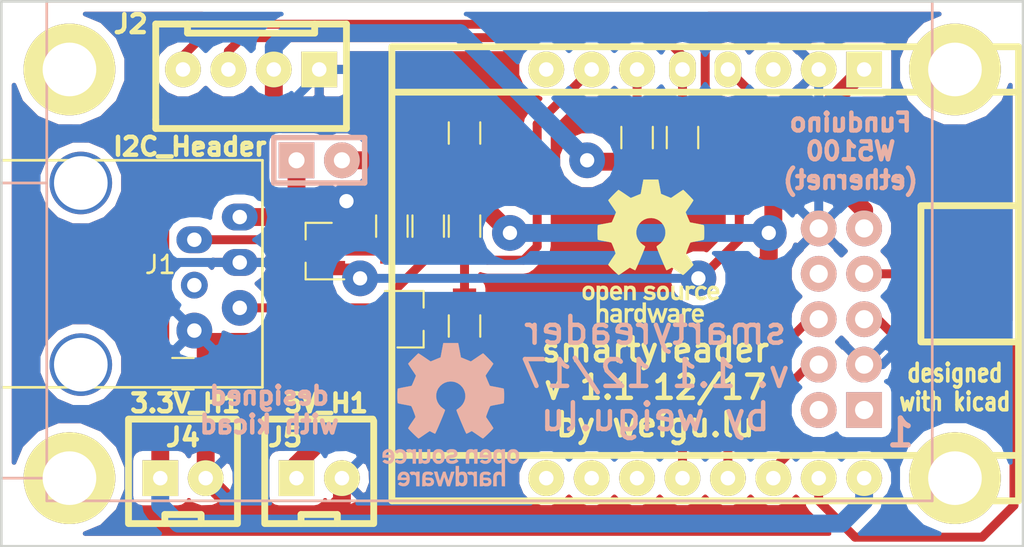
<source format=kicad_pcb>
(kicad_pcb (version 4) (host pcbnew 4.0.6-e0-6349~53~ubuntu16.04.1)

  (general
    (links 41)
    (no_connects 0)
    (area 100.254999 104.064999 157.555001 134.695001)
    (thickness 1.6)
    (drawings 10)
    (tracks 171)
    (zones 0)
    (modules 23)
    (nets 24)
  )

  (page A4)
  (layers
    (0 F.Cu signal hide)
    (31 B.Cu signal hide)
    (32 B.Adhes user hide)
    (33 F.Adhes user hide)
    (34 B.Paste user hide)
    (35 F.Paste user hide)
    (36 B.SilkS user)
    (37 F.SilkS user)
    (38 B.Mask user hide)
    (39 F.Mask user hide)
    (40 Dwgs.User user hide)
    (41 Cmts.User user hide)
    (42 Eco1.User user hide)
    (43 Eco2.User user hide)
    (44 Edge.Cuts user)
    (45 Margin user)
    (46 B.CrtYd user hide)
    (47 F.CrtYd user hide)
    (48 B.Fab user hide)
    (49 F.Fab user)
  )

  (setup
    (last_trace_width 0.5)
    (trace_clearance 0.25)
    (zone_clearance 0.508)
    (zone_45_only no)
    (trace_min 0.2)
    (segment_width 0.2)
    (edge_width 0.15)
    (via_size 2)
    (via_drill 0.8)
    (via_min_size 0.4)
    (via_min_drill 0.3)
    (uvia_size 0.5)
    (uvia_drill 0.127)
    (uvias_allowed no)
    (uvia_min_size 0.2)
    (uvia_min_drill 0.1)
    (pcb_text_width 0.3)
    (pcb_text_size 1.5 1.5)
    (mod_edge_width 0.15)
    (mod_text_size 0.000001 0.000001)
    (mod_text_width 0.15)
    (pad_size 1.5 2)
    (pad_drill 0.81)
    (pad_to_mask_clearance 0.2)
    (aux_axis_origin 0 0)
    (visible_elements FFFFFF7F)
    (pcbplotparams
      (layerselection 0x00030_80000001)
      (usegerberextensions false)
      (excludeedgelayer true)
      (linewidth 0.100000)
      (plotframeref false)
      (viasonmask false)
      (mode 1)
      (useauxorigin false)
      (hpglpennumber 1)
      (hpglpenspeed 20)
      (hpglpendiameter 15)
      (hpglpenoverlay 2)
      (psnegative false)
      (psa4output false)
      (plotreference true)
      (plotvalue true)
      (plotinvisibletext false)
      (padsonsilk false)
      (subtractmaskfromsilk false)
      (outputformat 1)
      (mirror false)
      (drillshape 1)
      (scaleselection 1)
      (outputdirectory ""))
  )

  (net 0 "")
  (net 1 +5V)
  (net 2 GND)
  (net 3 +3.3V)
  (net 4 "Net-(J1-Pad2)")
  (net 5 "Net-(J1-Pad1)")
  (net 6 "Net-(J1-Pad5)")
  (net 7 "Net-(J2-Pad3)")
  (net 8 "Net-(J2-Pad4)")
  (net 9 "Net-(J3-Pad2)")
  (net 10 "Net-(J3-Pad4)")
  (net 11 "Net-(J3-Pad5)")
  (net 12 "Net-(J3-Pad6)")
  (net 13 "Net-(J3-Pad8)")
  (net 14 "Net-(Q1-Pad1)")
  (net 15 "Net-(Q2-Pad3)")
  (net 16 "Net-(J1-Pad4)")
  (net 17 "Net-(J3-Pad1)")
  (net 18 "Net-(W1-Pad8)")
  (net 19 "Net-(W1-Pad3)")
  (net 20 "Net-(W1-Pad9)")
  (net 21 "Net-(W1-Pad10)")
  (net 22 "Net-(W1-Pad11)")
  (net 23 "Net-(J3-Pad7)")

  (net_class Default "This is the default net class."
    (clearance 0.25)
    (trace_width 0.5)
    (via_dia 2)
    (via_drill 0.8)
    (uvia_dia 0.5)
    (uvia_drill 0.127)
    (add_net GND)
    (add_net "Net-(J1-Pad2)")
    (add_net "Net-(J1-Pad4)")
    (add_net "Net-(J1-Pad5)")
    (add_net "Net-(J2-Pad3)")
    (add_net "Net-(J2-Pad4)")
    (add_net "Net-(J3-Pad1)")
    (add_net "Net-(J3-Pad2)")
    (add_net "Net-(J3-Pad4)")
    (add_net "Net-(J3-Pad5)")
    (add_net "Net-(J3-Pad6)")
    (add_net "Net-(J3-Pad7)")
    (add_net "Net-(J3-Pad8)")
    (add_net "Net-(Q1-Pad1)")
    (add_net "Net-(Q2-Pad3)")
    (add_net "Net-(W1-Pad10)")
    (add_net "Net-(W1-Pad11)")
    (add_net "Net-(W1-Pad3)")
    (add_net "Net-(W1-Pad8)")
    (add_net "Net-(W1-Pad9)")
  )

  (net_class power ""
    (clearance 0.25)
    (trace_width 1)
    (via_dia 2)
    (via_drill 0.8)
    (uvia_dia 0.5)
    (uvia_drill 0.127)
    (add_net +3.3V)
    (add_net +5V)
    (add_net "Net-(J1-Pad1)")
  )

  (module weigu:WWEMOSD1 (layer F.Cu) (tedit 596DB8D1) (tstamp 596CD96B)
    (at 139.7 119.38 180)
    (descr "Connecteur 12 pins")
    (tags "CONN DEV")
    (path /5944195F)
    (fp_text reference W1 (at 15.494 0 270) (layer F.SilkS) hide
      (effects (font (size 1.72974 1.08712) (thickness 0.27178)))
    )
    (fp_text value WEMOS_D1_mini (at 0.635 0 180) (layer F.SilkS) hide
      (effects (font (size 1.524 1.016) (thickness 0.254)))
    )
    (fp_line (start -17.51 10.16) (end 17.51 10.16) (layer F.SilkS) (width 0.381))
    (fp_line (start -17.51 -10.16) (end 17.51 -10.16) (layer F.SilkS) (width 0.381))
    (fp_line (start -17.51 -12.7) (end 17.5 -12.7) (layer F.SilkS) (width 0.381))
    (fp_line (start 17.526 -12.7) (end 17.526 12.7) (layer F.SilkS) (width 0.381))
    (fp_line (start 17.51 12.7) (end -17.51 12.7) (layer F.SilkS) (width 0.381))
    (fp_line (start -17.526 12.7) (end -17.526 -12.7) (layer F.SilkS) (width 0.381))
    (fp_line (start -17.399 3.81) (end -12.159 3.81) (layer F.SilkS) (width 0.381))
    (fp_line (start -12.065 3.81) (end -12.065 -3.81) (layer F.SilkS) (width 0.381))
    (fp_line (start -12.159 -3.81) (end -17.399 -3.81) (layer F.SilkS) (width 0.381))
    (pad 8 thru_hole circle (at 8.89 11.43 180) (size 1.99898 1.99898) (drill 0.8128) (layers *.Cu *.Mask F.SilkS)
      (net 18 "Net-(W1-Pad8)"))
    (pad 7 thru_hole circle (at 6.35 11.43 180) (size 1.99898 1.99898) (drill 0.8128) (layers *.Cu *.Mask F.SilkS)
      (net 15 "Net-(Q2-Pad3)"))
    (pad 6 thru_hole circle (at 3.81 11.43 180) (size 1.99898 1.99898) (drill 0.8128) (layers *.Cu *.Mask F.SilkS)
      (net 8 "Net-(J2-Pad4)"))
    (pad 5 thru_hole oval (at 1.27 11.43 180) (size 1.5 1.99898) (drill 0.8128) (layers *.Cu *.Mask F.SilkS)
      (net 7 "Net-(J2-Pad3)"))
    (pad 4 thru_hole oval (at -1.27 11.43 180) (size 1.5 1.99898) (drill 0.8128) (layers *.Cu *.Mask F.SilkS)
      (net 14 "Net-(Q1-Pad1)"))
    (pad 3 thru_hole circle (at -3.81 11.43 180) (size 1.99898 1.99898) (drill 0.8128) (layers *.Cu *.Mask F.SilkS)
      (net 19 "Net-(W1-Pad3)"))
    (pad 2 thru_hole circle (at -6.35 11.43 180) (size 1.99898 1.99898) (drill 0.8128) (layers *.Cu *.Mask F.SilkS)
      (net 2 GND))
    (pad 1 thru_hole rect (at -8.89 11.43 180) (size 1.99898 1.99898) (drill 0.8128) (layers *.Cu *.Mask F.SilkS)
      (net 1 +5V))
    (pad 9 thru_hole circle (at 8.89 -11.43 180) (size 1.99898 1.99898) (drill 0.8128) (layers *.Cu *.Mask F.SilkS)
      (net 20 "Net-(W1-Pad9)"))
    (pad 10 thru_hole circle (at 6.35 -11.43 180) (size 1.99898 1.99898) (drill 0.8128) (layers *.Cu *.Mask F.SilkS)
      (net 21 "Net-(W1-Pad10)"))
    (pad 11 thru_hole circle (at 3.81 -11.43 180) (size 1.99898 1.99898) (drill 0.8128) (layers *.Cu *.Mask F.SilkS)
      (net 22 "Net-(W1-Pad11)"))
    (pad 12 thru_hole circle (at 1.27 -11.43 180) (size 1.99898 1.99898) (drill 0.8128) (layers *.Cu *.Mask F.SilkS)
      (net 12 "Net-(J3-Pad6)"))
    (pad 13 thru_hole circle (at -1.27 -11.43 180) (size 1.99898 1.99898) (drill 0.8128) (layers *.Cu *.Mask F.SilkS)
      (net 10 "Net-(J3-Pad4)"))
    (pad 14 thru_hole circle (at -3.81 -11.43 180) (size 1.99898 1.99898) (drill 0.8128) (layers *.Cu *.Mask F.SilkS)
      (net 11 "Net-(J3-Pad5)"))
    (pad 15 thru_hole circle (at -6.35 -11.43 180) (size 1.99898 1.99898) (drill 0.8128) (layers *.Cu *.Mask F.SilkS)
      (net 23 "Net-(J3-Pad7)"))
    (pad 16 thru_hole circle (at -8.89 -11.43 180) (size 1.99898 1.99898) (drill 0.8128) (layers *.Cu *.Mask F.SilkS)
      (net 3 +3.3V))
    (model pins_array_12x1.wrl
      (at (xyz 0 0 0))
      (scale (xyz 1 1 1))
      (rotate (xyz 0 0 0))
    )
  )

  (module weigu:WPin_3mm (layer F.Cu) (tedit 4E1D58E7) (tstamp 5A477395)
    (at 153.67 130.81)
    (descr "module 1 pin (ou trou mecanique de percage)")
    (fp_text reference AD1 (at 0 -3.048) (layer F.SilkS) hide
      (effects (font (size 1.016 1.016) (thickness 0.254)))
    )
    (fp_text value C1 (at 0 2.794) (layer F.SilkS) hide
      (effects (font (size 1.016 1.016) (thickness 0.254)))
    )
    (pad 1 thru_hole circle (at 0 0) (size 5.12826 5.12826) (drill 2.99974) (layers *.Cu *.Mask F.SilkS))
  )

  (module weigu:W0805 (layer F.Cu) (tedit 5A4781E7) (tstamp 596CD8DD)
    (at 126.238 111.506 90)
    (descr "Resistor SMD 0805, hand soldering")
    (tags "resistor 0805")
    (path /529DA9C7)
    (attr smd)
    (fp_text reference C1 (at 0 -2.159 180) (layer F.SilkS) hide
      (effects (font (size 1 1) (thickness 0.15)))
    )
    (fp_text value 100n (at 0 2.921 180) (layer F.Fab)
      (effects (font (size 1 1) (thickness 0.15)))
    )
    (fp_text user %R (at 0 -1.905 180) (layer F.Fab)
      (effects (font (size 1 1) (thickness 0.15)))
    )
    (fp_line (start -1 0.62) (end -1 -0.62) (layer F.Fab) (width 0.1))
    (fp_line (start 1 0.62) (end -1 0.62) (layer F.Fab) (width 0.1))
    (fp_line (start 1 -0.62) (end 1 0.62) (layer F.Fab) (width 0.1))
    (fp_line (start -1 -0.62) (end 1 -0.62) (layer F.Fab) (width 0.1))
    (fp_line (start 0.6 0.88) (end -0.6 0.88) (layer F.SilkS) (width 0.12))
    (fp_line (start -0.6 -0.88) (end 0.6 -0.88) (layer F.SilkS) (width 0.12))
    (fp_line (start -2.35 -0.9) (end 2.35 -0.9) (layer F.CrtYd) (width 0.05))
    (fp_line (start -2.35 -0.9) (end -2.35 0.9) (layer F.CrtYd) (width 0.05))
    (fp_line (start 2.35 0.9) (end 2.35 -0.9) (layer F.CrtYd) (width 0.05))
    (fp_line (start 2.35 0.9) (end -2.35 0.9) (layer F.CrtYd) (width 0.05))
    (pad 1 smd rect (at -1.35 0 90) (size 1.5 1.3) (layers F.Cu F.Paste F.Mask)
      (net 1 +5V))
    (pad 2 smd rect (at 1.35 0 90) (size 1.5 1.3) (layers F.Cu F.Paste F.Mask)
      (net 2 GND))
    (model Resistors_SMD.3dshapes/R_0805.wrl
      (at (xyz 0 0 0))
      (scale (xyz 1 1 1))
      (rotate (xyz 0 0 0))
    )
  )

  (module weigu:W0805 (layer F.Cu) (tedit 5A4781FE) (tstamp 596CD8E3)
    (at 110.49 124.968)
    (descr "Resistor SMD 0805, hand soldering")
    (tags "resistor 0805")
    (path /58D1BBF4)
    (attr smd)
    (fp_text reference C2 (at 0 -2.159 90) (layer F.SilkS) hide
      (effects (font (size 1 1) (thickness 0.15)))
    )
    (fp_text value 100n (at 4.826 0) (layer F.Fab)
      (effects (font (size 1 1) (thickness 0.15)))
    )
    (fp_text user %R (at -2.032 -1.778 180) (layer F.Fab)
      (effects (font (size 1 1) (thickness 0.15)))
    )
    (fp_line (start -1 0.62) (end -1 -0.62) (layer F.Fab) (width 0.1))
    (fp_line (start 1 0.62) (end -1 0.62) (layer F.Fab) (width 0.1))
    (fp_line (start 1 -0.62) (end 1 0.62) (layer F.Fab) (width 0.1))
    (fp_line (start -1 -0.62) (end 1 -0.62) (layer F.Fab) (width 0.1))
    (fp_line (start 0.6 0.88) (end -0.6 0.88) (layer F.SilkS) (width 0.12))
    (fp_line (start -0.6 -0.88) (end 0.6 -0.88) (layer F.SilkS) (width 0.12))
    (fp_line (start -2.35 -0.9) (end 2.35 -0.9) (layer F.CrtYd) (width 0.05))
    (fp_line (start -2.35 -0.9) (end -2.35 0.9) (layer F.CrtYd) (width 0.05))
    (fp_line (start 2.35 0.9) (end 2.35 -0.9) (layer F.CrtYd) (width 0.05))
    (fp_line (start 2.35 0.9) (end -2.35 0.9) (layer F.CrtYd) (width 0.05))
    (pad 1 smd rect (at -1.35 0) (size 1.5 1.3) (layers F.Cu F.Paste F.Mask)
      (net 3 +3.3V))
    (pad 2 smd rect (at 1.35 0) (size 1.5 1.3) (layers F.Cu F.Paste F.Mask)
      (net 2 GND))
    (model Resistors_SMD.3dshapes/R_0805.wrl
      (at (xyz 0 0 0))
      (scale (xyz 1 1 1))
      (rotate (xyz 0 0 0))
    )
  )

  (module weigu:WSIL4_SL (layer F.Cu) (tedit 5A38D2F2) (tstamp 596CD903)
    (at 114.3 107.95 180)
    (descr "Connecteur 4 pibs")
    (tags "CONN DEV")
    (path /594364B5)
    (fp_text reference J2 (at 6.731 2.54 180) (layer F.SilkS)
      (effects (font (size 1.00076 1.08712) (thickness 0.25019)))
    )
    (fp_text value I2C_Header (at 3.429 -4.318 180) (layer F.SilkS)
      (effects (font (size 1.00076 1.016) (thickness 0.25019)))
    )
    (fp_line (start 3.302 -0.508) (end 3.302 0.508) (layer F.SilkS) (width 0.381))
    (fp_line (start 3.302 0.508) (end 4.318 0.508) (layer F.SilkS) (width 0.381))
    (fp_line (start 4.318 0.508) (end 4.318 -0.508) (layer F.SilkS) (width 0.381))
    (fp_line (start 4.318 -0.508) (end 3.302 -0.508) (layer F.SilkS) (width 0.381))
    (fp_line (start 0.762 -0.508) (end 0.762 0.508) (layer F.SilkS) (width 0.381))
    (fp_line (start 0.762 0.508) (end 1.778 0.508) (layer F.SilkS) (width 0.381))
    (fp_line (start 1.778 0.508) (end 1.778 -0.508) (layer F.SilkS) (width 0.381))
    (fp_line (start 1.778 -0.508) (end 0.762 -0.508) (layer F.SilkS) (width 0.381))
    (fp_line (start -1.778 -0.508) (end -0.762 -0.508) (layer F.SilkS) (width 0.381))
    (fp_line (start -0.762 -0.508) (end -0.762 0.508) (layer F.SilkS) (width 0.381))
    (fp_line (start -0.762 0.508) (end -1.778 0.508) (layer F.SilkS) (width 0.381))
    (fp_line (start -1.778 -0.508) (end -1.778 0.508) (layer F.SilkS) (width 0.381))
    (fp_line (start -4.318 -0.508) (end -4.318 0.508) (layer F.SilkS) (width 0.381))
    (fp_line (start -4.318 0.508) (end -3.302 0.508) (layer F.SilkS) (width 0.381))
    (fp_line (start -3.302 0.508) (end -3.302 -0.508) (layer F.SilkS) (width 0.381))
    (fp_line (start -3.302 -0.508) (end -4.318 -0.508) (layer F.SilkS) (width 0.381))
    (fp_line (start -3.556 2.54) (end -3.556 2.032) (layer F.SilkS) (width 0.381))
    (fp_line (start -3.556 2.032) (end 3.556 2.032) (layer F.SilkS) (width 0.381))
    (fp_line (start 3.556 2.032) (end 3.556 2.54) (layer F.SilkS) (width 0.381))
    (fp_line (start 5.334 -2.794) (end 5.334 2.54) (layer F.SilkS) (width 0.381))
    (fp_line (start 5.334 2.54) (end -5.334 2.54) (layer F.SilkS) (width 0.381))
    (fp_line (start -5.334 2.54) (end -5.334 -3.302) (layer F.SilkS) (width 0.381))
    (fp_line (start -5.334 -3.302) (end 5.334 -3.302) (layer F.SilkS) (width 0.381))
    (fp_line (start 5.334 -3.302) (end 5.334 -2.794) (layer F.SilkS) (width 0.381))
    (pad 1 thru_hole rect (at -3.81 0 180) (size 1.99898 1.99898) (drill 0.8128) (layers *.Cu *.Mask F.SilkS)
      (net 2 GND))
    (pad 2 thru_hole circle (at -1.27 0 180) (size 1.99898 1.99898) (drill 0.8128) (layers *.Cu *.Mask F.SilkS)
      (net 3 +3.3V))
    (pad 3 thru_hole circle (at 1.27 0 180) (size 1.99898 1.99898) (drill 0.8128) (layers *.Cu *.Mask F.SilkS)
      (net 7 "Net-(J2-Pad3)"))
    (pad 4 thru_hole circle (at 3.81 0 180) (size 1.99898 1.99898) (drill 0.8128) (layers *.Cu *.Mask F.SilkS)
      (net 8 "Net-(J2-Pad4)"))
  )

  (module weigu:WSIL2_SL (layer F.Cu) (tedit 5A38D26F) (tstamp 596CD919)
    (at 110.49 130.81)
    (descr "Connecteur 43pibs")
    (tags "CONN DEV")
    (path /59445B37)
    (fp_text reference J4 (at 0 -2.286) (layer F.SilkS)
      (effects (font (size 1.00076 1.08712) (thickness 0.25019)))
    )
    (fp_text value 3.3V_H1 (at 0.127 -4.191) (layer F.SilkS)
      (effects (font (size 1.00076 1.016) (thickness 0.25019)))
    )
    (fp_line (start 0.762 -0.508) (end 1.778 -0.508) (layer F.SilkS) (width 0.381))
    (fp_line (start 1.778 -0.508) (end 1.778 0.508) (layer F.SilkS) (width 0.381))
    (fp_line (start 1.778 0.508) (end 0.762 0.508) (layer F.SilkS) (width 0.381))
    (fp_line (start 0.762 -0.508) (end 0.762 0.508) (layer F.SilkS) (width 0.381))
    (fp_line (start -1.778 -0.508) (end -1.778 0.508) (layer F.SilkS) (width 0.381))
    (fp_line (start -1.778 0.508) (end -0.762 0.508) (layer F.SilkS) (width 0.381))
    (fp_line (start -0.762 0.508) (end -0.762 -0.508) (layer F.SilkS) (width 0.381))
    (fp_line (start -0.762 -0.508) (end -1.778 -0.508) (layer F.SilkS) (width 0.381))
    (fp_line (start -1.016 2.54) (end -1.016 2.032) (layer F.SilkS) (width 0.381))
    (fp_line (start -1.016 2.032) (end 1 2.032) (layer F.SilkS) (width 0.381))
    (fp_line (start 1.016 2.032) (end 1.016 2.54) (layer F.SilkS) (width 0.381))
    (fp_line (start 3.048 -3.2) (end 3.048 2.54) (layer F.SilkS) (width 0.381))
    (fp_line (start 3 2.54) (end -3 2.54) (layer F.SilkS) (width 0.381))
    (fp_line (start -3.048 2.54) (end -3.048 -3.302) (layer F.SilkS) (width 0.381))
    (fp_line (start -3 -3.302) (end 3 -3.302) (layer F.SilkS) (width 0.381))
    (pad 1 thru_hole rect (at -1.27 0) (size 1.99898 1.99898) (drill 0.8128) (layers *.Cu *.Mask F.SilkS)
      (net 3 +3.3V))
    (pad 2 thru_hole circle (at 1.27 0) (size 1.99898 1.99898) (drill 0.8128) (layers *.Cu *.Mask F.SilkS)
      (net 2 GND))
  )

  (module weigu:WSIL2_SL (layer F.Cu) (tedit 5A38D2B3) (tstamp 596CD91F)
    (at 118.11 130.81)
    (descr "Connecteur 43pibs")
    (tags "CONN DEV")
    (path /596D00A5)
    (fp_text reference J5 (at -1.905 -2.286) (layer F.SilkS)
      (effects (font (size 1.00076 1.08712) (thickness 0.25019)))
    )
    (fp_text value 5V_H1 (at 0.381 -4.191) (layer F.SilkS)
      (effects (font (size 1.00076 1.016) (thickness 0.25019)))
    )
    (fp_line (start 0.762 -0.508) (end 1.778 -0.508) (layer F.SilkS) (width 0.381))
    (fp_line (start 1.778 -0.508) (end 1.778 0.508) (layer F.SilkS) (width 0.381))
    (fp_line (start 1.778 0.508) (end 0.762 0.508) (layer F.SilkS) (width 0.381))
    (fp_line (start 0.762 -0.508) (end 0.762 0.508) (layer F.SilkS) (width 0.381))
    (fp_line (start -1.778 -0.508) (end -1.778 0.508) (layer F.SilkS) (width 0.381))
    (fp_line (start -1.778 0.508) (end -0.762 0.508) (layer F.SilkS) (width 0.381))
    (fp_line (start -0.762 0.508) (end -0.762 -0.508) (layer F.SilkS) (width 0.381))
    (fp_line (start -0.762 -0.508) (end -1.778 -0.508) (layer F.SilkS) (width 0.381))
    (fp_line (start -1.016 2.54) (end -1.016 2.032) (layer F.SilkS) (width 0.381))
    (fp_line (start -1.016 2.032) (end 1 2.032) (layer F.SilkS) (width 0.381))
    (fp_line (start 1.016 2.032) (end 1.016 2.54) (layer F.SilkS) (width 0.381))
    (fp_line (start 3.048 -3.2) (end 3.048 2.54) (layer F.SilkS) (width 0.381))
    (fp_line (start 3 2.54) (end -3 2.54) (layer F.SilkS) (width 0.381))
    (fp_line (start -3.048 2.54) (end -3.048 -3.302) (layer F.SilkS) (width 0.381))
    (fp_line (start -3 -3.302) (end 3 -3.302) (layer F.SilkS) (width 0.381))
    (pad 1 thru_hole rect (at -1.27 0) (size 1.99898 1.99898) (drill 0.8128) (layers *.Cu *.Mask F.SilkS)
      (net 1 +5V))
    (pad 2 thru_hole circle (at 1.27 0) (size 1.99898 1.99898) (drill 0.8128) (layers *.Cu *.Mask F.SilkS)
      (net 2 GND))
  )

  (module TO_SOT_Packages_SMD:SOT-23 (layer F.Cu) (tedit 5A47790F) (tstamp 596CD92C)
    (at 118.11 118.11 180)
    (descr "SOT-23, Standard")
    (tags SOT-23)
    (path /59437B25)
    (attr smd)
    (fp_text reference Q1 (at 1.905 -1.524 180) (layer F.SilkS) hide
      (effects (font (size 1 1) (thickness 0.15)))
    )
    (fp_text value 2N7002 (at 0 -2.794 180) (layer F.Fab)
      (effects (font (size 1 1) (thickness 0.15)))
    )
    (fp_text user %R (at 0 0 180) (layer F.Fab)
      (effects (font (size 0.5 0.5) (thickness 0.075)))
    )
    (fp_line (start -0.7 -0.95) (end -0.7 1.5) (layer F.Fab) (width 0.1))
    (fp_line (start -0.15 -1.52) (end 0.7 -1.52) (layer F.Fab) (width 0.1))
    (fp_line (start -0.7 -0.95) (end -0.15 -1.52) (layer F.Fab) (width 0.1))
    (fp_line (start 0.7 -1.52) (end 0.7 1.52) (layer F.Fab) (width 0.1))
    (fp_line (start -0.7 1.52) (end 0.7 1.52) (layer F.Fab) (width 0.1))
    (fp_line (start 0.76 1.58) (end 0.76 0.65) (layer F.SilkS) (width 0.12))
    (fp_line (start 0.76 -1.58) (end 0.76 -0.65) (layer F.SilkS) (width 0.12))
    (fp_line (start -1.7 -1.75) (end 1.7 -1.75) (layer F.CrtYd) (width 0.05))
    (fp_line (start 1.7 -1.75) (end 1.7 1.75) (layer F.CrtYd) (width 0.05))
    (fp_line (start 1.7 1.75) (end -1.7 1.75) (layer F.CrtYd) (width 0.05))
    (fp_line (start -1.7 1.75) (end -1.7 -1.75) (layer F.CrtYd) (width 0.05))
    (fp_line (start 0.76 -1.58) (end -1.4 -1.58) (layer F.SilkS) (width 0.12))
    (fp_line (start 0.76 1.58) (end -0.7 1.58) (layer F.SilkS) (width 0.12))
    (pad 1 smd rect (at -1 -0.95 180) (size 0.9 0.8) (layers F.Cu F.Paste F.Mask)
      (net 14 "Net-(Q1-Pad1)"))
    (pad 2 smd rect (at -1 0.95 180) (size 0.9 0.8) (layers F.Cu F.Paste F.Mask)
      (net 2 GND))
    (pad 3 smd rect (at 1 0 180) (size 0.9 0.8) (layers F.Cu F.Paste F.Mask)
      (net 4 "Net-(J1-Pad2)"))
    (model ${KISYS3DMOD}/TO_SOT_Packages_SMD.3dshapes/SOT-23.wrl
      (at (xyz 0 0 0))
      (scale (xyz 1 1 1))
      (rotate (xyz 0 0 0))
    )
  )

  (module TO_SOT_Packages_SMD:SOT-23 (layer F.Cu) (tedit 5A477920) (tstamp 596CD933)
    (at 123.19 121.92)
    (descr "SOT-23, Standard")
    (tags SOT-23)
    (path /59414841)
    (attr smd)
    (fp_text reference Q2 (at 1.397 -1.905) (layer F.SilkS) hide
      (effects (font (size 1 1) (thickness 0.15)))
    )
    (fp_text value 2N7002 (at -4.826 1.016) (layer F.Fab)
      (effects (font (size 1 1) (thickness 0.15)))
    )
    (fp_text user %R (at 0 0) (layer F.Fab)
      (effects (font (size 0.5 0.5) (thickness 0.075)))
    )
    (fp_line (start -0.7 -0.95) (end -0.7 1.5) (layer F.Fab) (width 0.1))
    (fp_line (start -0.15 -1.52) (end 0.7 -1.52) (layer F.Fab) (width 0.1))
    (fp_line (start -0.7 -0.95) (end -0.15 -1.52) (layer F.Fab) (width 0.1))
    (fp_line (start 0.7 -1.52) (end 0.7 1.52) (layer F.Fab) (width 0.1))
    (fp_line (start -0.7 1.52) (end 0.7 1.52) (layer F.Fab) (width 0.1))
    (fp_line (start 0.76 1.58) (end 0.76 0.65) (layer F.SilkS) (width 0.12))
    (fp_line (start 0.76 -1.58) (end 0.76 -0.65) (layer F.SilkS) (width 0.12))
    (fp_line (start -1.7 -1.75) (end 1.7 -1.75) (layer F.CrtYd) (width 0.05))
    (fp_line (start 1.7 -1.75) (end 1.7 1.75) (layer F.CrtYd) (width 0.05))
    (fp_line (start 1.7 1.75) (end -1.7 1.75) (layer F.CrtYd) (width 0.05))
    (fp_line (start -1.7 1.75) (end -1.7 -1.75) (layer F.CrtYd) (width 0.05))
    (fp_line (start 0.76 -1.58) (end -1.4 -1.58) (layer F.SilkS) (width 0.12))
    (fp_line (start 0.76 1.58) (end -0.7 1.58) (layer F.SilkS) (width 0.12))
    (pad 1 smd rect (at -1 -0.95) (size 0.9 0.8) (layers F.Cu F.Paste F.Mask)
      (net 6 "Net-(J1-Pad5)"))
    (pad 2 smd rect (at -1 0.95) (size 0.9 0.8) (layers F.Cu F.Paste F.Mask)
      (net 2 GND))
    (pad 3 smd rect (at 1 0) (size 0.9 0.8) (layers F.Cu F.Paste F.Mask)
      (net 15 "Net-(Q2-Pad3)"))
    (model ${KISYS3DMOD}/TO_SOT_Packages_SMD.3dshapes/SOT-23.wrl
      (at (xyz 0 0 0))
      (scale (xyz 1 1 1))
      (rotate (xyz 0 0 0))
    )
  )

  (module weigu:W0805 (layer F.Cu) (tedit 5A38DB62) (tstamp 596CD939)
    (at 122.174 116.713 270)
    (descr "Resistor SMD 0805, hand soldering")
    (tags "resistor 0805")
    (path /59437D44)
    (attr smd)
    (fp_text reference R1 (at 0.127 1.524 270) (layer F.SilkS) hide
      (effects (font (size 1 1) (thickness 0.15)))
    )
    (fp_text value 220 (at -3.048 0 360) (layer F.Fab)
      (effects (font (size 1 1) (thickness 0.15)))
    )
    (fp_text user %R (at 0.254 1.524 360) (layer F.Fab)
      (effects (font (size 1 1) (thickness 0.15)))
    )
    (fp_line (start -1 0.62) (end -1 -0.62) (layer F.Fab) (width 0.1))
    (fp_line (start 1 0.62) (end -1 0.62) (layer F.Fab) (width 0.1))
    (fp_line (start 1 -0.62) (end 1 0.62) (layer F.Fab) (width 0.1))
    (fp_line (start -1 -0.62) (end 1 -0.62) (layer F.Fab) (width 0.1))
    (fp_line (start 0.6 0.88) (end -0.6 0.88) (layer F.SilkS) (width 0.12))
    (fp_line (start -0.6 -0.88) (end 0.6 -0.88) (layer F.SilkS) (width 0.12))
    (fp_line (start -2.35 -0.9) (end 2.35 -0.9) (layer F.CrtYd) (width 0.05))
    (fp_line (start -2.35 -0.9) (end -2.35 0.9) (layer F.CrtYd) (width 0.05))
    (fp_line (start 2.35 0.9) (end 2.35 -0.9) (layer F.CrtYd) (width 0.05))
    (fp_line (start 2.35 0.9) (end -2.35 0.9) (layer F.CrtYd) (width 0.05))
    (pad 1 smd rect (at -1.35 0 270) (size 1.5 1.3) (layers F.Cu F.Paste F.Mask)
      (net 1 +5V))
    (pad 2 smd rect (at 1.35 0 270) (size 1.5 1.3) (layers F.Cu F.Paste F.Mask)
      (net 4 "Net-(J1-Pad2)"))
    (model Resistors_SMD.3dshapes/R_0805.wrl
      (at (xyz 0 0 0))
      (scale (xyz 1 1 1))
      (rotate (xyz 0 0 0))
    )
  )

  (module weigu:W0805 (layer F.Cu) (tedit 5A38DB6C) (tstamp 596CD93F)
    (at 124.206 116.713 270)
    (descr "Resistor SMD 0805, hand soldering")
    (tags "resistor 0805")
    (path /5941437E)
    (attr smd)
    (fp_text reference R2 (at 2.921 -0.635 270) (layer F.SilkS) hide
      (effects (font (size 1 1) (thickness 0.15)))
    )
    (fp_text value 1k (at -3.048 -0.508 360) (layer F.Fab)
      (effects (font (size 1 1) (thickness 0.15)))
    )
    (fp_text user %R (at 2.794 -0.762 360) (layer F.Fab)
      (effects (font (size 1 1) (thickness 0.15)))
    )
    (fp_line (start -1 0.62) (end -1 -0.62) (layer F.Fab) (width 0.1))
    (fp_line (start 1 0.62) (end -1 0.62) (layer F.Fab) (width 0.1))
    (fp_line (start 1 -0.62) (end 1 0.62) (layer F.Fab) (width 0.1))
    (fp_line (start -1 -0.62) (end 1 -0.62) (layer F.Fab) (width 0.1))
    (fp_line (start 0.6 0.88) (end -0.6 0.88) (layer F.SilkS) (width 0.12))
    (fp_line (start -0.6 -0.88) (end 0.6 -0.88) (layer F.SilkS) (width 0.12))
    (fp_line (start -2.35 -0.9) (end 2.35 -0.9) (layer F.CrtYd) (width 0.05))
    (fp_line (start -2.35 -0.9) (end -2.35 0.9) (layer F.CrtYd) (width 0.05))
    (fp_line (start 2.35 0.9) (end 2.35 -0.9) (layer F.CrtYd) (width 0.05))
    (fp_line (start 2.35 0.9) (end -2.35 0.9) (layer F.CrtYd) (width 0.05))
    (pad 1 smd rect (at -1.35 0 270) (size 1.5 1.3) (layers F.Cu F.Paste F.Mask)
      (net 1 +5V))
    (pad 2 smd rect (at 1.35 0 270) (size 1.5 1.3) (layers F.Cu F.Paste F.Mask)
      (net 6 "Net-(J1-Pad5)"))
    (model Resistors_SMD.3dshapes/R_0805.wrl
      (at (xyz 0 0 0))
      (scale (xyz 1 1 1))
      (rotate (xyz 0 0 0))
    )
  )

  (module weigu:W0805 (layer F.Cu) (tedit 5A38DB4B) (tstamp 596CD945)
    (at 126.238 116.713 270)
    (descr "Resistor SMD 0805, hand soldering")
    (tags "resistor 0805")
    (path /59414965)
    (attr smd)
    (fp_text reference R3 (at 3.302 -2.032 270) (layer F.SilkS) hide
      (effects (font (size 1 1) (thickness 0.15)))
    )
    (fp_text value 10k (at -1.524 -2.159 360) (layer F.Fab)
      (effects (font (size 1 1) (thickness 0.15)))
    )
    (fp_text user %R (at 2.794 -1.397 360) (layer F.Fab)
      (effects (font (size 1 1) (thickness 0.15)))
    )
    (fp_line (start -1 0.62) (end -1 -0.62) (layer F.Fab) (width 0.1))
    (fp_line (start 1 0.62) (end -1 0.62) (layer F.Fab) (width 0.1))
    (fp_line (start 1 -0.62) (end 1 0.62) (layer F.Fab) (width 0.1))
    (fp_line (start -1 -0.62) (end 1 -0.62) (layer F.Fab) (width 0.1))
    (fp_line (start 0.6 0.88) (end -0.6 0.88) (layer F.SilkS) (width 0.12))
    (fp_line (start -0.6 -0.88) (end 0.6 -0.88) (layer F.SilkS) (width 0.12))
    (fp_line (start -2.35 -0.9) (end 2.35 -0.9) (layer F.CrtYd) (width 0.05))
    (fp_line (start -2.35 -0.9) (end -2.35 0.9) (layer F.CrtYd) (width 0.05))
    (fp_line (start 2.35 0.9) (end 2.35 -0.9) (layer F.CrtYd) (width 0.05))
    (fp_line (start 2.35 0.9) (end -2.35 0.9) (layer F.CrtYd) (width 0.05))
    (pad 1 smd rect (at -1.35 0 270) (size 1.5 1.3) (layers F.Cu F.Paste F.Mask)
      (net 1 +5V))
    (pad 2 smd rect (at 1.35 0 270) (size 1.5 1.3) (layers F.Cu F.Paste F.Mask)
      (net 15 "Net-(Q2-Pad3)"))
    (model Resistors_SMD.3dshapes/R_0805.wrl
      (at (xyz 0 0 0))
      (scale (xyz 1 1 1))
      (rotate (xyz 0 0 0))
    )
  )

  (module weigu:W0805 (layer F.Cu) (tedit 5A38DAC1) (tstamp 596CD94B)
    (at 126.238 122.301 270)
    (descr "Resistor SMD 0805, hand soldering")
    (tags "resistor 0805")
    (path /5942B09F)
    (attr smd)
    (fp_text reference R4 (at -2.413 -2.286 360) (layer F.SilkS) hide
      (effects (font (size 1 1) (thickness 0.15)))
    )
    (fp_text value 15k (at -0.508 -2.286 360) (layer F.Fab)
      (effects (font (size 1 1) (thickness 0.15)))
    )
    (fp_text user %R (at 1.143 -2.159 360) (layer F.Fab)
      (effects (font (size 1 1) (thickness 0.15)))
    )
    (fp_line (start -1 0.62) (end -1 -0.62) (layer F.Fab) (width 0.1))
    (fp_line (start 1 0.62) (end -1 0.62) (layer F.Fab) (width 0.1))
    (fp_line (start 1 -0.62) (end 1 0.62) (layer F.Fab) (width 0.1))
    (fp_line (start -1 -0.62) (end 1 -0.62) (layer F.Fab) (width 0.1))
    (fp_line (start 0.6 0.88) (end -0.6 0.88) (layer F.SilkS) (width 0.12))
    (fp_line (start -0.6 -0.88) (end 0.6 -0.88) (layer F.SilkS) (width 0.12))
    (fp_line (start -2.35 -0.9) (end 2.35 -0.9) (layer F.CrtYd) (width 0.05))
    (fp_line (start -2.35 -0.9) (end -2.35 0.9) (layer F.CrtYd) (width 0.05))
    (fp_line (start 2.35 0.9) (end 2.35 -0.9) (layer F.CrtYd) (width 0.05))
    (fp_line (start 2.35 0.9) (end -2.35 0.9) (layer F.CrtYd) (width 0.05))
    (pad 1 smd rect (at -1.35 0 270) (size 1.5 1.3) (layers F.Cu F.Paste F.Mask)
      (net 15 "Net-(Q2-Pad3)"))
    (pad 2 smd rect (at 1.35 0 270) (size 1.5 1.3) (layers F.Cu F.Paste F.Mask)
      (net 2 GND))
    (model Resistors_SMD.3dshapes/R_0805.wrl
      (at (xyz 0 0 0))
      (scale (xyz 1 1 1))
      (rotate (xyz 0 0 0))
    )
  )

  (module weigu:W0805 (layer F.Cu) (tedit 5A4781B1) (tstamp 596CD951)
    (at 138.43 111.76 90)
    (descr "Resistor SMD 0805, hand soldering")
    (tags "resistor 0805")
    (path /59443487)
    (attr smd)
    (fp_text reference R5 (at -1.143 1.905 180) (layer F.SilkS) hide
      (effects (font (size 1 1) (thickness 0.15)))
    )
    (fp_text value 1.8k (at -1.016 2.794 180) (layer F.Fab)
      (effects (font (size 1 1) (thickness 0.15)))
    )
    (fp_text user %R (at 0.762 2.286 180) (layer F.Fab)
      (effects (font (size 1 1) (thickness 0.15)))
    )
    (fp_line (start -1 0.62) (end -1 -0.62) (layer F.Fab) (width 0.1))
    (fp_line (start 1 0.62) (end -1 0.62) (layer F.Fab) (width 0.1))
    (fp_line (start 1 -0.62) (end 1 0.62) (layer F.Fab) (width 0.1))
    (fp_line (start -1 -0.62) (end 1 -0.62) (layer F.Fab) (width 0.1))
    (fp_line (start 0.6 0.88) (end -0.6 0.88) (layer F.SilkS) (width 0.12))
    (fp_line (start -0.6 -0.88) (end 0.6 -0.88) (layer F.SilkS) (width 0.12))
    (fp_line (start -2.35 -0.9) (end 2.35 -0.9) (layer F.CrtYd) (width 0.05))
    (fp_line (start -2.35 -0.9) (end -2.35 0.9) (layer F.CrtYd) (width 0.05))
    (fp_line (start 2.35 0.9) (end 2.35 -0.9) (layer F.CrtYd) (width 0.05))
    (fp_line (start 2.35 0.9) (end -2.35 0.9) (layer F.CrtYd) (width 0.05))
    (pad 1 smd rect (at -1.35 0 90) (size 1.5 1.3) (layers F.Cu F.Paste F.Mask)
      (net 3 +3.3V))
    (pad 2 smd rect (at 1.35 0 90) (size 1.5 1.3) (layers F.Cu F.Paste F.Mask)
      (net 7 "Net-(J2-Pad3)"))
    (model Resistors_SMD.3dshapes/R_0805.wrl
      (at (xyz 0 0 0))
      (scale (xyz 1 1 1))
      (rotate (xyz 0 0 0))
    )
  )

  (module weigu:W0805 (layer F.Cu) (tedit 5A4781CF) (tstamp 596CD957)
    (at 135.89 111.76 90)
    (descr "Resistor SMD 0805, hand soldering")
    (tags "resistor 0805")
    (path /59442D70)
    (attr smd)
    (fp_text reference R6 (at 0.889 -2.032 180) (layer F.SilkS) hide
      (effects (font (size 1 1) (thickness 0.15)))
    )
    (fp_text value 1.8k (at 0 -2.794 180) (layer F.Fab)
      (effects (font (size 1 1) (thickness 0.15)))
    )
    (fp_text user %R (at 1.524 -2.286 180) (layer F.Fab)
      (effects (font (size 1 1) (thickness 0.15)))
    )
    (fp_line (start -1 0.62) (end -1 -0.62) (layer F.Fab) (width 0.1))
    (fp_line (start 1 0.62) (end -1 0.62) (layer F.Fab) (width 0.1))
    (fp_line (start 1 -0.62) (end 1 0.62) (layer F.Fab) (width 0.1))
    (fp_line (start -1 -0.62) (end 1 -0.62) (layer F.Fab) (width 0.1))
    (fp_line (start 0.6 0.88) (end -0.6 0.88) (layer F.SilkS) (width 0.12))
    (fp_line (start -0.6 -0.88) (end 0.6 -0.88) (layer F.SilkS) (width 0.12))
    (fp_line (start -2.35 -0.9) (end 2.35 -0.9) (layer F.CrtYd) (width 0.05))
    (fp_line (start -2.35 -0.9) (end -2.35 0.9) (layer F.CrtYd) (width 0.05))
    (fp_line (start 2.35 0.9) (end 2.35 -0.9) (layer F.CrtYd) (width 0.05))
    (fp_line (start 2.35 0.9) (end -2.35 0.9) (layer F.CrtYd) (width 0.05))
    (pad 1 smd rect (at -1.35 0 90) (size 1.5 1.3) (layers F.Cu F.Paste F.Mask)
      (net 3 +3.3V))
    (pad 2 smd rect (at 1.35 0 90) (size 1.5 1.3) (layers F.Cu F.Paste F.Mask)
      (net 8 "Net-(J2-Pad4)"))
    (model Resistors_SMD.3dshapes/R_0805.wrl
      (at (xyz 0 0 0))
      (scale (xyz 1 1 1))
      (rotate (xyz 0 0 0))
    )
  )

  (module weigu:WRJ12 (layer F.Cu) (tedit 5A477902) (tstamp 596CD8FB)
    (at 113.665 116.205 270)
    (path /59413838)
    (fp_text reference J1 (at 2.667 4.445 360) (layer F.SilkS)
      (effects (font (size 1 1) (thickness 0.15)))
    )
    (fp_text value RJ12 (at -1.143 2.921 360) (layer F.Fab)
      (effects (font (size 1 1) (thickness 0.15)))
    )
    (fp_line (start -3.175 -1.27) (end -3.175 19.05) (layer F.SilkS) (width 0.15))
    (fp_line (start -3.175 19.05) (end -2.54 19.05) (layer F.SilkS) (width 0.15))
    (fp_line (start -3.175 -1.27) (end 9.525 -1.27) (layer F.SilkS) (width 0.15))
    (fp_line (start 9.525 -1.27) (end 9.525 19.05) (layer F.SilkS) (width 0.15))
    (fp_line (start 9.525 19.05) (end -2.54 19.05) (layer F.SilkS) (width 0.15))
    (pad 4 thru_hole circle (at 3.81 2.54 270) (size 1.5 1.5) (drill 0.81) (layers *.Cu *.Mask)
      (net 16 "Net-(J1-Pad4)"))
    (pad 2 thru_hole oval (at 1.27 2.54 270) (size 1.5 2) (drill 0.81) (layers *.Cu *.Mask)
      (net 4 "Net-(J1-Pad2)"))
    (pad 6 thru_hole circle (at 6.35 2.54 270) (size 2 2) (drill 0.81) (layers *.Cu *.Mask)
      (net 2 GND))
    (pad 1 thru_hole oval (at 0 0 270) (size 1.5 2) (drill 0.81) (layers *.Cu *.Mask)
      (net 5 "Net-(J1-Pad1)"))
    (pad 3 thru_hole oval (at 2.54 0 270) (size 1.5 2) (drill 0.81) (layers *.Cu *.Mask)
      (net 2 GND))
    (pad 5 thru_hole circle (at 5.08 0 270) (size 2 2) (drill 0.81) (layers *.Cu *.Mask)
      (net 6 "Net-(J1-Pad5)"))
    (pad 8 thru_hole circle (at 8.255 8.89 270) (size 3.5 3.5) (drill 3) (layers *.Cu *.Mask))
    (pad 7 thru_hole circle (at -1.905 8.89 270) (size 3.5 3.5) (drill 3) (layers *.Cu *.Mask))
  )

  (module weigu:WSIL2 (layer B.Cu) (tedit 5683C2B7) (tstamp 5A476A02)
    (at 118.11 113.03)
    (descr "Connecteurs 2 pins")
    (tags "CONN DEV")
    (path /5942E55B)
    (fp_text reference JP1 (at 0 2.54) (layer B.SilkS) hide
      (effects (font (size 1.00076 1.08712) (thickness 0.25146)) (justify mirror))
    )
    (fp_text value Jump (at 0 -2.54) (layer B.SilkS) hide
      (effects (font (size 1.00076 1.016) (thickness 0.25146)) (justify mirror))
    )
    (fp_line (start -2.54 -1.27) (end -2.54 1.27) (layer B.SilkS) (width 0.3048))
    (fp_line (start -2.54 1.27) (end 2.54 1.27) (layer B.SilkS) (width 0.3048))
    (fp_line (start 2.54 1.27) (end 2.54 -1.27) (layer B.SilkS) (width 0.3048))
    (fp_line (start 2.54 -1.27) (end -2.54 -1.27) (layer B.SilkS) (width 0.3048))
    (pad 1 thru_hole rect (at -1.27 0) (size 1.99898 1.99898) (drill 0.9) (layers *.Cu *.Mask B.SilkS)
      (net 5 "Net-(J1-Pad1)"))
    (pad 2 thru_hole circle (at 1.27 0) (size 1.99898 1.99898) (drill 0.9) (layers *.Cu *.Mask B.SilkS)
      (net 1 +5V))
  )

  (module weigu:WW5100 (layer B.Cu) (tedit 5A476BB9) (tstamp 5A477370)
    (at 154.94 116.84 180)
    (descr "Double rangee de contacts 2 x 5 pins")
    (tags CONN)
    (path /5A476D3C)
    (fp_text reference J3 (at 7.62 -12.7 180) (layer B.SilkS) hide
      (effects (font (size 1.016 1.016) (thickness 0.2032)) (justify mirror))
    )
    (fp_text value W5100_2x5 (at 26.67 0 180) (layer B.SilkS) hide
      (effects (font (size 1.016 1.016) (thickness 0.2032)) (justify mirror))
    )
    (fp_line (start 2.54 12.7) (end 2.54 -15.24) (layer B.SilkS) (width 0.15))
    (fp_line (start 52.07 -13.97) (end 55.88 -13.97) (layer B.SilkS) (width 0.15))
    (fp_line (start 55.88 -13.97) (end 55.88 2.54) (layer B.SilkS) (width 0.15))
    (fp_line (start 55.88 2.54) (end 52.07 2.54) (layer B.SilkS) (width 0.15))
    (fp_line (start 52.07 12.7) (end 52.07 -15.24) (layer B.SilkS) (width 0.15))
    (fp_line (start 2.54 -15.24) (end 52.07 -15.24) (layer B.SilkS) (width 0.15))
    (fp_line (start 2.54 12.7) (end 52.07 12.7) (layer B.SilkS) (width 0.15))
    (pad 1 thru_hole rect (at 6.35 -10.16 180) (size 1.99898 1.99898) (drill 1.016) (layers *.Cu *.Mask B.SilkS)
      (net 17 "Net-(J3-Pad1)"))
    (pad 2 thru_hole circle (at 8.89 -10.16 180) (size 1.99898 1.99898) (drill 1.016) (layers *.Cu *.Mask B.SilkS)
      (net 9 "Net-(J3-Pad2)"))
    (pad 3 thru_hole circle (at 6.35 -7.62 180) (size 1.99898 1.99898) (drill 1.016) (layers *.Cu *.Mask B.SilkS)
      (net 2 GND))
    (pad 4 thru_hole circle (at 8.89 -7.62 180) (size 1.99898 1.99898) (drill 1.016) (layers *.Cu *.Mask B.SilkS)
      (net 10 "Net-(J3-Pad4)"))
    (pad 5 thru_hole circle (at 6.35 -5.08 180) (size 1.99898 1.99898) (drill 1.016) (layers *.Cu *.Mask B.SilkS)
      (net 11 "Net-(J3-Pad5)"))
    (pad 6 thru_hole circle (at 8.89 -5.08 180) (size 1.99898 1.99898) (drill 1.016) (layers *.Cu *.Mask B.SilkS)
      (net 12 "Net-(J3-Pad6)"))
    (pad 7 thru_hole circle (at 6.35 -2.54 180) (size 1.99898 1.99898) (drill 1.016) (layers *.Cu *.Mask B.SilkS)
      (net 23 "Net-(J3-Pad7)"))
    (pad 8 thru_hole circle (at 8.89 -2.54 180) (size 1.99898 1.99898) (drill 1.016) (layers *.Cu *.Mask B.SilkS)
      (net 13 "Net-(J3-Pad8)"))
    (pad 9 thru_hole circle (at 6.35 0 180) (size 1.99898 1.99898) (drill 1.016) (layers *.Cu *.Mask B.SilkS)
      (net 1 +5V))
    (pad 10 thru_hole circle (at 8.89 0 180) (size 1.99898 1.99898) (drill 1.016) (layers *.Cu *.Mask B.SilkS)
      (net 2 GND))
    (model pin_array/pins_array_5x2.wrl
      (at (xyz 0 0 0))
      (scale (xyz 1 1 1))
      (rotate (xyz 0 0 0))
    )
  )

  (module weigu:WPin_3mm (layer F.Cu) (tedit 4E1D58E7) (tstamp 5A477398)
    (at 104.14 107.95)
    (descr "module 1 pin (ou trou mecanique de percage)")
    (fp_text reference AD1 (at 0 -3.048) (layer F.SilkS) hide
      (effects (font (size 1.016 1.016) (thickness 0.254)))
    )
    (fp_text value C1 (at 0 2.794) (layer F.SilkS) hide
      (effects (font (size 1.016 1.016) (thickness 0.254)))
    )
    (pad 1 thru_hole circle (at 0 0) (size 5.12826 5.12826) (drill 2.99974) (layers *.Cu *.Mask F.SilkS))
  )

  (module weigu:WPin_3mm (layer F.Cu) (tedit 4E1D58E7) (tstamp 5A477399)
    (at 104.14 130.81)
    (descr "module 1 pin (ou trou mecanique de percage)")
    (fp_text reference AD1 (at 0 -3.048) (layer F.SilkS) hide
      (effects (font (size 1.016 1.016) (thickness 0.254)))
    )
    (fp_text value C1 (at 0 2.794) (layer F.SilkS) hide
      (effects (font (size 1.016 1.016) (thickness 0.254)))
    )
    (pad 1 thru_hole circle (at 0 0) (size 5.12826 5.12826) (drill 2.99974) (layers *.Cu *.Mask F.SilkS))
  )

  (module weigu:WPin_3mm (layer F.Cu) (tedit 4E1D58E7) (tstamp 5A47739A)
    (at 153.67 107.95)
    (descr "module 1 pin (ou trou mecanique de percage)")
    (fp_text reference AD1 (at 0 -3.048) (layer F.SilkS) hide
      (effects (font (size 1.016 1.016) (thickness 0.254)))
    )
    (fp_text value C1 (at 0 2.794) (layer F.SilkS) hide
      (effects (font (size 1.016 1.016) (thickness 0.254)))
    )
    (pad 1 thru_hole circle (at 0 0) (size 5.12826 5.12826) (drill 2.99974) (layers *.Cu *.Mask F.SilkS))
  )

  (module Symbols:OSHW-Logo_7.5x8mm_SilkScreen (layer F.Cu) (tedit 0) (tstamp 5A477853)
    (at 136.652 118.11)
    (descr "Open Source Hardware Logo")
    (tags "Logo OSHW")
    (attr virtual)
    (fp_text reference REF*** (at 0 0) (layer F.SilkS) hide
      (effects (font (size 1 1) (thickness 0.15)))
    )
    (fp_text value OSHW-Logo_7.5x8mm_SilkScreen (at 0.75 0) (layer F.Fab) hide
      (effects (font (size 1 1) (thickness 0.15)))
    )
    (fp_poly (pts (xy -2.53664 1.952468) (xy -2.501408 1.969874) (xy -2.45796 2.000206) (xy -2.426294 2.033283)
      (xy -2.404606 2.074817) (xy -2.391097 2.130522) (xy -2.383962 2.206111) (xy -2.3814 2.307296)
      (xy -2.38125 2.350797) (xy -2.381688 2.446135) (xy -2.383504 2.514271) (xy -2.387455 2.561418)
      (xy -2.394298 2.59379) (xy -2.404789 2.6176) (xy -2.415704 2.633843) (xy -2.485381 2.702952)
      (xy -2.567434 2.744521) (xy -2.65595 2.757023) (xy -2.745019 2.738934) (xy -2.773237 2.726142)
      (xy -2.84079 2.690931) (xy -2.84079 3.2427) (xy -2.791488 3.217205) (xy -2.726527 3.19748)
      (xy -2.64668 3.192427) (xy -2.566948 3.201756) (xy -2.506735 3.222714) (xy -2.456792 3.262627)
      (xy -2.414119 3.319741) (xy -2.41091 3.325605) (xy -2.397378 3.353227) (xy -2.387495 3.381068)
      (xy -2.380691 3.414794) (xy -2.376399 3.460071) (xy -2.374049 3.522562) (xy -2.373072 3.607935)
      (xy -2.372895 3.70401) (xy -2.372895 4.010526) (xy -2.556711 4.010526) (xy -2.556711 3.445339)
      (xy -2.608125 3.402077) (xy -2.661534 3.367472) (xy -2.712112 3.36118) (xy -2.76297 3.377372)
      (xy -2.790075 3.393227) (xy -2.810249 3.41581) (xy -2.824597 3.44994) (xy -2.834224 3.500434)
      (xy -2.840237 3.572111) (xy -2.84374 3.669788) (xy -2.844974 3.734802) (xy -2.849145 4.002171)
      (xy -2.936875 4.007222) (xy -3.024606 4.012273) (xy -3.024606 2.353101) (xy -2.84079 2.353101)
      (xy -2.836104 2.4456) (xy -2.820312 2.509809) (xy -2.790817 2.549759) (xy -2.74502 2.56948)
      (xy -2.69875 2.573421) (xy -2.646372 2.568892) (xy -2.61161 2.551069) (xy -2.589872 2.527519)
      (xy -2.57276 2.502189) (xy -2.562573 2.473969) (xy -2.55804 2.434431) (xy -2.557891 2.375142)
      (xy -2.559416 2.325498) (xy -2.562919 2.25071) (xy -2.568133 2.201611) (xy -2.576913 2.170467)
      (xy -2.591114 2.149545) (xy -2.604516 2.137452) (xy -2.660513 2.111081) (xy -2.726789 2.106822)
      (xy -2.764844 2.115906) (xy -2.802523 2.148196) (xy -2.827481 2.211006) (xy -2.839578 2.303894)
      (xy -2.84079 2.353101) (xy -3.024606 2.353101) (xy -3.024606 1.938421) (xy -2.932698 1.938421)
      (xy -2.877517 1.940603) (xy -2.849048 1.948351) (xy -2.840794 1.963468) (xy -2.84079 1.963916)
      (xy -2.83696 1.97872) (xy -2.820067 1.977039) (xy -2.786481 1.960772) (xy -2.708222 1.935887)
      (xy -2.620173 1.933271) (xy -2.53664 1.952468)) (layer F.SilkS) (width 0.01))
    (fp_poly (pts (xy -1.839543 3.198184) (xy -1.76093 3.21916) (xy -1.701084 3.25718) (xy -1.658853 3.306978)
      (xy -1.645725 3.32823) (xy -1.636032 3.350492) (xy -1.629256 3.37897) (xy -1.624877 3.418871)
      (xy -1.622376 3.475401) (xy -1.621232 3.553767) (xy -1.620928 3.659176) (xy -1.620922 3.687142)
      (xy -1.620922 4.010526) (xy -1.701132 4.010526) (xy -1.752294 4.006943) (xy -1.790123 3.997866)
      (xy -1.799601 3.992268) (xy -1.825512 3.982606) (xy -1.851976 3.992268) (xy -1.895548 4.00433)
      (xy -1.95884 4.009185) (xy -2.02899 4.007078) (xy -2.09314 3.998256) (xy -2.130593 3.986937)
      (xy -2.203067 3.940412) (xy -2.24836 3.875846) (xy -2.268722 3.79) (xy -2.268912 3.787796)
      (xy -2.267125 3.749713) (xy -2.105527 3.749713) (xy -2.091399 3.79303) (xy -2.068388 3.817408)
      (xy -2.022196 3.835845) (xy -1.961225 3.843205) (xy -1.899051 3.839583) (xy -1.849249 3.825074)
      (xy -1.835297 3.815765) (xy -1.810915 3.772753) (xy -1.804737 3.723857) (xy -1.804737 3.659605)
      (xy -1.897182 3.659605) (xy -1.985005 3.666366) (xy -2.051582 3.68552) (xy -2.092998 3.715376)
      (xy -2.105527 3.749713) (xy -2.267125 3.749713) (xy -2.26451 3.694004) (xy -2.233576 3.619847)
      (xy -2.175419 3.563767) (xy -2.16738 3.558665) (xy -2.132837 3.542055) (xy -2.090082 3.531996)
      (xy -2.030314 3.527107) (xy -1.95931 3.525983) (xy -1.804737 3.525921) (xy -1.804737 3.461125)
      (xy -1.811294 3.41085) (xy -1.828025 3.377169) (xy -1.829984 3.375376) (xy -1.867217 3.360642)
      (xy -1.92342 3.354931) (xy -1.985533 3.357737) (xy -2.04049 3.368556) (xy -2.073101 3.384782)
      (xy -2.090772 3.39778) (xy -2.109431 3.400262) (xy -2.135181 3.389613) (xy -2.174127 3.363218)
      (xy -2.23237 3.318465) (xy -2.237716 3.314273) (xy -2.234977 3.29876) (xy -2.212124 3.27296)
      (xy -2.177391 3.244289) (xy -2.13901 3.220166) (xy -2.126952 3.21447) (xy -2.082966 3.203103)
      (xy -2.018513 3.194995) (xy -1.946503 3.191743) (xy -1.943136 3.191736) (xy -1.839543 3.198184)) (layer F.SilkS) (width 0.01))
    (fp_poly (pts (xy -1.320119 3.193486) (xy -1.295112 3.200982) (xy -1.28705 3.217451) (xy -1.286711 3.224886)
      (xy -1.285264 3.245594) (xy -1.275302 3.248845) (xy -1.248388 3.234648) (xy -1.232402 3.224948)
      (xy -1.181967 3.204175) (xy -1.121728 3.193904) (xy -1.058566 3.193114) (xy -0.999363 3.200786)
      (xy -0.950998 3.215898) (xy -0.920354 3.237432) (xy -0.914311 3.264366) (xy -0.917361 3.27166)
      (xy -0.939594 3.301937) (xy -0.97407 3.339175) (xy -0.980306 3.345195) (xy -1.013167 3.372875)
      (xy -1.04152 3.381818) (xy -1.081173 3.375576) (xy -1.097058 3.371429) (xy -1.146491 3.361467)
      (xy -1.181248 3.365947) (xy -1.2106 3.381746) (xy -1.237487 3.402949) (xy -1.25729 3.429614)
      (xy -1.271052 3.466827) (xy -1.279816 3.519673) (xy -1.284626 3.593237) (xy -1.286526 3.692605)
      (xy -1.286711 3.752601) (xy -1.286711 4.010526) (xy -1.453816 4.010526) (xy -1.453816 3.19171)
      (xy -1.370264 3.19171) (xy -1.320119 3.193486)) (layer F.SilkS) (width 0.01))
    (fp_poly (pts (xy -0.267369 4.010526) (xy -0.359277 4.010526) (xy -0.412623 4.008962) (xy -0.440407 4.002485)
      (xy -0.45041 3.988418) (xy -0.451185 3.978906) (xy -0.452872 3.959832) (xy -0.46351 3.956174)
      (xy -0.491465 3.967932) (xy -0.513205 3.978906) (xy -0.596668 4.004911) (xy -0.687396 4.006416)
      (xy -0.761158 3.987021) (xy -0.829846 3.940165) (xy -0.882206 3.871004) (xy -0.910878 3.789427)
      (xy -0.911608 3.784866) (xy -0.915868 3.735101) (xy -0.917986 3.663659) (xy -0.917816 3.609626)
      (xy -0.73528 3.609626) (xy -0.731051 3.681441) (xy -0.721432 3.740634) (xy -0.70841 3.77406)
      (xy -0.659144 3.81974) (xy -0.60065 3.836115) (xy -0.540329 3.822873) (xy -0.488783 3.783373)
      (xy -0.469262 3.756807) (xy -0.457848 3.725106) (xy -0.452502 3.678832) (xy -0.451185 3.609328)
      (xy -0.453542 3.540499) (xy -0.459767 3.480026) (xy -0.468592 3.439556) (xy -0.470063 3.435929)
      (xy -0.505653 3.392802) (xy -0.5576 3.369124) (xy -0.615722 3.365301) (xy -0.66984 3.381738)
      (xy -0.709774 3.41884) (xy -0.713917 3.426222) (xy -0.726884 3.471239) (xy -0.733948 3.535967)
      (xy -0.73528 3.609626) (xy -0.917816 3.609626) (xy -0.917729 3.58223) (xy -0.916528 3.538405)
      (xy -0.908355 3.429988) (xy -0.89137 3.348588) (xy -0.863113 3.288412) (xy -0.821128 3.243666)
      (xy -0.780368 3.2174) (xy -0.723419 3.198935) (xy -0.652589 3.192602) (xy -0.580059 3.19776)
      (xy -0.518014 3.213769) (xy -0.485232 3.23292) (xy -0.451185 3.263732) (xy -0.451185 2.87421)
      (xy -0.267369 2.87421) (xy -0.267369 4.010526)) (layer F.SilkS) (width 0.01))
    (fp_poly (pts (xy 0.37413 3.195104) (xy 0.44022 3.200066) (xy 0.526626 3.459079) (xy 0.613031 3.718092)
      (xy 0.640124 3.626184) (xy 0.656428 3.569384) (xy 0.677875 3.492625) (xy 0.701035 3.408251)
      (xy 0.71328 3.362993) (xy 0.759344 3.19171) (xy 0.949387 3.19171) (xy 0.892582 3.371349)
      (xy 0.864607 3.459704) (xy 0.830813 3.566281) (xy 0.79552 3.677454) (xy 0.764013 3.776579)
      (xy 0.69225 4.002171) (xy 0.537286 4.012253) (xy 0.49527 3.873528) (xy 0.469359 3.787351)
      (xy 0.441083 3.692347) (xy 0.416369 3.608441) (xy 0.415394 3.605102) (xy 0.396935 3.548248)
      (xy 0.380649 3.509456) (xy 0.369242 3.494787) (xy 0.366898 3.496483) (xy 0.358671 3.519225)
      (xy 0.343038 3.56794) (xy 0.321904 3.636502) (xy 0.29717 3.718785) (xy 0.283787 3.764046)
      (xy 0.211311 4.010526) (xy 0.057495 4.010526) (xy -0.065469 3.622006) (xy -0.100012 3.513022)
      (xy -0.131479 3.414048) (xy -0.158384 3.329736) (xy -0.179241 3.264734) (xy -0.192562 3.223692)
      (xy -0.196612 3.211701) (xy -0.193406 3.199423) (xy -0.168235 3.194046) (xy -0.115854 3.194584)
      (xy -0.107655 3.19499) (xy -0.010518 3.200066) (xy 0.0531 3.434013) (xy 0.076484 3.519333)
      (xy 0.097381 3.594335) (xy 0.113951 3.652507) (xy 0.124354 3.687337) (xy 0.126276 3.693016)
      (xy 0.134241 3.686486) (xy 0.150304 3.652654) (xy 0.172621 3.596127) (xy 0.199345 3.52151)
      (xy 0.221937 3.454107) (xy 0.308041 3.190143) (xy 0.37413 3.195104)) (layer F.SilkS) (width 0.01))
    (fp_poly (pts (xy 1.379992 3.196673) (xy 1.450427 3.21378) (xy 1.470787 3.222844) (xy 1.510253 3.246583)
      (xy 1.540541 3.273321) (xy 1.562952 3.307699) (xy 1.578786 3.35436) (xy 1.589343 3.417946)
      (xy 1.595924 3.503099) (xy 1.599828 3.614462) (xy 1.60131 3.688849) (xy 1.606765 4.010526)
      (xy 1.51358 4.010526) (xy 1.457047 4.008156) (xy 1.427922 4.000055) (xy 1.420394 3.986451)
      (xy 1.41642 3.971741) (xy 1.398652 3.974554) (xy 1.37444 3.986348) (xy 1.313828 4.004427)
      (xy 1.235929 4.009299) (xy 1.153995 4.00133) (xy 1.081281 3.980889) (xy 1.074759 3.978051)
      (xy 1.008302 3.931365) (xy 0.964491 3.866464) (xy 0.944332 3.7906) (xy 0.945872 3.763344)
      (xy 1.110345 3.763344) (xy 1.124837 3.800024) (xy 1.167805 3.826309) (xy 1.237129 3.840417)
      (xy 1.274177 3.84229) (xy 1.335919 3.837494) (xy 1.37696 3.818858) (xy 1.386973 3.81)
      (xy 1.4141 3.761806) (xy 1.420394 3.718092) (xy 1.420394 3.659605) (xy 1.33893 3.659605)
      (xy 1.244234 3.664432) (xy 1.177813 3.679613) (xy 1.135846 3.7062) (xy 1.126449 3.718052)
      (xy 1.110345 3.763344) (xy 0.945872 3.763344) (xy 0.948829 3.711026) (xy 0.978985 3.634995)
      (xy 1.020131 3.583612) (xy 1.045052 3.561397) (xy 1.069448 3.546798) (xy 1.101191 3.537897)
      (xy 1.148152 3.532775) (xy 1.218204 3.529515) (xy 1.24599 3.528577) (xy 1.420394 3.522879)
      (xy 1.420138 3.470091) (xy 1.413384 3.414603) (xy 1.388964 3.381052) (xy 1.33963 3.359618)
      (xy 1.338306 3.359236) (xy 1.26836 3.350808) (xy 1.199914 3.361816) (xy 1.149047 3.388585)
      (xy 1.128637 3.401803) (xy 1.106654 3.399974) (xy 1.072826 3.380824) (xy 1.052961 3.367308)
      (xy 1.014106 3.338432) (xy 0.990038 3.316786) (xy 0.986176 3.310589) (xy 1.002079 3.278519)
      (xy 1.049065 3.240219) (xy 1.069473 3.227297) (xy 1.128143 3.205041) (xy 1.207212 3.192432)
      (xy 1.295041 3.1896) (xy 1.379992 3.196673)) (layer F.SilkS) (width 0.01))
    (fp_poly (pts (xy 2.173167 3.191447) (xy 2.237408 3.204112) (xy 2.27398 3.222864) (xy 2.312453 3.254017)
      (xy 2.257717 3.323127) (xy 2.223969 3.364979) (xy 2.201053 3.385398) (xy 2.178279 3.388517)
      (xy 2.144956 3.378472) (xy 2.129314 3.372789) (xy 2.065542 3.364404) (xy 2.00714 3.382378)
      (xy 1.964264 3.422982) (xy 1.957299 3.435929) (xy 1.949713 3.470224) (xy 1.943859 3.533427)
      (xy 1.940011 3.62106) (xy 1.938443 3.72864) (xy 1.938421 3.743944) (xy 1.938421 4.010526)
      (xy 1.754605 4.010526) (xy 1.754605 3.19171) (xy 1.846513 3.19171) (xy 1.899507 3.193094)
      (xy 1.927115 3.199252) (xy 1.937324 3.213194) (xy 1.938421 3.226344) (xy 1.938421 3.260978)
      (xy 1.98245 3.226344) (xy 2.032937 3.202716) (xy 2.10076 3.191033) (xy 2.173167 3.191447)) (layer F.SilkS) (width 0.01))
    (fp_poly (pts (xy 2.701193 3.196078) (xy 2.781068 3.216845) (xy 2.847962 3.259705) (xy 2.880351 3.291723)
      (xy 2.933445 3.367413) (xy 2.963873 3.455216) (xy 2.974327 3.56315) (xy 2.97438 3.571875)
      (xy 2.974473 3.659605) (xy 2.469534 3.659605) (xy 2.480298 3.705559) (xy 2.499732 3.747178)
      (xy 2.533745 3.790544) (xy 2.54086 3.797467) (xy 2.602003 3.834935) (xy 2.671729 3.841289)
      (xy 2.751987 3.816638) (xy 2.765592 3.81) (xy 2.807319 3.789819) (xy 2.835268 3.778321)
      (xy 2.840145 3.777258) (xy 2.857168 3.787583) (xy 2.889633 3.812845) (xy 2.906114 3.82665)
      (xy 2.940264 3.858361) (xy 2.951478 3.879299) (xy 2.943695 3.89856) (xy 2.939535 3.903827)
      (xy 2.911357 3.926878) (xy 2.864862 3.954892) (xy 2.832434 3.971246) (xy 2.740385 4.000059)
      (xy 2.638476 4.009395) (xy 2.541963 3.998332) (xy 2.514934 3.990412) (xy 2.431276 3.945581)
      (xy 2.369266 3.876598) (xy 2.328545 3.782794) (xy 2.308755 3.663498) (xy 2.306582 3.601118)
      (xy 2.312926 3.510298) (xy 2.473157 3.510298) (xy 2.488655 3.517012) (xy 2.530312 3.52228)
      (xy 2.590876 3.525389) (xy 2.631907 3.525921) (xy 2.705711 3.525408) (xy 2.752293 3.523006)
      (xy 2.777848 3.517422) (xy 2.788569 3.507361) (xy 2.790657 3.492763) (xy 2.776331 3.447796)
      (xy 2.740262 3.403353) (xy 2.692815 3.369242) (xy 2.645349 3.355288) (xy 2.580879 3.367666)
      (xy 2.52507 3.403452) (xy 2.486374 3.455033) (xy 2.473157 3.510298) (xy 2.312926 3.510298)
      (xy 2.315821 3.468866) (xy 2.344336 3.363498) (xy 2.392729 3.284178) (xy 2.461604 3.230071)
      (xy 2.551565 3.200343) (xy 2.6003 3.194618) (xy 2.701193 3.196078)) (layer F.SilkS) (width 0.01))
    (fp_poly (pts (xy -3.373216 1.947104) (xy -3.285795 1.985754) (xy -3.21943 2.05029) (xy -3.174024 2.140812)
      (xy -3.149482 2.257418) (xy -3.147723 2.275624) (xy -3.146344 2.403984) (xy -3.164216 2.516496)
      (xy -3.20025 2.607688) (xy -3.219545 2.637022) (xy -3.286755 2.699106) (xy -3.37235 2.739316)
      (xy -3.46811 2.756003) (xy -3.565813 2.747517) (xy -3.640083 2.72138) (xy -3.703953 2.677335)
      (xy -3.756154 2.619587) (xy -3.757057 2.618236) (xy -3.778256 2.582593) (xy -3.792033 2.546752)
      (xy -3.800376 2.501519) (xy -3.805273 2.437701) (xy -3.807431 2.385368) (xy -3.808329 2.33791)
      (xy -3.641257 2.33791) (xy -3.639624 2.385154) (xy -3.633696 2.448046) (xy -3.623239 2.488407)
      (xy -3.604381 2.517122) (xy -3.586719 2.533896) (xy -3.524106 2.569016) (xy -3.458592 2.57371)
      (xy -3.397579 2.54844) (xy -3.367072 2.520124) (xy -3.345089 2.491589) (xy -3.332231 2.464284)
      (xy -3.326588 2.42875) (xy -3.326249 2.375524) (xy -3.327988 2.326506) (xy -3.331729 2.256482)
      (xy -3.337659 2.211064) (xy -3.348347 2.18144) (xy -3.366361 2.158797) (xy -3.380637 2.145855)
      (xy -3.440349 2.11186) (xy -3.504766 2.110165) (xy -3.558781 2.130301) (xy -3.60486 2.172352)
      (xy -3.632311 2.241428) (xy -3.641257 2.33791) (xy -3.808329 2.33791) (xy -3.809401 2.281299)
      (xy -3.806036 2.203468) (xy -3.795955 2.14493) (xy -3.777774 2.098737) (xy -3.75011 2.057942)
      (xy -3.739854 2.045828) (xy -3.675722 1.985474) (xy -3.606934 1.95022) (xy -3.522811 1.93545)
      (xy -3.481791 1.934243) (xy -3.373216 1.947104)) (layer F.SilkS) (width 0.01))
    (fp_poly (pts (xy -1.802982 1.957027) (xy -1.78633 1.964866) (xy -1.728695 2.007086) (xy -1.674195 2.0687)
      (xy -1.633501 2.136543) (xy -1.621926 2.167734) (xy -1.611366 2.223449) (xy -1.605069 2.290781)
      (xy -1.604304 2.318585) (xy -1.604211 2.406316) (xy -2.10915 2.406316) (xy -2.098387 2.45227)
      (xy -2.071967 2.50662) (xy -2.025778 2.553591) (xy -1.970828 2.583848) (xy -1.935811 2.590131)
      (xy -1.888323 2.582506) (xy -1.831665 2.563383) (xy -1.812418 2.554584) (xy -1.741241 2.519036)
      (xy -1.680498 2.565367) (xy -1.645448 2.596703) (xy -1.626798 2.622567) (xy -1.625853 2.630158)
      (xy -1.642515 2.648556) (xy -1.67903 2.676515) (xy -1.712172 2.698327) (xy -1.801607 2.737537)
      (xy -1.901871 2.755285) (xy -2.001246 2.75067) (xy -2.080461 2.726551) (xy -2.16212 2.674884)
      (xy -2.220151 2.606856) (xy -2.256454 2.518843) (xy -2.272928 2.407216) (xy -2.274389 2.356138)
      (xy -2.268543 2.239091) (xy -2.267825 2.235686) (xy -2.100511 2.235686) (xy -2.095903 2.246662)
      (xy -2.076964 2.252715) (xy -2.037902 2.25531) (xy -1.972923 2.25591) (xy -1.947903 2.255921)
      (xy -1.871779 2.255014) (xy -1.823504 2.25172) (xy -1.79754 2.245181) (xy -1.788352 2.234537)
      (xy -1.788027 2.231119) (xy -1.798513 2.203956) (xy -1.824758 2.165903) (xy -1.836041 2.152579)
      (xy -1.877928 2.114896) (xy -1.921591 2.10008) (xy -1.945115 2.098842) (xy -2.008757 2.114329)
      (xy -2.062127 2.15593) (xy -2.095981 2.216353) (xy -2.096581 2.218322) (xy -2.100511 2.235686)
      (xy -2.267825 2.235686) (xy -2.249101 2.146928) (xy -2.214078 2.07319) (xy -2.171244 2.020848)
      (xy -2.092052 1.964092) (xy -1.99896 1.933762) (xy -1.899945 1.931021) (xy -1.802982 1.957027)) (layer F.SilkS) (width 0.01))
    (fp_poly (pts (xy 0.018628 1.935547) (xy 0.081908 1.947548) (xy 0.147557 1.972648) (xy 0.154572 1.975848)
      (xy 0.204356 2.002026) (xy 0.238834 2.026353) (xy 0.249978 2.041937) (xy 0.239366 2.067353)
      (xy 0.213588 2.104853) (xy 0.202146 2.118852) (xy 0.154992 2.173954) (xy 0.094201 2.138086)
      (xy 0.036347 2.114192) (xy -0.0305 2.10142) (xy -0.094606 2.100613) (xy -0.144236 2.112615)
      (xy -0.156146 2.120105) (xy -0.178828 2.15445) (xy -0.181584 2.194013) (xy -0.164612 2.22492)
      (xy -0.154573 2.230913) (xy -0.12449 2.238357) (xy -0.071611 2.247106) (xy -0.006425 2.255467)
      (xy 0.0056 2.256778) (xy 0.110297 2.274888) (xy 0.186232 2.305651) (xy 0.236592 2.351907)
      (xy 0.264564 2.416497) (xy 0.273278 2.495387) (xy 0.26124 2.585065) (xy 0.222151 2.655486)
      (xy 0.155855 2.706777) (xy 0.062194 2.739067) (xy -0.041777 2.751807) (xy -0.126562 2.751654)
      (xy -0.195335 2.740083) (xy -0.242303 2.724109) (xy -0.30165 2.696275) (xy -0.356494 2.663973)
      (xy -0.375987 2.649755) (xy -0.426119 2.608835) (xy -0.305197 2.486477) (xy -0.236457 2.531967)
      (xy -0.167512 2.566133) (xy -0.093889 2.584004) (xy -0.023117 2.585889) (xy 0.037274 2.572101)
      (xy 0.079757 2.542949) (xy 0.093474 2.518352) (xy 0.091417 2.478904) (xy 0.05733 2.448737)
      (xy -0.008692 2.427906) (xy -0.081026 2.418279) (xy -0.192348 2.39991) (xy -0.275048 2.365254)
      (xy -0.330235 2.313297) (xy -0.359012 2.243023) (xy -0.362999 2.159707) (xy -0.343307 2.072681)
      (xy -0.298411 2.006902) (xy -0.227909 1.962068) (xy -0.131399 1.937879) (xy -0.0599 1.933137)
      (xy 0.018628 1.935547)) (layer F.SilkS) (width 0.01))
    (fp_poly (pts (xy 0.811669 1.94831) (xy 0.896192 1.99434) (xy 0.962321 2.067006) (xy 0.993478 2.126106)
      (xy 1.006855 2.178305) (xy 1.015522 2.252719) (xy 1.019237 2.338442) (xy 1.017754 2.424569)
      (xy 1.010831 2.500193) (xy 1.002745 2.540584) (xy 0.975465 2.59584) (xy 0.92822 2.65453)
      (xy 0.871282 2.705852) (xy 0.814924 2.739005) (xy 0.81355 2.739531) (xy 0.743616 2.754018)
      (xy 0.660737 2.754377) (xy 0.581977 2.741188) (xy 0.551566 2.730617) (xy 0.473239 2.686201)
      (xy 0.417143 2.628007) (xy 0.380286 2.550965) (xy 0.35968 2.450001) (xy 0.355018 2.397116)
      (xy 0.355613 2.330663) (xy 0.534736 2.330663) (xy 0.54077 2.42763) (xy 0.558138 2.501523)
      (xy 0.58574 2.548736) (xy 0.605404 2.562237) (xy 0.655787 2.571651) (xy 0.715673 2.568864)
      (xy 0.767449 2.555316) (xy 0.781027 2.547862) (xy 0.816849 2.504451) (xy 0.840493 2.438014)
      (xy 0.850558 2.357161) (xy 0.845642 2.270502) (xy 0.834655 2.218349) (xy 0.803109 2.157951)
      (xy 0.753311 2.120197) (xy 0.693337 2.107143) (xy 0.631264 2.120849) (xy 0.583582 2.154372)
      (xy 0.558525 2.182031) (xy 0.5439 2.209294) (xy 0.536929 2.24619) (xy 0.534833 2.30275)
      (xy 0.534736 2.330663) (xy 0.355613 2.330663) (xy 0.356282 2.255994) (xy 0.379265 2.140271)
      (xy 0.423972 2.049941) (xy 0.490405 1.985) (xy 0.578565 1.945445) (xy 0.597495 1.940858)
      (xy 0.711266 1.93009) (xy 0.811669 1.94831)) (layer F.SilkS) (width 0.01))
    (fp_poly (pts (xy 1.320131 2.198533) (xy 1.32171 2.321089) (xy 1.327481 2.414179) (xy 1.338991 2.481651)
      (xy 1.35779 2.527355) (xy 1.385426 2.555139) (xy 1.423448 2.568854) (xy 1.470526 2.572358)
      (xy 1.519832 2.568432) (xy 1.557283 2.554089) (xy 1.584428 2.525478) (xy 1.602815 2.478751)
      (xy 1.613993 2.410058) (xy 1.619511 2.31555) (xy 1.620921 2.198533) (xy 1.620921 1.938421)
      (xy 1.804736 1.938421) (xy 1.804736 2.740526) (xy 1.712828 2.740526) (xy 1.657422 2.738281)
      (xy 1.628891 2.730396) (xy 1.620921 2.715428) (xy 1.61612 2.702097) (xy 1.597014 2.704917)
      (xy 1.558504 2.723783) (xy 1.470239 2.752887) (xy 1.376623 2.750825) (xy 1.286921 2.719221)
      (xy 1.244204 2.694257) (xy 1.211621 2.667226) (xy 1.187817 2.633405) (xy 1.171439 2.588068)
      (xy 1.161131 2.526489) (xy 1.155541 2.443943) (xy 1.153312 2.335705) (xy 1.153026 2.252004)
      (xy 1.153026 1.938421) (xy 1.320131 1.938421) (xy 1.320131 2.198533)) (layer F.SilkS) (width 0.01))
    (fp_poly (pts (xy 2.946576 1.945419) (xy 3.043395 1.986549) (xy 3.07389 2.006571) (xy 3.112865 2.03734)
      (xy 3.137331 2.061533) (xy 3.141578 2.069413) (xy 3.129584 2.086899) (xy 3.098887 2.11657)
      (xy 3.074312 2.137279) (xy 3.007046 2.191336) (xy 2.95393 2.146642) (xy 2.912884 2.117789)
      (xy 2.872863 2.107829) (xy 2.827059 2.110261) (xy 2.754324 2.128345) (xy 2.704256 2.165881)
      (xy 2.673829 2.226562) (xy 2.660017 2.314081) (xy 2.660013 2.314136) (xy 2.661208 2.411958)
      (xy 2.679772 2.48373) (xy 2.716804 2.532595) (xy 2.74205 2.549143) (xy 2.809097 2.569749)
      (xy 2.880709 2.569762) (xy 2.943015 2.549768) (xy 2.957763 2.54) (xy 2.99475 2.515047)
      (xy 3.023668 2.510958) (xy 3.054856 2.52953) (xy 3.089336 2.562887) (xy 3.143912 2.619196)
      (xy 3.083318 2.669142) (xy 2.989698 2.725513) (xy 2.884125 2.753293) (xy 2.773798 2.751282)
      (xy 2.701343 2.732862) (xy 2.616656 2.68731) (xy 2.548927 2.61565) (xy 2.518157 2.565066)
      (xy 2.493236 2.492488) (xy 2.480766 2.400569) (xy 2.48067 2.300948) (xy 2.49287 2.205267)
      (xy 2.51729 2.125169) (xy 2.521136 2.116956) (xy 2.578093 2.036413) (xy 2.655209 1.977771)
      (xy 2.74639 1.942247) (xy 2.845543 1.931057) (xy 2.946576 1.945419)) (layer F.SilkS) (width 0.01))
    (fp_poly (pts (xy 3.558784 1.935554) (xy 3.601574 1.945949) (xy 3.683609 1.984013) (xy 3.753757 2.042149)
      (xy 3.802305 2.111852) (xy 3.808975 2.127502) (xy 3.818124 2.168496) (xy 3.824529 2.229138)
      (xy 3.82671 2.29043) (xy 3.82671 2.406316) (xy 3.584407 2.406316) (xy 3.484471 2.406693)
      (xy 3.414069 2.408987) (xy 3.369313 2.414938) (xy 3.346315 2.426285) (xy 3.341189 2.444771)
      (xy 3.350048 2.472136) (xy 3.365917 2.504155) (xy 3.410184 2.557592) (xy 3.471699 2.584215)
      (xy 3.546885 2.583347) (xy 3.632053 2.554371) (xy 3.705659 2.518611) (xy 3.766734 2.566904)
      (xy 3.82781 2.615197) (xy 3.770351 2.668285) (xy 3.693641 2.718445) (xy 3.599302 2.748688)
      (xy 3.497827 2.757151) (xy 3.399711 2.741974) (xy 3.383881 2.736824) (xy 3.297647 2.691791)
      (xy 3.233501 2.624652) (xy 3.190091 2.533405) (xy 3.166064 2.416044) (xy 3.165784 2.413529)
      (xy 3.163633 2.285627) (xy 3.172329 2.239997) (xy 3.342105 2.239997) (xy 3.357697 2.247013)
      (xy 3.400029 2.252388) (xy 3.462434 2.255457) (xy 3.501981 2.255921) (xy 3.575728 2.25563)
      (xy 3.62184 2.253783) (xy 3.6461 2.248912) (xy 3.654294 2.239555) (xy 3.652206 2.224245)
      (xy 3.650455 2.218322) (xy 3.62056 2.162668) (xy 3.573542 2.117815) (xy 3.532049 2.098105)
      (xy 3.476926 2.099295) (xy 3.421068 2.123875) (xy 3.374212 2.16457) (xy 3.346094 2.214108)
      (xy 3.342105 2.239997) (xy 3.172329 2.239997) (xy 3.185074 2.173133) (xy 3.227611 2.078727)
      (xy 3.288747 2.005088) (xy 3.365985 1.954893) (xy 3.45683 1.930822) (xy 3.558784 1.935554)) (layer F.SilkS) (width 0.01))
    (fp_poly (pts (xy -1.002043 1.952226) (xy -0.960454 1.97209) (xy -0.920175 2.000784) (xy -0.88949 2.033809)
      (xy -0.867139 2.075931) (xy -0.851864 2.131915) (xy -0.842408 2.206528) (xy -0.837513 2.304535)
      (xy -0.835919 2.430702) (xy -0.835894 2.443914) (xy -0.835527 2.740526) (xy -1.019343 2.740526)
      (xy -1.019343 2.467081) (xy -1.019473 2.365777) (xy -1.020379 2.292353) (xy -1.022827 2.241271)
      (xy -1.027586 2.20699) (xy -1.035426 2.183971) (xy -1.047115 2.166673) (xy -1.063398 2.149581)
      (xy -1.120366 2.112857) (xy -1.182555 2.106042) (xy -1.241801 2.129261) (xy -1.262405 2.146543)
      (xy -1.27753 2.162791) (xy -1.28839 2.180191) (xy -1.29569 2.204212) (xy -1.300137 2.240322)
      (xy -1.302436 2.293988) (xy -1.303296 2.37068) (xy -1.303422 2.464043) (xy -1.303422 2.740526)
      (xy -1.487237 2.740526) (xy -1.487237 1.938421) (xy -1.395329 1.938421) (xy -1.340149 1.940603)
      (xy -1.31168 1.948351) (xy -1.303425 1.963468) (xy -1.303422 1.963916) (xy -1.299592 1.97872)
      (xy -1.282699 1.97704) (xy -1.249112 1.960773) (xy -1.172937 1.93684) (xy -1.0858 1.934178)
      (xy -1.002043 1.952226)) (layer F.SilkS) (width 0.01))
    (fp_poly (pts (xy 2.391388 1.937645) (xy 2.448865 1.955206) (xy 2.485872 1.977395) (xy 2.497927 1.994942)
      (xy 2.494609 2.015742) (xy 2.473079 2.048419) (xy 2.454874 2.071562) (xy 2.417344 2.113402)
      (xy 2.389148 2.131005) (xy 2.365111 2.129856) (xy 2.293808 2.11171) (xy 2.241442 2.112534)
      (xy 2.198918 2.133098) (xy 2.184642 2.145134) (xy 2.138947 2.187483) (xy 2.138947 2.740526)
      (xy 1.955131 2.740526) (xy 1.955131 1.938421) (xy 2.047039 1.938421) (xy 2.102219 1.940603)
      (xy 2.130688 1.948351) (xy 2.138943 1.963468) (xy 2.138947 1.963916) (xy 2.142845 1.979749)
      (xy 2.160474 1.977684) (xy 2.184901 1.966261) (xy 2.23535 1.945005) (xy 2.276316 1.932216)
      (xy 2.329028 1.928938) (xy 2.391388 1.937645)) (layer F.SilkS) (width 0.01))
    (fp_poly (pts (xy 0.500964 -3.601424) (xy 0.576513 -3.200678) (xy 1.134041 -2.970846) (xy 1.468465 -3.198252)
      (xy 1.562122 -3.261569) (xy 1.646782 -3.318104) (xy 1.718495 -3.365273) (xy 1.773311 -3.400498)
      (xy 1.80728 -3.421195) (xy 1.81653 -3.425658) (xy 1.833195 -3.41418) (xy 1.868806 -3.382449)
      (xy 1.919371 -3.334517) (xy 1.9809 -3.274438) (xy 2.049399 -3.206267) (xy 2.120879 -3.134055)
      (xy 2.191347 -3.061858) (xy 2.256811 -2.993727) (xy 2.31328 -2.933717) (xy 2.356763 -2.885881)
      (xy 2.383268 -2.854273) (xy 2.389605 -2.843695) (xy 2.380486 -2.824194) (xy 2.35492 -2.781469)
      (xy 2.315597 -2.719702) (xy 2.265203 -2.643069) (xy 2.206427 -2.555752) (xy 2.172368 -2.505948)
      (xy 2.110289 -2.415007) (xy 2.055126 -2.332941) (xy 2.009554 -2.263837) (xy 1.97625 -2.211778)
      (xy 1.95789 -2.18085) (xy 1.955131 -2.17435) (xy 1.961385 -2.155879) (xy 1.978434 -2.112828)
      (xy 2.003703 -2.051251) (xy 2.034622 -1.977201) (xy 2.068618 -1.89673) (xy 2.103118 -1.815893)
      (xy 2.135551 -1.740742) (xy 2.163343 -1.677329) (xy 2.183923 -1.631707) (xy 2.194719 -1.609931)
      (xy 2.195356 -1.609074) (xy 2.212307 -1.604916) (xy 2.257451 -1.595639) (xy 2.32611 -1.582156)
      (xy 2.413602 -1.565379) (xy 2.51525 -1.546219) (xy 2.574556 -1.53517) (xy 2.683172 -1.51449)
      (xy 2.781277 -1.494811) (xy 2.863909 -1.477211) (xy 2.926104 -1.462767) (xy 2.962899 -1.452554)
      (xy 2.970296 -1.449314) (xy 2.97754 -1.427383) (xy 2.983385 -1.377853) (xy 2.987835 -1.306515)
      (xy 2.990893 -1.219161) (xy 2.992565 -1.121583) (xy 2.992853 -1.019574) (xy 2.991761 -0.918925)
      (xy 2.989294 -0.825428) (xy 2.985456 -0.744875) (xy 2.98025 -0.683058) (xy 2.973681 -0.64577)
      (xy 2.969741 -0.638007) (xy 2.946188 -0.628702) (xy 2.896282 -0.6154) (xy 2.826623 -0.599663)
      (xy 2.743813 -0.583054) (xy 2.714905 -0.577681) (xy 2.575531 -0.552152) (xy 2.465436 -0.531592)
      (xy 2.380982 -0.515185) (xy 2.31853 -0.502113) (xy 2.274444 -0.491559) (xy 2.245085 -0.482706)
      (xy 2.226815 -0.474737) (xy 2.215998 -0.466835) (xy 2.214485 -0.465273) (xy 2.199377 -0.440114)
      (xy 2.176329 -0.39115) (xy 2.147644 -0.324379) (xy 2.115622 -0.245795) (xy 2.082565 -0.161393)
      (xy 2.050773 -0.07717) (xy 2.022549 0.000879) (xy 2.000193 0.066759) (xy 1.986007 0.114473)
      (xy 1.982293 0.138027) (xy 1.982602 0.138852) (xy 1.995189 0.158104) (xy 2.023744 0.200463)
      (xy 2.065267 0.261521) (xy 2.116756 0.336868) (xy 2.175211 0.422096) (xy 2.191858 0.446315)
      (xy 2.251215 0.534123) (xy 2.303447 0.614238) (xy 2.345708 0.682062) (xy 2.375153 0.732993)
      (xy 2.388937 0.762431) (xy 2.389605 0.766048) (xy 2.378024 0.785057) (xy 2.346024 0.822714)
      (xy 2.297718 0.874973) (xy 2.23722 0.937786) (xy 2.168644 1.007106) (xy 2.096104 1.078885)
      (xy 2.023712 1.149077) (xy 1.955584 1.213635) (xy 1.895832 1.26851) (xy 1.848571 1.309656)
      (xy 1.817913 1.333026) (xy 1.809432 1.336842) (xy 1.789691 1.327855) (xy 1.749274 1.303616)
      (xy 1.694763 1.268209) (xy 1.652823 1.239711) (xy 1.576829 1.187418) (xy 1.486834 1.125845)
      (xy 1.396564 1.06437) (xy 1.348032 1.031469) (xy 1.183762 0.920359) (xy 1.045869 0.994916)
      (xy 0.983049 1.027578) (xy 0.929629 1.052966) (xy 0.893484 1.067446) (xy 0.884284 1.06946)
      (xy 0.873221 1.054584) (xy 0.851394 1.012547) (xy 0.820434 0.947227) (xy 0.78197 0.8625)
      (xy 0.737632 0.762245) (xy 0.689047 0.650339) (xy 0.637846 0.530659) (xy 0.585659 0.407084)
      (xy 0.534113 0.283491) (xy 0.48484 0.163757) (xy 0.439467 0.051759) (xy 0.399625 -0.048623)
      (xy 0.366942 -0.133514) (xy 0.343049 -0.199035) (xy 0.329574 -0.24131) (xy 0.327406 -0.255828)
      (xy 0.344583 -0.274347) (xy 0.38219 -0.30441) (xy 0.432366 -0.339768) (xy 0.436578 -0.342566)
      (xy 0.566264 -0.446375) (xy 0.670834 -0.567485) (xy 0.749381 -0.702024) (xy 0.800999 -0.846118)
      (xy 0.824782 -0.995895) (xy 0.819823 -1.147483) (xy 0.785217 -1.297008) (xy 0.720057 -1.4406)
      (xy 0.700886 -1.472016) (xy 0.601174 -1.598875) (xy 0.483377 -1.700745) (xy 0.351571 -1.777096)
      (xy 0.209833 -1.827398) (xy 0.062242 -1.851121) (xy -0.087127 -1.847735) (xy -0.234197 -1.816712)
      (xy -0.374889 -1.75752) (xy -0.505127 -1.669631) (xy -0.545414 -1.633958) (xy -0.647945 -1.522294)
      (xy -0.722659 -1.404743) (xy -0.77391 -1.27298) (xy -0.802454 -1.142493) (xy -0.8095 -0.995784)
      (xy -0.786004 -0.848347) (xy -0.734351 -0.705166) (xy -0.656929 -0.571223) (xy -0.556125 -0.451502)
      (xy -0.434324 -0.350986) (xy -0.418316 -0.340391) (xy -0.367602 -0.305694) (xy -0.32905 -0.27563)
      (xy -0.310619 -0.256435) (xy -0.310351 -0.255828) (xy -0.314308 -0.235064) (xy -0.329993 -0.187938)
      (xy -0.355778 -0.118327) (xy -0.390031 -0.030107) (xy -0.431123 0.072844) (xy -0.477424 0.18665)
      (xy -0.527304 0.307435) (xy -0.579133 0.431321) (xy -0.631281 0.554432) (xy -0.682118 0.672891)
      (xy -0.730013 0.782823) (xy -0.773338 0.880349) (xy -0.810462 0.961593) (xy -0.839756 1.022679)
      (xy -0.859588 1.05973) (xy -0.867574 1.06946) (xy -0.891979 1.061883) (xy -0.937642 1.04156)
      (xy -0.99669 1.012125) (xy -1.02916 0.994916) (xy -1.167053 0.920359) (xy -1.331323 1.031469)
      (xy -1.415179 1.08839) (xy -1.506987 1.15103) (xy -1.59302 1.210011) (xy -1.636113 1.239711)
      (xy -1.696723 1.28041) (xy -1.748045 1.312663) (xy -1.783385 1.332384) (xy -1.794863 1.336554)
      (xy -1.81157 1.325307) (xy -1.848546 1.293911) (xy -1.902205 1.245624) (xy -1.968962 1.183708)
      (xy -2.045234 1.111421) (xy -2.093473 1.065008) (xy -2.177867 0.982087) (xy -2.250803 0.90792)
      (xy -2.309331 0.84568) (xy -2.350503 0.798541) (xy -2.371372 0.769673) (xy -2.373374 0.763815)
      (xy -2.364083 0.741532) (xy -2.338409 0.696477) (xy -2.2992 0.633211) (xy -2.249303 0.556295)
      (xy -2.191567 0.470292) (xy -2.175149 0.446315) (xy -2.115323 0.35917) (xy -2.06165 0.28071)
      (xy -2.01713 0.215345) (xy -1.984765 0.167484) (xy -1.967555 0.141535) (xy -1.965893 0.138852)
      (xy -1.968379 0.118172) (xy -1.981577 0.072704) (xy -2.003186 0.008444) (xy -2.030904 -0.068613)
      (xy -2.06243 -0.152471) (xy -2.095463 -0.237134) (xy -2.127701 -0.316608) (xy -2.156843 -0.384896)
      (xy -2.180588 -0.436003) (xy -2.196635 -0.463933) (xy -2.197775 -0.465273) (xy -2.207588 -0.473255)
      (xy -2.224161 -0.481149) (xy -2.251132 -0.489771) (xy -2.292139 -0.499938) (xy -2.35082 -0.512469)
      (xy -2.430813 -0.528179) (xy -2.535755 -0.547887) (xy -2.669285 -0.572408) (xy -2.698196 -0.577681)
      (xy -2.783882 -0.594236) (xy -2.858582 -0.610431) (xy -2.915694 -0.624704) (xy -2.948617 -0.635492)
      (xy -2.953031 -0.638007) (xy -2.960306 -0.660304) (xy -2.966219 -0.710131) (xy -2.970766 -0.781696)
      (xy -2.973945 -0.869207) (xy -2.975749 -0.966872) (xy -2.976177 -1.068899) (xy -2.975223 -1.169497)
      (xy -2.972884 -1.262873) (xy -2.969156 -1.343235) (xy -2.964034 -1.404791) (xy -2.957516 -1.44175)
      (xy -2.953586 -1.449314) (xy -2.931708 -1.456944) (xy -2.881891 -1.469358) (xy -2.809097 -1.485478)
      (xy -2.718289 -1.504227) (xy -2.614431 -1.524529) (xy -2.557846 -1.53517) (xy -2.450486 -1.55524)
      (xy -2.354746 -1.57342) (xy -2.275306 -1.588801) (xy -2.216846 -1.600469) (xy -2.184045 -1.607512)
      (xy -2.178646 -1.609074) (xy -2.169522 -1.626678) (xy -2.150235 -1.669082) (xy -2.123355 -1.730228)
      (xy -2.091454 -1.804057) (xy -2.057102 -1.884511) (xy -2.022871 -1.965532) (xy -1.991331 -2.041063)
      (xy -1.965054 -2.105045) (xy -1.946611 -2.15142) (xy -1.938571 -2.174131) (xy -1.938422 -2.175124)
      (xy -1.947535 -2.193039) (xy -1.973086 -2.234267) (xy -2.012388 -2.294709) (xy -2.062757 -2.370269)
      (xy -2.121506 -2.456848) (xy -2.155658 -2.506579) (xy -2.21789 -2.597764) (xy -2.273164 -2.680551)
      (xy -2.318782 -2.750751) (xy -2.352048 -2.804176) (xy -2.370264 -2.836639) (xy -2.372895 -2.843917)
      (xy -2.361586 -2.860855) (xy -2.330319 -2.897022) (xy -2.28309 -2.948365) (xy -2.223892 -3.010833)
      (xy -2.156719 -3.080374) (xy -2.085566 -3.152935) (xy -2.014426 -3.224465) (xy -1.947293 -3.290913)
      (xy -1.888161 -3.348226) (xy -1.841025 -3.392353) (xy -1.809877 -3.419241) (xy -1.799457 -3.425658)
      (xy -1.782491 -3.416635) (xy -1.741911 -3.391285) (xy -1.681663 -3.35219) (xy -1.605693 -3.301929)
      (xy -1.517946 -3.243083) (xy -1.451756 -3.198252) (xy -1.117332 -2.970846) (xy -0.838567 -3.085762)
      (xy -0.559803 -3.200678) (xy -0.484254 -3.601424) (xy -0.408706 -4.002171) (xy 0.425415 -4.002171)
      (xy 0.500964 -3.601424)) (layer F.SilkS) (width 0.01))
  )

  (module Symbols:OSHW-Logo_7.5x8mm_SilkScreen (layer B.Cu) (tedit 0) (tstamp 5A477982)
    (at 125.476 127.254 180)
    (descr "Open Source Hardware Logo")
    (tags "Logo OSHW")
    (attr virtual)
    (fp_text reference REF*** (at 0 0 180) (layer B.SilkS) hide
      (effects (font (size 1 1) (thickness 0.15)) (justify mirror))
    )
    (fp_text value OSHW-Logo_7.5x8mm_SilkScreen (at 0.75 0 180) (layer B.Fab) hide
      (effects (font (size 1 1) (thickness 0.15)) (justify mirror))
    )
    (fp_poly (pts (xy -2.53664 -1.952468) (xy -2.501408 -1.969874) (xy -2.45796 -2.000206) (xy -2.426294 -2.033283)
      (xy -2.404606 -2.074817) (xy -2.391097 -2.130522) (xy -2.383962 -2.206111) (xy -2.3814 -2.307296)
      (xy -2.38125 -2.350797) (xy -2.381688 -2.446135) (xy -2.383504 -2.514271) (xy -2.387455 -2.561418)
      (xy -2.394298 -2.59379) (xy -2.404789 -2.6176) (xy -2.415704 -2.633843) (xy -2.485381 -2.702952)
      (xy -2.567434 -2.744521) (xy -2.65595 -2.757023) (xy -2.745019 -2.738934) (xy -2.773237 -2.726142)
      (xy -2.84079 -2.690931) (xy -2.84079 -3.2427) (xy -2.791488 -3.217205) (xy -2.726527 -3.19748)
      (xy -2.64668 -3.192427) (xy -2.566948 -3.201756) (xy -2.506735 -3.222714) (xy -2.456792 -3.262627)
      (xy -2.414119 -3.319741) (xy -2.41091 -3.325605) (xy -2.397378 -3.353227) (xy -2.387495 -3.381068)
      (xy -2.380691 -3.414794) (xy -2.376399 -3.460071) (xy -2.374049 -3.522562) (xy -2.373072 -3.607935)
      (xy -2.372895 -3.70401) (xy -2.372895 -4.010526) (xy -2.556711 -4.010526) (xy -2.556711 -3.445339)
      (xy -2.608125 -3.402077) (xy -2.661534 -3.367472) (xy -2.712112 -3.36118) (xy -2.76297 -3.377372)
      (xy -2.790075 -3.393227) (xy -2.810249 -3.41581) (xy -2.824597 -3.44994) (xy -2.834224 -3.500434)
      (xy -2.840237 -3.572111) (xy -2.84374 -3.669788) (xy -2.844974 -3.734802) (xy -2.849145 -4.002171)
      (xy -2.936875 -4.007222) (xy -3.024606 -4.012273) (xy -3.024606 -2.353101) (xy -2.84079 -2.353101)
      (xy -2.836104 -2.4456) (xy -2.820312 -2.509809) (xy -2.790817 -2.549759) (xy -2.74502 -2.56948)
      (xy -2.69875 -2.573421) (xy -2.646372 -2.568892) (xy -2.61161 -2.551069) (xy -2.589872 -2.527519)
      (xy -2.57276 -2.502189) (xy -2.562573 -2.473969) (xy -2.55804 -2.434431) (xy -2.557891 -2.375142)
      (xy -2.559416 -2.325498) (xy -2.562919 -2.25071) (xy -2.568133 -2.201611) (xy -2.576913 -2.170467)
      (xy -2.591114 -2.149545) (xy -2.604516 -2.137452) (xy -2.660513 -2.111081) (xy -2.726789 -2.106822)
      (xy -2.764844 -2.115906) (xy -2.802523 -2.148196) (xy -2.827481 -2.211006) (xy -2.839578 -2.303894)
      (xy -2.84079 -2.353101) (xy -3.024606 -2.353101) (xy -3.024606 -1.938421) (xy -2.932698 -1.938421)
      (xy -2.877517 -1.940603) (xy -2.849048 -1.948351) (xy -2.840794 -1.963468) (xy -2.84079 -1.963916)
      (xy -2.83696 -1.97872) (xy -2.820067 -1.977039) (xy -2.786481 -1.960772) (xy -2.708222 -1.935887)
      (xy -2.620173 -1.933271) (xy -2.53664 -1.952468)) (layer B.SilkS) (width 0.01))
    (fp_poly (pts (xy -1.839543 -3.198184) (xy -1.76093 -3.21916) (xy -1.701084 -3.25718) (xy -1.658853 -3.306978)
      (xy -1.645725 -3.32823) (xy -1.636032 -3.350492) (xy -1.629256 -3.37897) (xy -1.624877 -3.418871)
      (xy -1.622376 -3.475401) (xy -1.621232 -3.553767) (xy -1.620928 -3.659176) (xy -1.620922 -3.687142)
      (xy -1.620922 -4.010526) (xy -1.701132 -4.010526) (xy -1.752294 -4.006943) (xy -1.790123 -3.997866)
      (xy -1.799601 -3.992268) (xy -1.825512 -3.982606) (xy -1.851976 -3.992268) (xy -1.895548 -4.00433)
      (xy -1.95884 -4.009185) (xy -2.02899 -4.007078) (xy -2.09314 -3.998256) (xy -2.130593 -3.986937)
      (xy -2.203067 -3.940412) (xy -2.24836 -3.875846) (xy -2.268722 -3.79) (xy -2.268912 -3.787796)
      (xy -2.267125 -3.749713) (xy -2.105527 -3.749713) (xy -2.091399 -3.79303) (xy -2.068388 -3.817408)
      (xy -2.022196 -3.835845) (xy -1.961225 -3.843205) (xy -1.899051 -3.839583) (xy -1.849249 -3.825074)
      (xy -1.835297 -3.815765) (xy -1.810915 -3.772753) (xy -1.804737 -3.723857) (xy -1.804737 -3.659605)
      (xy -1.897182 -3.659605) (xy -1.985005 -3.666366) (xy -2.051582 -3.68552) (xy -2.092998 -3.715376)
      (xy -2.105527 -3.749713) (xy -2.267125 -3.749713) (xy -2.26451 -3.694004) (xy -2.233576 -3.619847)
      (xy -2.175419 -3.563767) (xy -2.16738 -3.558665) (xy -2.132837 -3.542055) (xy -2.090082 -3.531996)
      (xy -2.030314 -3.527107) (xy -1.95931 -3.525983) (xy -1.804737 -3.525921) (xy -1.804737 -3.461125)
      (xy -1.811294 -3.41085) (xy -1.828025 -3.377169) (xy -1.829984 -3.375376) (xy -1.867217 -3.360642)
      (xy -1.92342 -3.354931) (xy -1.985533 -3.357737) (xy -2.04049 -3.368556) (xy -2.073101 -3.384782)
      (xy -2.090772 -3.39778) (xy -2.109431 -3.400262) (xy -2.135181 -3.389613) (xy -2.174127 -3.363218)
      (xy -2.23237 -3.318465) (xy -2.237716 -3.314273) (xy -2.234977 -3.29876) (xy -2.212124 -3.27296)
      (xy -2.177391 -3.244289) (xy -2.13901 -3.220166) (xy -2.126952 -3.21447) (xy -2.082966 -3.203103)
      (xy -2.018513 -3.194995) (xy -1.946503 -3.191743) (xy -1.943136 -3.191736) (xy -1.839543 -3.198184)) (layer B.SilkS) (width 0.01))
    (fp_poly (pts (xy -1.320119 -3.193486) (xy -1.295112 -3.200982) (xy -1.28705 -3.217451) (xy -1.286711 -3.224886)
      (xy -1.285264 -3.245594) (xy -1.275302 -3.248845) (xy -1.248388 -3.234648) (xy -1.232402 -3.224948)
      (xy -1.181967 -3.204175) (xy -1.121728 -3.193904) (xy -1.058566 -3.193114) (xy -0.999363 -3.200786)
      (xy -0.950998 -3.215898) (xy -0.920354 -3.237432) (xy -0.914311 -3.264366) (xy -0.917361 -3.27166)
      (xy -0.939594 -3.301937) (xy -0.97407 -3.339175) (xy -0.980306 -3.345195) (xy -1.013167 -3.372875)
      (xy -1.04152 -3.381818) (xy -1.081173 -3.375576) (xy -1.097058 -3.371429) (xy -1.146491 -3.361467)
      (xy -1.181248 -3.365947) (xy -1.2106 -3.381746) (xy -1.237487 -3.402949) (xy -1.25729 -3.429614)
      (xy -1.271052 -3.466827) (xy -1.279816 -3.519673) (xy -1.284626 -3.593237) (xy -1.286526 -3.692605)
      (xy -1.286711 -3.752601) (xy -1.286711 -4.010526) (xy -1.453816 -4.010526) (xy -1.453816 -3.19171)
      (xy -1.370264 -3.19171) (xy -1.320119 -3.193486)) (layer B.SilkS) (width 0.01))
    (fp_poly (pts (xy -0.267369 -4.010526) (xy -0.359277 -4.010526) (xy -0.412623 -4.008962) (xy -0.440407 -4.002485)
      (xy -0.45041 -3.988418) (xy -0.451185 -3.978906) (xy -0.452872 -3.959832) (xy -0.46351 -3.956174)
      (xy -0.491465 -3.967932) (xy -0.513205 -3.978906) (xy -0.596668 -4.004911) (xy -0.687396 -4.006416)
      (xy -0.761158 -3.987021) (xy -0.829846 -3.940165) (xy -0.882206 -3.871004) (xy -0.910878 -3.789427)
      (xy -0.911608 -3.784866) (xy -0.915868 -3.735101) (xy -0.917986 -3.663659) (xy -0.917816 -3.609626)
      (xy -0.73528 -3.609626) (xy -0.731051 -3.681441) (xy -0.721432 -3.740634) (xy -0.70841 -3.77406)
      (xy -0.659144 -3.81974) (xy -0.60065 -3.836115) (xy -0.540329 -3.822873) (xy -0.488783 -3.783373)
      (xy -0.469262 -3.756807) (xy -0.457848 -3.725106) (xy -0.452502 -3.678832) (xy -0.451185 -3.609328)
      (xy -0.453542 -3.540499) (xy -0.459767 -3.480026) (xy -0.468592 -3.439556) (xy -0.470063 -3.435929)
      (xy -0.505653 -3.392802) (xy -0.5576 -3.369124) (xy -0.615722 -3.365301) (xy -0.66984 -3.381738)
      (xy -0.709774 -3.41884) (xy -0.713917 -3.426222) (xy -0.726884 -3.471239) (xy -0.733948 -3.535967)
      (xy -0.73528 -3.609626) (xy -0.917816 -3.609626) (xy -0.917729 -3.58223) (xy -0.916528 -3.538405)
      (xy -0.908355 -3.429988) (xy -0.89137 -3.348588) (xy -0.863113 -3.288412) (xy -0.821128 -3.243666)
      (xy -0.780368 -3.2174) (xy -0.723419 -3.198935) (xy -0.652589 -3.192602) (xy -0.580059 -3.19776)
      (xy -0.518014 -3.213769) (xy -0.485232 -3.23292) (xy -0.451185 -3.263732) (xy -0.451185 -2.87421)
      (xy -0.267369 -2.87421) (xy -0.267369 -4.010526)) (layer B.SilkS) (width 0.01))
    (fp_poly (pts (xy 0.37413 -3.195104) (xy 0.44022 -3.200066) (xy 0.526626 -3.459079) (xy 0.613031 -3.718092)
      (xy 0.640124 -3.626184) (xy 0.656428 -3.569384) (xy 0.677875 -3.492625) (xy 0.701035 -3.408251)
      (xy 0.71328 -3.362993) (xy 0.759344 -3.19171) (xy 0.949387 -3.19171) (xy 0.892582 -3.371349)
      (xy 0.864607 -3.459704) (xy 0.830813 -3.566281) (xy 0.79552 -3.677454) (xy 0.764013 -3.776579)
      (xy 0.69225 -4.002171) (xy 0.537286 -4.012253) (xy 0.49527 -3.873528) (xy 0.469359 -3.787351)
      (xy 0.441083 -3.692347) (xy 0.416369 -3.608441) (xy 0.415394 -3.605102) (xy 0.396935 -3.548248)
      (xy 0.380649 -3.509456) (xy 0.369242 -3.494787) (xy 0.366898 -3.496483) (xy 0.358671 -3.519225)
      (xy 0.343038 -3.56794) (xy 0.321904 -3.636502) (xy 0.29717 -3.718785) (xy 0.283787 -3.764046)
      (xy 0.211311 -4.010526) (xy 0.057495 -4.010526) (xy -0.065469 -3.622006) (xy -0.100012 -3.513022)
      (xy -0.131479 -3.414048) (xy -0.158384 -3.329736) (xy -0.179241 -3.264734) (xy -0.192562 -3.223692)
      (xy -0.196612 -3.211701) (xy -0.193406 -3.199423) (xy -0.168235 -3.194046) (xy -0.115854 -3.194584)
      (xy -0.107655 -3.19499) (xy -0.010518 -3.200066) (xy 0.0531 -3.434013) (xy 0.076484 -3.519333)
      (xy 0.097381 -3.594335) (xy 0.113951 -3.652507) (xy 0.124354 -3.687337) (xy 0.126276 -3.693016)
      (xy 0.134241 -3.686486) (xy 0.150304 -3.652654) (xy 0.172621 -3.596127) (xy 0.199345 -3.52151)
      (xy 0.221937 -3.454107) (xy 0.308041 -3.190143) (xy 0.37413 -3.195104)) (layer B.SilkS) (width 0.01))
    (fp_poly (pts (xy 1.379992 -3.196673) (xy 1.450427 -3.21378) (xy 1.470787 -3.222844) (xy 1.510253 -3.246583)
      (xy 1.540541 -3.273321) (xy 1.562952 -3.307699) (xy 1.578786 -3.35436) (xy 1.589343 -3.417946)
      (xy 1.595924 -3.503099) (xy 1.599828 -3.614462) (xy 1.60131 -3.688849) (xy 1.606765 -4.010526)
      (xy 1.51358 -4.010526) (xy 1.457047 -4.008156) (xy 1.427922 -4.000055) (xy 1.420394 -3.986451)
      (xy 1.41642 -3.971741) (xy 1.398652 -3.974554) (xy 1.37444 -3.986348) (xy 1.313828 -4.004427)
      (xy 1.235929 -4.009299) (xy 1.153995 -4.00133) (xy 1.081281 -3.980889) (xy 1.074759 -3.978051)
      (xy 1.008302 -3.931365) (xy 0.964491 -3.866464) (xy 0.944332 -3.7906) (xy 0.945872 -3.763344)
      (xy 1.110345 -3.763344) (xy 1.124837 -3.800024) (xy 1.167805 -3.826309) (xy 1.237129 -3.840417)
      (xy 1.274177 -3.84229) (xy 1.335919 -3.837494) (xy 1.37696 -3.818858) (xy 1.386973 -3.81)
      (xy 1.4141 -3.761806) (xy 1.420394 -3.718092) (xy 1.420394 -3.659605) (xy 1.33893 -3.659605)
      (xy 1.244234 -3.664432) (xy 1.177813 -3.679613) (xy 1.135846 -3.7062) (xy 1.126449 -3.718052)
      (xy 1.110345 -3.763344) (xy 0.945872 -3.763344) (xy 0.948829 -3.711026) (xy 0.978985 -3.634995)
      (xy 1.020131 -3.583612) (xy 1.045052 -3.561397) (xy 1.069448 -3.546798) (xy 1.101191 -3.537897)
      (xy 1.148152 -3.532775) (xy 1.218204 -3.529515) (xy 1.24599 -3.528577) (xy 1.420394 -3.522879)
      (xy 1.420138 -3.470091) (xy 1.413384 -3.414603) (xy 1.388964 -3.381052) (xy 1.33963 -3.359618)
      (xy 1.338306 -3.359236) (xy 1.26836 -3.350808) (xy 1.199914 -3.361816) (xy 1.149047 -3.388585)
      (xy 1.128637 -3.401803) (xy 1.106654 -3.399974) (xy 1.072826 -3.380824) (xy 1.052961 -3.367308)
      (xy 1.014106 -3.338432) (xy 0.990038 -3.316786) (xy 0.986176 -3.310589) (xy 1.002079 -3.278519)
      (xy 1.049065 -3.240219) (xy 1.069473 -3.227297) (xy 1.128143 -3.205041) (xy 1.207212 -3.192432)
      (xy 1.295041 -3.1896) (xy 1.379992 -3.196673)) (layer B.SilkS) (width 0.01))
    (fp_poly (pts (xy 2.173167 -3.191447) (xy 2.237408 -3.204112) (xy 2.27398 -3.222864) (xy 2.312453 -3.254017)
      (xy 2.257717 -3.323127) (xy 2.223969 -3.364979) (xy 2.201053 -3.385398) (xy 2.178279 -3.388517)
      (xy 2.144956 -3.378472) (xy 2.129314 -3.372789) (xy 2.065542 -3.364404) (xy 2.00714 -3.382378)
      (xy 1.964264 -3.422982) (xy 1.957299 -3.435929) (xy 1.949713 -3.470224) (xy 1.943859 -3.533427)
      (xy 1.940011 -3.62106) (xy 1.938443 -3.72864) (xy 1.938421 -3.743944) (xy 1.938421 -4.010526)
      (xy 1.754605 -4.010526) (xy 1.754605 -3.19171) (xy 1.846513 -3.19171) (xy 1.899507 -3.193094)
      (xy 1.927115 -3.199252) (xy 1.937324 -3.213194) (xy 1.938421 -3.226344) (xy 1.938421 -3.260978)
      (xy 1.98245 -3.226344) (xy 2.032937 -3.202716) (xy 2.10076 -3.191033) (xy 2.173167 -3.191447)) (layer B.SilkS) (width 0.01))
    (fp_poly (pts (xy 2.701193 -3.196078) (xy 2.781068 -3.216845) (xy 2.847962 -3.259705) (xy 2.880351 -3.291723)
      (xy 2.933445 -3.367413) (xy 2.963873 -3.455216) (xy 2.974327 -3.56315) (xy 2.97438 -3.571875)
      (xy 2.974473 -3.659605) (xy 2.469534 -3.659605) (xy 2.480298 -3.705559) (xy 2.499732 -3.747178)
      (xy 2.533745 -3.790544) (xy 2.54086 -3.797467) (xy 2.602003 -3.834935) (xy 2.671729 -3.841289)
      (xy 2.751987 -3.816638) (xy 2.765592 -3.81) (xy 2.807319 -3.789819) (xy 2.835268 -3.778321)
      (xy 2.840145 -3.777258) (xy 2.857168 -3.787583) (xy 2.889633 -3.812845) (xy 2.906114 -3.82665)
      (xy 2.940264 -3.858361) (xy 2.951478 -3.879299) (xy 2.943695 -3.89856) (xy 2.939535 -3.903827)
      (xy 2.911357 -3.926878) (xy 2.864862 -3.954892) (xy 2.832434 -3.971246) (xy 2.740385 -4.000059)
      (xy 2.638476 -4.009395) (xy 2.541963 -3.998332) (xy 2.514934 -3.990412) (xy 2.431276 -3.945581)
      (xy 2.369266 -3.876598) (xy 2.328545 -3.782794) (xy 2.308755 -3.663498) (xy 2.306582 -3.601118)
      (xy 2.312926 -3.510298) (xy 2.473157 -3.510298) (xy 2.488655 -3.517012) (xy 2.530312 -3.52228)
      (xy 2.590876 -3.525389) (xy 2.631907 -3.525921) (xy 2.705711 -3.525408) (xy 2.752293 -3.523006)
      (xy 2.777848 -3.517422) (xy 2.788569 -3.507361) (xy 2.790657 -3.492763) (xy 2.776331 -3.447796)
      (xy 2.740262 -3.403353) (xy 2.692815 -3.369242) (xy 2.645349 -3.355288) (xy 2.580879 -3.367666)
      (xy 2.52507 -3.403452) (xy 2.486374 -3.455033) (xy 2.473157 -3.510298) (xy 2.312926 -3.510298)
      (xy 2.315821 -3.468866) (xy 2.344336 -3.363498) (xy 2.392729 -3.284178) (xy 2.461604 -3.230071)
      (xy 2.551565 -3.200343) (xy 2.6003 -3.194618) (xy 2.701193 -3.196078)) (layer B.SilkS) (width 0.01))
    (fp_poly (pts (xy -3.373216 -1.947104) (xy -3.285795 -1.985754) (xy -3.21943 -2.05029) (xy -3.174024 -2.140812)
      (xy -3.149482 -2.257418) (xy -3.147723 -2.275624) (xy -3.146344 -2.403984) (xy -3.164216 -2.516496)
      (xy -3.20025 -2.607688) (xy -3.219545 -2.637022) (xy -3.286755 -2.699106) (xy -3.37235 -2.739316)
      (xy -3.46811 -2.756003) (xy -3.565813 -2.747517) (xy -3.640083 -2.72138) (xy -3.703953 -2.677335)
      (xy -3.756154 -2.619587) (xy -3.757057 -2.618236) (xy -3.778256 -2.582593) (xy -3.792033 -2.546752)
      (xy -3.800376 -2.501519) (xy -3.805273 -2.437701) (xy -3.807431 -2.385368) (xy -3.808329 -2.33791)
      (xy -3.641257 -2.33791) (xy -3.639624 -2.385154) (xy -3.633696 -2.448046) (xy -3.623239 -2.488407)
      (xy -3.604381 -2.517122) (xy -3.586719 -2.533896) (xy -3.524106 -2.569016) (xy -3.458592 -2.57371)
      (xy -3.397579 -2.54844) (xy -3.367072 -2.520124) (xy -3.345089 -2.491589) (xy -3.332231 -2.464284)
      (xy -3.326588 -2.42875) (xy -3.326249 -2.375524) (xy -3.327988 -2.326506) (xy -3.331729 -2.256482)
      (xy -3.337659 -2.211064) (xy -3.348347 -2.18144) (xy -3.366361 -2.158797) (xy -3.380637 -2.145855)
      (xy -3.440349 -2.11186) (xy -3.504766 -2.110165) (xy -3.558781 -2.130301) (xy -3.60486 -2.172352)
      (xy -3.632311 -2.241428) (xy -3.641257 -2.33791) (xy -3.808329 -2.33791) (xy -3.809401 -2.281299)
      (xy -3.806036 -2.203468) (xy -3.795955 -2.14493) (xy -3.777774 -2.098737) (xy -3.75011 -2.057942)
      (xy -3.739854 -2.045828) (xy -3.675722 -1.985474) (xy -3.606934 -1.95022) (xy -3.522811 -1.93545)
      (xy -3.481791 -1.934243) (xy -3.373216 -1.947104)) (layer B.SilkS) (width 0.01))
    (fp_poly (pts (xy -1.802982 -1.957027) (xy -1.78633 -1.964866) (xy -1.728695 -2.007086) (xy -1.674195 -2.0687)
      (xy -1.633501 -2.136543) (xy -1.621926 -2.167734) (xy -1.611366 -2.223449) (xy -1.605069 -2.290781)
      (xy -1.604304 -2.318585) (xy -1.604211 -2.406316) (xy -2.10915 -2.406316) (xy -2.098387 -2.45227)
      (xy -2.071967 -2.50662) (xy -2.025778 -2.553591) (xy -1.970828 -2.583848) (xy -1.935811 -2.590131)
      (xy -1.888323 -2.582506) (xy -1.831665 -2.563383) (xy -1.812418 -2.554584) (xy -1.741241 -2.519036)
      (xy -1.680498 -2.565367) (xy -1.645448 -2.596703) (xy -1.626798 -2.622567) (xy -1.625853 -2.630158)
      (xy -1.642515 -2.648556) (xy -1.67903 -2.676515) (xy -1.712172 -2.698327) (xy -1.801607 -2.737537)
      (xy -1.901871 -2.755285) (xy -2.001246 -2.75067) (xy -2.080461 -2.726551) (xy -2.16212 -2.674884)
      (xy -2.220151 -2.606856) (xy -2.256454 -2.518843) (xy -2.272928 -2.407216) (xy -2.274389 -2.356138)
      (xy -2.268543 -2.239091) (xy -2.267825 -2.235686) (xy -2.100511 -2.235686) (xy -2.095903 -2.246662)
      (xy -2.076964 -2.252715) (xy -2.037902 -2.25531) (xy -1.972923 -2.25591) (xy -1.947903 -2.255921)
      (xy -1.871779 -2.255014) (xy -1.823504 -2.25172) (xy -1.79754 -2.245181) (xy -1.788352 -2.234537)
      (xy -1.788027 -2.231119) (xy -1.798513 -2.203956) (xy -1.824758 -2.165903) (xy -1.836041 -2.152579)
      (xy -1.877928 -2.114896) (xy -1.921591 -2.10008) (xy -1.945115 -2.098842) (xy -2.008757 -2.114329)
      (xy -2.062127 -2.15593) (xy -2.095981 -2.216353) (xy -2.096581 -2.218322) (xy -2.100511 -2.235686)
      (xy -2.267825 -2.235686) (xy -2.249101 -2.146928) (xy -2.214078 -2.07319) (xy -2.171244 -2.020848)
      (xy -2.092052 -1.964092) (xy -1.99896 -1.933762) (xy -1.899945 -1.931021) (xy -1.802982 -1.957027)) (layer B.SilkS) (width 0.01))
    (fp_poly (pts (xy 0.018628 -1.935547) (xy 0.081908 -1.947548) (xy 0.147557 -1.972648) (xy 0.154572 -1.975848)
      (xy 0.204356 -2.002026) (xy 0.238834 -2.026353) (xy 0.249978 -2.041937) (xy 0.239366 -2.067353)
      (xy 0.213588 -2.104853) (xy 0.202146 -2.118852) (xy 0.154992 -2.173954) (xy 0.094201 -2.138086)
      (xy 0.036347 -2.114192) (xy -0.0305 -2.10142) (xy -0.094606 -2.100613) (xy -0.144236 -2.112615)
      (xy -0.156146 -2.120105) (xy -0.178828 -2.15445) (xy -0.181584 -2.194013) (xy -0.164612 -2.22492)
      (xy -0.154573 -2.230913) (xy -0.12449 -2.238357) (xy -0.071611 -2.247106) (xy -0.006425 -2.255467)
      (xy 0.0056 -2.256778) (xy 0.110297 -2.274888) (xy 0.186232 -2.305651) (xy 0.236592 -2.351907)
      (xy 0.264564 -2.416497) (xy 0.273278 -2.495387) (xy 0.26124 -2.585065) (xy 0.222151 -2.655486)
      (xy 0.155855 -2.706777) (xy 0.062194 -2.739067) (xy -0.041777 -2.751807) (xy -0.126562 -2.751654)
      (xy -0.195335 -2.740083) (xy -0.242303 -2.724109) (xy -0.30165 -2.696275) (xy -0.356494 -2.663973)
      (xy -0.375987 -2.649755) (xy -0.426119 -2.608835) (xy -0.305197 -2.486477) (xy -0.236457 -2.531967)
      (xy -0.167512 -2.566133) (xy -0.093889 -2.584004) (xy -0.023117 -2.585889) (xy 0.037274 -2.572101)
      (xy 0.079757 -2.542949) (xy 0.093474 -2.518352) (xy 0.091417 -2.478904) (xy 0.05733 -2.448737)
      (xy -0.008692 -2.427906) (xy -0.081026 -2.418279) (xy -0.192348 -2.39991) (xy -0.275048 -2.365254)
      (xy -0.330235 -2.313297) (xy -0.359012 -2.243023) (xy -0.362999 -2.159707) (xy -0.343307 -2.072681)
      (xy -0.298411 -2.006902) (xy -0.227909 -1.962068) (xy -0.131399 -1.937879) (xy -0.0599 -1.933137)
      (xy 0.018628 -1.935547)) (layer B.SilkS) (width 0.01))
    (fp_poly (pts (xy 0.811669 -1.94831) (xy 0.896192 -1.99434) (xy 0.962321 -2.067006) (xy 0.993478 -2.126106)
      (xy 1.006855 -2.178305) (xy 1.015522 -2.252719) (xy 1.019237 -2.338442) (xy 1.017754 -2.424569)
      (xy 1.010831 -2.500193) (xy 1.002745 -2.540584) (xy 0.975465 -2.59584) (xy 0.92822 -2.65453)
      (xy 0.871282 -2.705852) (xy 0.814924 -2.739005) (xy 0.81355 -2.739531) (xy 0.743616 -2.754018)
      (xy 0.660737 -2.754377) (xy 0.581977 -2.741188) (xy 0.551566 -2.730617) (xy 0.473239 -2.686201)
      (xy 0.417143 -2.628007) (xy 0.380286 -2.550965) (xy 0.35968 -2.450001) (xy 0.355018 -2.397116)
      (xy 0.355613 -2.330663) (xy 0.534736 -2.330663) (xy 0.54077 -2.42763) (xy 0.558138 -2.501523)
      (xy 0.58574 -2.548736) (xy 0.605404 -2.562237) (xy 0.655787 -2.571651) (xy 0.715673 -2.568864)
      (xy 0.767449 -2.555316) (xy 0.781027 -2.547862) (xy 0.816849 -2.504451) (xy 0.840493 -2.438014)
      (xy 0.850558 -2.357161) (xy 0.845642 -2.270502) (xy 0.834655 -2.218349) (xy 0.803109 -2.157951)
      (xy 0.753311 -2.120197) (xy 0.693337 -2.107143) (xy 0.631264 -2.120849) (xy 0.583582 -2.154372)
      (xy 0.558525 -2.182031) (xy 0.5439 -2.209294) (xy 0.536929 -2.24619) (xy 0.534833 -2.30275)
      (xy 0.534736 -2.330663) (xy 0.355613 -2.330663) (xy 0.356282 -2.255994) (xy 0.379265 -2.140271)
      (xy 0.423972 -2.049941) (xy 0.490405 -1.985) (xy 0.578565 -1.945445) (xy 0.597495 -1.940858)
      (xy 0.711266 -1.93009) (xy 0.811669 -1.94831)) (layer B.SilkS) (width 0.01))
    (fp_poly (pts (xy 1.320131 -2.198533) (xy 1.32171 -2.321089) (xy 1.327481 -2.414179) (xy 1.338991 -2.481651)
      (xy 1.35779 -2.527355) (xy 1.385426 -2.555139) (xy 1.423448 -2.568854) (xy 1.470526 -2.572358)
      (xy 1.519832 -2.568432) (xy 1.557283 -2.554089) (xy 1.584428 -2.525478) (xy 1.602815 -2.478751)
      (xy 1.613993 -2.410058) (xy 1.619511 -2.31555) (xy 1.620921 -2.198533) (xy 1.620921 -1.938421)
      (xy 1.804736 -1.938421) (xy 1.804736 -2.740526) (xy 1.712828 -2.740526) (xy 1.657422 -2.738281)
      (xy 1.628891 -2.730396) (xy 1.620921 -2.715428) (xy 1.61612 -2.702097) (xy 1.597014 -2.704917)
      (xy 1.558504 -2.723783) (xy 1.470239 -2.752887) (xy 1.376623 -2.750825) (xy 1.286921 -2.719221)
      (xy 1.244204 -2.694257) (xy 1.211621 -2.667226) (xy 1.187817 -2.633405) (xy 1.171439 -2.588068)
      (xy 1.161131 -2.526489) (xy 1.155541 -2.443943) (xy 1.153312 -2.335705) (xy 1.153026 -2.252004)
      (xy 1.153026 -1.938421) (xy 1.320131 -1.938421) (xy 1.320131 -2.198533)) (layer B.SilkS) (width 0.01))
    (fp_poly (pts (xy 2.946576 -1.945419) (xy 3.043395 -1.986549) (xy 3.07389 -2.006571) (xy 3.112865 -2.03734)
      (xy 3.137331 -2.061533) (xy 3.141578 -2.069413) (xy 3.129584 -2.086899) (xy 3.098887 -2.11657)
      (xy 3.074312 -2.137279) (xy 3.007046 -2.191336) (xy 2.95393 -2.146642) (xy 2.912884 -2.117789)
      (xy 2.872863 -2.107829) (xy 2.827059 -2.110261) (xy 2.754324 -2.128345) (xy 2.704256 -2.165881)
      (xy 2.673829 -2.226562) (xy 2.660017 -2.314081) (xy 2.660013 -2.314136) (xy 2.661208 -2.411958)
      (xy 2.679772 -2.48373) (xy 2.716804 -2.532595) (xy 2.74205 -2.549143) (xy 2.809097 -2.569749)
      (xy 2.880709 -2.569762) (xy 2.943015 -2.549768) (xy 2.957763 -2.54) (xy 2.99475 -2.515047)
      (xy 3.023668 -2.510958) (xy 3.054856 -2.52953) (xy 3.089336 -2.562887) (xy 3.143912 -2.619196)
      (xy 3.083318 -2.669142) (xy 2.989698 -2.725513) (xy 2.884125 -2.753293) (xy 2.773798 -2.751282)
      (xy 2.701343 -2.732862) (xy 2.616656 -2.68731) (xy 2.548927 -2.61565) (xy 2.518157 -2.565066)
      (xy 2.493236 -2.492488) (xy 2.480766 -2.400569) (xy 2.48067 -2.300948) (xy 2.49287 -2.205267)
      (xy 2.51729 -2.125169) (xy 2.521136 -2.116956) (xy 2.578093 -2.036413) (xy 2.655209 -1.977771)
      (xy 2.74639 -1.942247) (xy 2.845543 -1.931057) (xy 2.946576 -1.945419)) (layer B.SilkS) (width 0.01))
    (fp_poly (pts (xy 3.558784 -1.935554) (xy 3.601574 -1.945949) (xy 3.683609 -1.984013) (xy 3.753757 -2.042149)
      (xy 3.802305 -2.111852) (xy 3.808975 -2.127502) (xy 3.818124 -2.168496) (xy 3.824529 -2.229138)
      (xy 3.82671 -2.29043) (xy 3.82671 -2.406316) (xy 3.584407 -2.406316) (xy 3.484471 -2.406693)
      (xy 3.414069 -2.408987) (xy 3.369313 -2.414938) (xy 3.346315 -2.426285) (xy 3.341189 -2.444771)
      (xy 3.350048 -2.472136) (xy 3.365917 -2.504155) (xy 3.410184 -2.557592) (xy 3.471699 -2.584215)
      (xy 3.546885 -2.583347) (xy 3.632053 -2.554371) (xy 3.705659 -2.518611) (xy 3.766734 -2.566904)
      (xy 3.82781 -2.615197) (xy 3.770351 -2.668285) (xy 3.693641 -2.718445) (xy 3.599302 -2.748688)
      (xy 3.497827 -2.757151) (xy 3.399711 -2.741974) (xy 3.383881 -2.736824) (xy 3.297647 -2.691791)
      (xy 3.233501 -2.624652) (xy 3.190091 -2.533405) (xy 3.166064 -2.416044) (xy 3.165784 -2.413529)
      (xy 3.163633 -2.285627) (xy 3.172329 -2.239997) (xy 3.342105 -2.239997) (xy 3.357697 -2.247013)
      (xy 3.400029 -2.252388) (xy 3.462434 -2.255457) (xy 3.501981 -2.255921) (xy 3.575728 -2.25563)
      (xy 3.62184 -2.253783) (xy 3.6461 -2.248912) (xy 3.654294 -2.239555) (xy 3.652206 -2.224245)
      (xy 3.650455 -2.218322) (xy 3.62056 -2.162668) (xy 3.573542 -2.117815) (xy 3.532049 -2.098105)
      (xy 3.476926 -2.099295) (xy 3.421068 -2.123875) (xy 3.374212 -2.16457) (xy 3.346094 -2.214108)
      (xy 3.342105 -2.239997) (xy 3.172329 -2.239997) (xy 3.185074 -2.173133) (xy 3.227611 -2.078727)
      (xy 3.288747 -2.005088) (xy 3.365985 -1.954893) (xy 3.45683 -1.930822) (xy 3.558784 -1.935554)) (layer B.SilkS) (width 0.01))
    (fp_poly (pts (xy -1.002043 -1.952226) (xy -0.960454 -1.97209) (xy -0.920175 -2.000784) (xy -0.88949 -2.033809)
      (xy -0.867139 -2.075931) (xy -0.851864 -2.131915) (xy -0.842408 -2.206528) (xy -0.837513 -2.304535)
      (xy -0.835919 -2.430702) (xy -0.835894 -2.443914) (xy -0.835527 -2.740526) (xy -1.019343 -2.740526)
      (xy -1.019343 -2.467081) (xy -1.019473 -2.365777) (xy -1.020379 -2.292353) (xy -1.022827 -2.241271)
      (xy -1.027586 -2.20699) (xy -1.035426 -2.183971) (xy -1.047115 -2.166673) (xy -1.063398 -2.149581)
      (xy -1.120366 -2.112857) (xy -1.182555 -2.106042) (xy -1.241801 -2.129261) (xy -1.262405 -2.146543)
      (xy -1.27753 -2.162791) (xy -1.28839 -2.180191) (xy -1.29569 -2.204212) (xy -1.300137 -2.240322)
      (xy -1.302436 -2.293988) (xy -1.303296 -2.37068) (xy -1.303422 -2.464043) (xy -1.303422 -2.740526)
      (xy -1.487237 -2.740526) (xy -1.487237 -1.938421) (xy -1.395329 -1.938421) (xy -1.340149 -1.940603)
      (xy -1.31168 -1.948351) (xy -1.303425 -1.963468) (xy -1.303422 -1.963916) (xy -1.299592 -1.97872)
      (xy -1.282699 -1.97704) (xy -1.249112 -1.960773) (xy -1.172937 -1.93684) (xy -1.0858 -1.934178)
      (xy -1.002043 -1.952226)) (layer B.SilkS) (width 0.01))
    (fp_poly (pts (xy 2.391388 -1.937645) (xy 2.448865 -1.955206) (xy 2.485872 -1.977395) (xy 2.497927 -1.994942)
      (xy 2.494609 -2.015742) (xy 2.473079 -2.048419) (xy 2.454874 -2.071562) (xy 2.417344 -2.113402)
      (xy 2.389148 -2.131005) (xy 2.365111 -2.129856) (xy 2.293808 -2.11171) (xy 2.241442 -2.112534)
      (xy 2.198918 -2.133098) (xy 2.184642 -2.145134) (xy 2.138947 -2.187483) (xy 2.138947 -2.740526)
      (xy 1.955131 -2.740526) (xy 1.955131 -1.938421) (xy 2.047039 -1.938421) (xy 2.102219 -1.940603)
      (xy 2.130688 -1.948351) (xy 2.138943 -1.963468) (xy 2.138947 -1.963916) (xy 2.142845 -1.979749)
      (xy 2.160474 -1.977684) (xy 2.184901 -1.966261) (xy 2.23535 -1.945005) (xy 2.276316 -1.932216)
      (xy 2.329028 -1.928938) (xy 2.391388 -1.937645)) (layer B.SilkS) (width 0.01))
    (fp_poly (pts (xy 0.500964 3.601424) (xy 0.576513 3.200678) (xy 1.134041 2.970846) (xy 1.468465 3.198252)
      (xy 1.562122 3.261569) (xy 1.646782 3.318104) (xy 1.718495 3.365273) (xy 1.773311 3.400498)
      (xy 1.80728 3.421195) (xy 1.81653 3.425658) (xy 1.833195 3.41418) (xy 1.868806 3.382449)
      (xy 1.919371 3.334517) (xy 1.9809 3.274438) (xy 2.049399 3.206267) (xy 2.120879 3.134055)
      (xy 2.191347 3.061858) (xy 2.256811 2.993727) (xy 2.31328 2.933717) (xy 2.356763 2.885881)
      (xy 2.383268 2.854273) (xy 2.389605 2.843695) (xy 2.380486 2.824194) (xy 2.35492 2.781469)
      (xy 2.315597 2.719702) (xy 2.265203 2.643069) (xy 2.206427 2.555752) (xy 2.172368 2.505948)
      (xy 2.110289 2.415007) (xy 2.055126 2.332941) (xy 2.009554 2.263837) (xy 1.97625 2.211778)
      (xy 1.95789 2.18085) (xy 1.955131 2.17435) (xy 1.961385 2.155879) (xy 1.978434 2.112828)
      (xy 2.003703 2.051251) (xy 2.034622 1.977201) (xy 2.068618 1.89673) (xy 2.103118 1.815893)
      (xy 2.135551 1.740742) (xy 2.163343 1.677329) (xy 2.183923 1.631707) (xy 2.194719 1.609931)
      (xy 2.195356 1.609074) (xy 2.212307 1.604916) (xy 2.257451 1.595639) (xy 2.32611 1.582156)
      (xy 2.413602 1.565379) (xy 2.51525 1.546219) (xy 2.574556 1.53517) (xy 2.683172 1.51449)
      (xy 2.781277 1.494811) (xy 2.863909 1.477211) (xy 2.926104 1.462767) (xy 2.962899 1.452554)
      (xy 2.970296 1.449314) (xy 2.97754 1.427383) (xy 2.983385 1.377853) (xy 2.987835 1.306515)
      (xy 2.990893 1.219161) (xy 2.992565 1.121583) (xy 2.992853 1.019574) (xy 2.991761 0.918925)
      (xy 2.989294 0.825428) (xy 2.985456 0.744875) (xy 2.98025 0.683058) (xy 2.973681 0.64577)
      (xy 2.969741 0.638007) (xy 2.946188 0.628702) (xy 2.896282 0.6154) (xy 2.826623 0.599663)
      (xy 2.743813 0.583054) (xy 2.714905 0.577681) (xy 2.575531 0.552152) (xy 2.465436 0.531592)
      (xy 2.380982 0.515185) (xy 2.31853 0.502113) (xy 2.274444 0.491559) (xy 2.245085 0.482706)
      (xy 2.226815 0.474737) (xy 2.215998 0.466835) (xy 2.214485 0.465273) (xy 2.199377 0.440114)
      (xy 2.176329 0.39115) (xy 2.147644 0.324379) (xy 2.115622 0.245795) (xy 2.082565 0.161393)
      (xy 2.050773 0.07717) (xy 2.022549 -0.000879) (xy 2.000193 -0.066759) (xy 1.986007 -0.114473)
      (xy 1.982293 -0.138027) (xy 1.982602 -0.138852) (xy 1.995189 -0.158104) (xy 2.023744 -0.200463)
      (xy 2.065267 -0.261521) (xy 2.116756 -0.336868) (xy 2.175211 -0.422096) (xy 2.191858 -0.446315)
      (xy 2.251215 -0.534123) (xy 2.303447 -0.614238) (xy 2.345708 -0.682062) (xy 2.375153 -0.732993)
      (xy 2.388937 -0.762431) (xy 2.389605 -0.766048) (xy 2.378024 -0.785057) (xy 2.346024 -0.822714)
      (xy 2.297718 -0.874973) (xy 2.23722 -0.937786) (xy 2.168644 -1.007106) (xy 2.096104 -1.078885)
      (xy 2.023712 -1.149077) (xy 1.955584 -1.213635) (xy 1.895832 -1.26851) (xy 1.848571 -1.309656)
      (xy 1.817913 -1.333026) (xy 1.809432 -1.336842) (xy 1.789691 -1.327855) (xy 1.749274 -1.303616)
      (xy 1.694763 -1.268209) (xy 1.652823 -1.239711) (xy 1.576829 -1.187418) (xy 1.486834 -1.125845)
      (xy 1.396564 -1.06437) (xy 1.348032 -1.031469) (xy 1.183762 -0.920359) (xy 1.045869 -0.994916)
      (xy 0.983049 -1.027578) (xy 0.929629 -1.052966) (xy 0.893484 -1.067446) (xy 0.884284 -1.06946)
      (xy 0.873221 -1.054584) (xy 0.851394 -1.012547) (xy 0.820434 -0.947227) (xy 0.78197 -0.8625)
      (xy 0.737632 -0.762245) (xy 0.689047 -0.650339) (xy 0.637846 -0.530659) (xy 0.585659 -0.407084)
      (xy 0.534113 -0.283491) (xy 0.48484 -0.163757) (xy 0.439467 -0.051759) (xy 0.399625 0.048623)
      (xy 0.366942 0.133514) (xy 0.343049 0.199035) (xy 0.329574 0.24131) (xy 0.327406 0.255828)
      (xy 0.344583 0.274347) (xy 0.38219 0.30441) (xy 0.432366 0.339768) (xy 0.436578 0.342566)
      (xy 0.566264 0.446375) (xy 0.670834 0.567485) (xy 0.749381 0.702024) (xy 0.800999 0.846118)
      (xy 0.824782 0.995895) (xy 0.819823 1.147483) (xy 0.785217 1.297008) (xy 0.720057 1.4406)
      (xy 0.700886 1.472016) (xy 0.601174 1.598875) (xy 0.483377 1.700745) (xy 0.351571 1.777096)
      (xy 0.209833 1.827398) (xy 0.062242 1.851121) (xy -0.087127 1.847735) (xy -0.234197 1.816712)
      (xy -0.374889 1.75752) (xy -0.505127 1.669631) (xy -0.545414 1.633958) (xy -0.647945 1.522294)
      (xy -0.722659 1.404743) (xy -0.77391 1.27298) (xy -0.802454 1.142493) (xy -0.8095 0.995784)
      (xy -0.786004 0.848347) (xy -0.734351 0.705166) (xy -0.656929 0.571223) (xy -0.556125 0.451502)
      (xy -0.434324 0.350986) (xy -0.418316 0.340391) (xy -0.367602 0.305694) (xy -0.32905 0.27563)
      (xy -0.310619 0.256435) (xy -0.310351 0.255828) (xy -0.314308 0.235064) (xy -0.329993 0.187938)
      (xy -0.355778 0.118327) (xy -0.390031 0.030107) (xy -0.431123 -0.072844) (xy -0.477424 -0.18665)
      (xy -0.527304 -0.307435) (xy -0.579133 -0.431321) (xy -0.631281 -0.554432) (xy -0.682118 -0.672891)
      (xy -0.730013 -0.782823) (xy -0.773338 -0.880349) (xy -0.810462 -0.961593) (xy -0.839756 -1.022679)
      (xy -0.859588 -1.05973) (xy -0.867574 -1.06946) (xy -0.891979 -1.061883) (xy -0.937642 -1.04156)
      (xy -0.99669 -1.012125) (xy -1.02916 -0.994916) (xy -1.167053 -0.920359) (xy -1.331323 -1.031469)
      (xy -1.415179 -1.08839) (xy -1.506987 -1.15103) (xy -1.59302 -1.210011) (xy -1.636113 -1.239711)
      (xy -1.696723 -1.28041) (xy -1.748045 -1.312663) (xy -1.783385 -1.332384) (xy -1.794863 -1.336554)
      (xy -1.81157 -1.325307) (xy -1.848546 -1.293911) (xy -1.902205 -1.245624) (xy -1.968962 -1.183708)
      (xy -2.045234 -1.111421) (xy -2.093473 -1.065008) (xy -2.177867 -0.982087) (xy -2.250803 -0.90792)
      (xy -2.309331 -0.84568) (xy -2.350503 -0.798541) (xy -2.371372 -0.769673) (xy -2.373374 -0.763815)
      (xy -2.364083 -0.741532) (xy -2.338409 -0.696477) (xy -2.2992 -0.633211) (xy -2.249303 -0.556295)
      (xy -2.191567 -0.470292) (xy -2.175149 -0.446315) (xy -2.115323 -0.35917) (xy -2.06165 -0.28071)
      (xy -2.01713 -0.215345) (xy -1.984765 -0.167484) (xy -1.967555 -0.141535) (xy -1.965893 -0.138852)
      (xy -1.968379 -0.118172) (xy -1.981577 -0.072704) (xy -2.003186 -0.008444) (xy -2.030904 0.068613)
      (xy -2.06243 0.152471) (xy -2.095463 0.237134) (xy -2.127701 0.316608) (xy -2.156843 0.384896)
      (xy -2.180588 0.436003) (xy -2.196635 0.463933) (xy -2.197775 0.465273) (xy -2.207588 0.473255)
      (xy -2.224161 0.481149) (xy -2.251132 0.489771) (xy -2.292139 0.499938) (xy -2.35082 0.512469)
      (xy -2.430813 0.528179) (xy -2.535755 0.547887) (xy -2.669285 0.572408) (xy -2.698196 0.577681)
      (xy -2.783882 0.594236) (xy -2.858582 0.610431) (xy -2.915694 0.624704) (xy -2.948617 0.635492)
      (xy -2.953031 0.638007) (xy -2.960306 0.660304) (xy -2.966219 0.710131) (xy -2.970766 0.781696)
      (xy -2.973945 0.869207) (xy -2.975749 0.966872) (xy -2.976177 1.068899) (xy -2.975223 1.169497)
      (xy -2.972884 1.262873) (xy -2.969156 1.343235) (xy -2.964034 1.404791) (xy -2.957516 1.44175)
      (xy -2.953586 1.449314) (xy -2.931708 1.456944) (xy -2.881891 1.469358) (xy -2.809097 1.485478)
      (xy -2.718289 1.504227) (xy -2.614431 1.524529) (xy -2.557846 1.53517) (xy -2.450486 1.55524)
      (xy -2.354746 1.57342) (xy -2.275306 1.588801) (xy -2.216846 1.600469) (xy -2.184045 1.607512)
      (xy -2.178646 1.609074) (xy -2.169522 1.626678) (xy -2.150235 1.669082) (xy -2.123355 1.730228)
      (xy -2.091454 1.804057) (xy -2.057102 1.884511) (xy -2.022871 1.965532) (xy -1.991331 2.041063)
      (xy -1.965054 2.105045) (xy -1.946611 2.15142) (xy -1.938571 2.174131) (xy -1.938422 2.175124)
      (xy -1.947535 2.193039) (xy -1.973086 2.234267) (xy -2.012388 2.294709) (xy -2.062757 2.370269)
      (xy -2.121506 2.456848) (xy -2.155658 2.506579) (xy -2.21789 2.597764) (xy -2.273164 2.680551)
      (xy -2.318782 2.750751) (xy -2.352048 2.804176) (xy -2.370264 2.836639) (xy -2.372895 2.843917)
      (xy -2.361586 2.860855) (xy -2.330319 2.897022) (xy -2.28309 2.948365) (xy -2.223892 3.010833)
      (xy -2.156719 3.080374) (xy -2.085566 3.152935) (xy -2.014426 3.224465) (xy -1.947293 3.290913)
      (xy -1.888161 3.348226) (xy -1.841025 3.392353) (xy -1.809877 3.419241) (xy -1.799457 3.425658)
      (xy -1.782491 3.416635) (xy -1.741911 3.391285) (xy -1.681663 3.35219) (xy -1.605693 3.301929)
      (xy -1.517946 3.243083) (xy -1.451756 3.198252) (xy -1.117332 2.970846) (xy -0.838567 3.085762)
      (xy -0.559803 3.200678) (xy -0.484254 3.601424) (xy -0.408706 4.002171) (xy 0.425415 4.002171)
      (xy 0.500964 3.601424)) (layer B.SilkS) (width 0.01))
  )

  (gr_text 1 (at 150.622 128.27) (layer B.SilkS)
    (effects (font (size 1.5 1.5) (thickness 0.3)) (justify mirror))
  )
  (gr_line (start 157.48 104.14) (end 157.48 134.62) (angle 90) (layer Edge.Cuts) (width 0.15))
  (gr_text "Funduino\nW5100\n(ethernet)" (at 147.828 112.522) (layer B.SilkS)
    (effects (font (size 1 1) (thickness 0.25)) (justify mirror))
  )
  (gr_text "designed\nwith kicad" (at 115.316 127) (layer B.SilkS)
    (effects (font (size 1 1) (thickness 0.25)) (justify mirror))
  )
  (gr_text "designed\nwith kicad" (at 153.67 125.73) (layer F.SilkS)
    (effects (font (size 1 0.8) (thickness 0.2)))
  )
  (gr_text "smartyreader\nv. 1.1 12/17\nby weigu.lu" (at 136.906 124.968) (layer B.SilkS)
    (effects (font (size 1.5 1.5) (thickness 0.25)) (justify mirror))
  )
  (gr_text "smartyreader\nv 1.1 12/17\nby weigu.lu" (at 136.906 125.73) (layer F.SilkS)
    (effects (font (size 1.3 1.3) (thickness 0.25)))
  )
  (gr_line (start 100.33 134.62) (end 100.33 104.14) (angle 90) (layer Edge.Cuts) (width 0.15))
  (gr_line (start 157.48 134.62) (end 100.33 134.62) (angle 90) (layer Edge.Cuts) (width 0.15))
  (gr_line (start 100.33 104.14) (end 157.48 104.14) (angle 90) (layer Edge.Cuts) (width 0.15))

  (segment (start 143.51 114.554) (end 147.32 114.554) (width 1) (layer F.Cu) (net 1))
  (segment (start 148.59 115.824) (end 148.59 116.84) (width 1) (layer F.Cu) (net 1) (tstamp 5A4774D6))
  (segment (start 147.32 114.554) (end 148.59 115.824) (width 1) (layer F.Cu) (net 1) (tstamp 5A4774D5))
  (segment (start 126.238 115.363) (end 126.238 112.856) (width 1) (layer F.Cu) (net 1))
  (segment (start 119.38 113.03) (end 126.064 113.03) (width 1) (layer F.Cu) (net 1))
  (segment (start 126.064 113.03) (end 126.238 112.856) (width 1) (layer F.Cu) (net 1) (tstamp 5A38DB73))
  (segment (start 143.256 118.618) (end 143.256 117.094) (width 1) (layer F.Cu) (net 1) (tstamp 596E17E4))
  (segment (start 139.7 122.174) (end 143.256 118.618) (width 1) (layer F.Cu) (net 1) (tstamp 596E17E3))
  (segment (start 139.7 125.476) (end 139.7 122.174) (width 1) (layer F.Cu) (net 1) (tstamp 596E17E2))
  (segment (start 138.43 126.746) (end 139.7 125.476) (width 1) (layer F.Cu) (net 1) (tstamp 596E17E1))
  (segment (start 134.874 126.746) (end 138.43 126.746) (width 1) (layer F.Cu) (net 1) (tstamp 596E17E0))
  (segment (start 133.096 128.524) (end 134.874 126.746) (width 1) (layer F.Cu) (net 1))
  (segment (start 118.364 128.524) (end 133.096 128.524) (width 1) (layer F.Cu) (net 1) (tstamp 596E17C0))
  (segment (start 116.84 130.048) (end 118.364 128.524) (width 1) (layer F.Cu) (net 1) (tstamp 596E17BF))
  (segment (start 116.84 130.81) (end 116.84 130.048) (width 1) (layer F.Cu) (net 1))
  (segment (start 116.84 130.81) (end 116.84 130.302) (width 1) (layer F.Cu) (net 1))
  (segment (start 126.238 115.363) (end 127.047 115.363) (width 1) (layer F.Cu) (net 1))
  (via (at 128.778 117.094) (size 2) (drill 0.8) (layers F.Cu B.Cu) (net 1))
  (segment (start 128.778 117.094) (end 143.256 117.094) (width 1) (layer B.Cu) (net 1) (tstamp 596DDC32))
  (via (at 143.256 117.094) (size 2) (drill 0.8) (layers F.Cu B.Cu) (net 1))
  (segment (start 127.047 115.363) (end 128.778 117.094) (width 1) (layer F.Cu) (net 1) (tstamp 596DDD73))
  (segment (start 126.096 112.998) (end 126.238 112.856) (width 1) (layer F.Cu) (net 1) (tstamp 596DDABE))
  (segment (start 143.256 117.094) (end 143.51 116.84) (width 1) (layer F.Cu) (net 1) (tstamp 596DDC40))
  (segment (start 143.51 113.03) (end 148.59 107.95) (width 1) (layer F.Cu) (net 1) (tstamp 596DBBC0))
  (segment (start 143.51 116.84) (end 143.51 114.554) (width 1) (layer F.Cu) (net 1) (tstamp 596DBBB9))
  (segment (start 143.51 114.554) (end 143.51 113.03) (width 1) (layer F.Cu) (net 1) (tstamp 5A4774D3))
  (segment (start 124.206 115.363) (end 126.238 115.363) (width 1) (layer F.Cu) (net 1))
  (segment (start 122.174 115.363) (end 124.206 115.363) (width 1) (layer F.Cu) (net 1))
  (segment (start 146.05 116.84) (end 146.05 113.284) (width 0.5) (layer B.Cu) (net 2))
  (segment (start 148.59 124.46) (end 149.606 124.46) (width 0.5) (layer B.Cu) (net 2))
  (segment (start 149.352 113.284) (end 146.05 113.284) (width 0.5) (layer B.Cu) (net 2) (tstamp 5A47759F))
  (segment (start 152.654 116.586) (end 149.352 113.284) (width 0.5) (layer B.Cu) (net 2) (tstamp 5A47759D))
  (segment (start 152.654 121.412) (end 152.654 116.586) (width 0.5) (layer B.Cu) (net 2) (tstamp 5A47759B))
  (segment (start 149.606 124.46) (end 152.654 121.412) (width 0.5) (layer B.Cu) (net 2) (tstamp 5A47759A))
  (segment (start 111.84 124.968) (end 111.84 125.904) (width 0.5) (layer F.Cu) (net 2))
  (segment (start 111.84 125.904) (end 111.76 125.984) (width 0.5) (layer F.Cu) (net 2) (tstamp 5A47757E))
  (segment (start 118.11 107.95) (end 124.032 107.95) (width 0.5) (layer F.Cu) (net 2))
  (segment (start 124.032 107.95) (end 126.238 110.156) (width 0.5) (layer F.Cu) (net 2) (tstamp 5A38DB79))
  (segment (start 113.665 118.745) (end 109.347 118.745) (width 0.5) (layer B.Cu) (net 2))
  (segment (start 109.347 118.745) (end 109.22 118.872) (width 0.5) (layer B.Cu) (net 2) (tstamp 596E1B50))
  (segment (start 119.634 115.316) (end 140.462 115.316) (width 0.5) (layer B.Cu) (net 2) (tstamp 596DDBBE))
  (segment (start 146.05 111.76) (end 146.05 107.95) (width 0.5) (layer B.Cu) (net 2) (tstamp 596DDD24))
  (segment (start 118.11 107.95) (end 118.11 108.204) (width 0.5) (layer B.Cu) (net 2))
  (segment (start 118.11 108.204) (end 113.284 113.03) (width 0.5) (layer B.Cu) (net 2) (tstamp 596DDB93))
  (segment (start 113.284 113.03) (end 113.284 114.046) (width 0.5) (layer B.Cu) (net 2) (tstamp 596DDB96))
  (segment (start 119.11 117.16) (end 119.11 115.84) (width 0.5) (layer F.Cu) (net 2))
  (segment (start 109.22 120.65) (end 111.125 122.555) (width 0.5) (layer B.Cu) (net 2) (tstamp 596DDB6D))
  (segment (start 109.22 115.316) (end 109.22 118.872) (width 0.5) (layer B.Cu) (net 2) (tstamp 596DDB6C))
  (segment (start 109.22 118.872) (end 109.22 120.65) (width 0.5) (layer B.Cu) (net 2) (tstamp 596E1B56))
  (segment (start 110.49 114.046) (end 109.22 115.316) (width 0.5) (layer B.Cu) (net 2) (tstamp 596DDB6A))
  (segment (start 113.792 114.046) (end 113.284 114.046) (width 0.5) (layer B.Cu) (net 2) (tstamp 596DDB69))
  (segment (start 113.284 114.046) (end 110.49 114.046) (width 0.5) (layer B.Cu) (net 2) (tstamp 596DDB9A))
  (segment (start 114.808 115.062) (end 113.792 114.046) (width 0.5) (layer B.Cu) (net 2) (tstamp 596DDB68))
  (segment (start 119.38 115.062) (end 114.808 115.062) (width 0.5) (layer B.Cu) (net 2) (tstamp 596DDB55))
  (segment (start 119.634 115.316) (end 119.38 115.062) (width 0.5) (layer B.Cu) (net 2) (tstamp 596DDB54))
  (via (at 119.634 115.316) (size 2) (drill 0.8) (layers F.Cu B.Cu) (net 2))
  (segment (start 119.11 115.84) (end 119.634 115.316) (width 0.5) (layer F.Cu) (net 2) (tstamp 596DDB4F))
  (segment (start 111.125 122.555) (end 111.76 123.19) (width 1) (layer F.Cu) (net 2))
  (segment (start 111.76 123.19) (end 121.87 123.19) (width 1) (layer F.Cu) (net 2) (tstamp 596DDA6F))
  (segment (start 121.87 123.19) (end 122.19 122.87) (width 1) (layer F.Cu) (net 2) (tstamp 596DDA71))
  (segment (start 122.19 122.87) (end 122.19 123.206) (width 1) (layer F.Cu) (net 2))
  (segment (start 122.19 123.206) (end 122.635 123.651) (width 1) (layer F.Cu) (net 2) (tstamp 596DDA64))
  (segment (start 122.635 123.651) (end 126.238 123.651) (width 1) (layer F.Cu) (net 2) (tstamp 596DDA67))
  (segment (start 111.76 130.81) (end 114.3 133.35) (width 1) (layer F.Cu) (net 2))
  (segment (start 119.38 132.08) (end 119.38 130.81) (width 1) (layer F.Cu) (net 2) (tstamp 596DBB67))
  (segment (start 118.11 133.35) (end 119.38 132.08) (width 1) (layer F.Cu) (net 2) (tstamp 596DBB66))
  (segment (start 114.3 133.35) (end 118.11 133.35) (width 1) (layer F.Cu) (net 2) (tstamp 596DBB64))
  (segment (start 111.76 130.81) (end 111.76 125.984) (width 1) (layer F.Cu) (net 2))
  (segment (start 111.76 125.984) (end 111.76 123.19) (width 1) (layer F.Cu) (net 2) (tstamp 5A477582))
  (segment (start 140.462 115.316) (end 144.018 115.316) (width 0.5) (layer B.Cu) (net 2))
  (segment (start 146.05 113.284) (end 146.05 111.76) (width 0.5) (layer B.Cu) (net 2) (tstamp 596DDD13))
  (segment (start 144.018 115.316) (end 146.05 113.284) (width 0.5) (layer B.Cu) (net 2) (tstamp 596DDD0B))
  (segment (start 109.14 124.968) (end 109.14 125.65) (width 1) (layer F.Cu) (net 3))
  (segment (start 109.14 125.65) (end 109.22 125.73) (width 1) (layer F.Cu) (net 3) (tstamp 5A477584))
  (segment (start 115.57 107.95) (end 115.57 106.68) (width 1) (layer B.Cu) (net 3))
  (segment (start 133.176 113.11) (end 135.89 113.11) (width 1) (layer F.Cu) (net 3) (tstamp 5A47754A))
  (segment (start 133.096 113.03) (end 133.176 113.11) (width 1) (layer F.Cu) (net 3) (tstamp 5A477549))
  (via (at 133.096 113.03) (size 2) (drill 0.8) (layers F.Cu B.Cu) (net 3))
  (segment (start 125.984 105.918) (end 133.096 113.03) (width 1) (layer B.Cu) (net 3) (tstamp 5A47753D))
  (segment (start 116.332 105.918) (end 125.984 105.918) (width 1) (layer B.Cu) (net 3) (tstamp 5A47753B))
  (segment (start 115.57 106.68) (end 116.332 105.918) (width 1) (layer B.Cu) (net 3) (tstamp 5A477539))
  (segment (start 109.22 130.81) (end 109.22 132.334) (width 1) (layer B.Cu) (net 3))
  (segment (start 148.59 132.08) (end 148.59 130.81) (width 1) (layer B.Cu) (net 3) (tstamp 5A477530))
  (segment (start 147.32 133.35) (end 148.59 132.08) (width 1) (layer B.Cu) (net 3) (tstamp 5A47752D))
  (segment (start 110.236 133.35) (end 147.32 133.35) (width 1) (layer B.Cu) (net 3) (tstamp 5A47752B))
  (segment (start 109.22 132.334) (end 110.236 133.35) (width 1) (layer B.Cu) (net 3) (tstamp 5A47752A))
  (segment (start 148.59 130.81) (end 148.67 130.81) (width 1) (layer F.Cu) (net 3))
  (segment (start 148.59 130.81) (end 149.098 130.81) (width 1) (layer F.Cu) (net 3))
  (segment (start 115.57 107.95) (end 115.57 110.236) (width 1) (layer F.Cu) (net 3))
  (segment (start 109.22 115.824) (end 109.22 125.73) (width 1) (layer F.Cu) (net 3) (tstamp 596DE377))
  (segment (start 109.22 125.73) (end 109.22 130.81) (width 1) (layer F.Cu) (net 3) (tstamp 5A477587))
  (segment (start 110.744 114.3) (end 109.22 115.824) (width 1) (layer F.Cu) (net 3) (tstamp 596DE375))
  (segment (start 113.538 114.3) (end 110.744 114.3) (width 1) (layer F.Cu) (net 3) (tstamp 596DE373))
  (segment (start 114.808 113.03) (end 113.538 114.3) (width 1) (layer F.Cu) (net 3) (tstamp 596DE370))
  (segment (start 114.808 110.998) (end 114.808 113.03) (width 1) (layer F.Cu) (net 3) (tstamp 596DE36E))
  (segment (start 115.57 110.236) (end 114.808 110.998) (width 1) (layer F.Cu) (net 3) (tstamp 596DE36C))
  (segment (start 135.89 113.11) (end 138.43 113.11) (width 0.5) (layer F.Cu) (net 3))
  (segment (start 117.11 118.11) (end 122.127 118.11) (width 0.5) (layer F.Cu) (net 4))
  (segment (start 122.127 118.11) (end 122.174 118.063) (width 0.5) (layer F.Cu) (net 4) (tstamp 596DB73A))
  (segment (start 111.125 117.475) (end 116.205 117.475) (width 0.5) (layer F.Cu) (net 4))
  (segment (start 116.205 117.475) (end 116.84 118.11) (width 0.5) (layer F.Cu) (net 4) (tstamp 596DB569))
  (segment (start 116.84 118.11) (end 117.11 118.11) (width 0.5) (layer F.Cu) (net 4) (tstamp 596DB570))
  (segment (start 113.665 116.205) (end 115.951 116.205) (width 1) (layer F.Cu) (net 5))
  (segment (start 116.84 115.316) (end 116.84 113.03) (width 1) (layer F.Cu) (net 5) (tstamp 596DE367))
  (segment (start 115.951 116.205) (end 116.84 115.316) (width 1) (layer F.Cu) (net 5) (tstamp 596DE364))
  (segment (start 122.19 120.97) (end 122.19 120.4435) (width 0.5) (layer F.Cu) (net 6))
  (segment (start 122.19 120.4435) (end 124.206 118.4275) (width 0.5) (layer F.Cu) (net 6) (tstamp 596DB73F))
  (segment (start 124.206 118.4275) (end 124.206 118.063) (width 0.5) (layer F.Cu) (net 6) (tstamp 596DB741))
  (segment (start 113.665 121.285) (end 121.875 121.285) (width 0.5) (layer F.Cu) (net 6))
  (segment (start 121.875 121.285) (end 122.19 120.97) (width 0.5) (layer F.Cu) (net 6) (tstamp 596DB573))
  (segment (start 138.43 110.41) (end 138.43 107.95) (width 0.5) (layer F.Cu) (net 7))
  (segment (start 113.03 107.95) (end 113.03 106.934) (width 0.5) (layer F.Cu) (net 7))
  (segment (start 137.414 106.172) (end 138.43 107.188) (width 0.5) (layer F.Cu) (net 7) (tstamp 596DB877))
  (segment (start 113.792 106.172) (end 137.414 106.172) (width 0.5) (layer F.Cu) (net 7) (tstamp 596DB876))
  (segment (start 113.03 106.934) (end 113.792 106.172) (width 0.5) (layer F.Cu) (net 7) (tstamp 596DB875))
  (segment (start 138.43 107.188) (end 138.43 107.95) (width 0.5) (layer F.Cu) (net 7) (tstamp 596DB878))
  (segment (start 139.7 105.918) (end 139.7 110.744) (width 0.5) (layer F.Cu) (net 8))
  (segment (start 139.203998 105.421998) (end 139.7 105.918) (width 0.5) (layer F.Cu) (net 8) (tstamp 596DB8AD))
  (segment (start 112.256002 105.421998) (end 139.203998 105.421998) (width 0.5) (layer F.Cu) (net 8) (tstamp 596DB8AC))
  (segment (start 110.49 107.188) (end 112.256002 105.421998) (width 0.5) (layer F.Cu) (net 8) (tstamp 596DB8AB))
  (segment (start 135.89 111.76) (end 135.89 110.41) (width 0.5) (layer F.Cu) (net 8) (tstamp 596DB8FD))
  (segment (start 138.176 111.76) (end 135.89 111.76) (width 0.5) (layer F.Cu) (net 8) (tstamp 596DB8FC))
  (segment (start 139.7 111.76) (end 138.176 111.76) (width 0.5) (layer F.Cu) (net 8) (tstamp 596DB8FB))
  (segment (start 139.7 110.744) (end 139.7 111.76) (width 0.5) (layer F.Cu) (net 8) (tstamp 596DB8FA))
  (segment (start 110.49 107.95) (end 110.49 107.188) (width 0.5) (layer F.Cu) (net 8))
  (segment (start 135.89 110.41) (end 135.89 107.95) (width 0.5) (layer F.Cu) (net 8))
  (segment (start 140.97 130.81) (end 140.97 129.032) (width 0.5) (layer F.Cu) (net 10))
  (segment (start 140.97 129.032) (end 145.542 124.46) (width 0.5) (layer F.Cu) (net 10) (tstamp 5A4774BA))
  (segment (start 145.542 124.46) (end 146.05 124.46) (width 0.5) (layer F.Cu) (net 10) (tstamp 5A4774BF))
  (segment (start 143.51 130.81) (end 143.51 130.302) (width 0.5) (layer F.Cu) (net 11))
  (segment (start 143.51 130.302) (end 144.78 129.032) (width 0.5) (layer F.Cu) (net 11) (tstamp 5A4774B2))
  (segment (start 144.78 129.032) (end 150.368 129.032) (width 0.5) (layer F.Cu) (net 11) (tstamp 5A4774B3))
  (segment (start 150.368 129.032) (end 150.622 128.778) (width 0.5) (layer F.Cu) (net 11) (tstamp 5A4774B4))
  (segment (start 150.622 128.778) (end 150.622 123.19) (width 0.5) (layer F.Cu) (net 11) (tstamp 5A4774B5))
  (segment (start 150.622 123.19) (end 149.352 121.92) (width 0.5) (layer F.Cu) (net 11) (tstamp 5A4774B6))
  (segment (start 149.352 121.92) (end 148.59 121.92) (width 0.5) (layer F.Cu) (net 11) (tstamp 5A4774B7))
  (segment (start 138.43 130.81) (end 138.43 129.032) (width 0.5) (layer F.Cu) (net 12))
  (segment (start 138.43 129.032) (end 145.542 121.92) (width 0.5) (layer F.Cu) (net 12) (tstamp 5A4774C2))
  (segment (start 145.542 121.92) (end 146.05 121.92) (width 0.5) (layer F.Cu) (net 12) (tstamp 5A4774C4))
  (segment (start 138.43 130.81) (end 138.43 131.318) (width 0.5) (layer F.Cu) (net 12))
  (segment (start 139.319 119.634) (end 139.446 119.634) (width 0.5) (layer F.Cu) (net 14))
  (segment (start 142.113 109.093) (end 140.97 107.95) (width 0.5) (layer F.Cu) (net 14) (tstamp 5A38DE06))
  (segment (start 142.113 115.57) (end 142.113 109.093) (width 0.5) (layer F.Cu) (net 14) (tstamp 5A38DE05))
  (segment (start 141.605 116.078) (end 142.113 115.57) (width 0.5) (layer F.Cu) (net 14) (tstamp 5A38DE04))
  (segment (start 141.605 117.475) (end 141.605 116.078) (width 0.5) (layer F.Cu) (net 14) (tstamp 5A38DE03))
  (segment (start 139.446 119.634) (end 141.605 117.475) (width 0.5) (layer F.Cu) (net 14) (tstamp 5A38DE02))
  (segment (start 139.319 119.634) (end 139.573 119.634) (width 0.5) (layer F.Cu) (net 14))
  (segment (start 119.11 119.06) (end 119.822 119.06) (width 0.5) (layer F.Cu) (net 14))
  (via (at 139.319 119.634) (size 2) (drill 0.8) (layers F.Cu B.Cu) (net 14))
  (segment (start 120.396 119.634) (end 139.319 119.634) (width 0.5) (layer B.Cu) (net 14) (tstamp 596DB954))
  (via (at 120.396 119.634) (size 2) (drill 0.8) (layers F.Cu B.Cu) (net 14))
  (segment (start 119.822 119.06) (end 120.396 119.634) (width 0.5) (layer F.Cu) (net 14) (tstamp 596DB909))
  (segment (start 119.11 119.06) (end 119.1235 119.06) (width 0.5) (layer F.Cu) (net 14))
  (segment (start 130.302 110.998) (end 133.35 107.95) (width 0.5) (layer F.Cu) (net 15) (tstamp 596DDD83))
  (segment (start 130.302 117.856) (end 130.302 110.998) (width 0.5) (layer F.Cu) (net 15) (tstamp 596DDD81))
  (segment (start 129.54 118.618) (end 130.302 117.856) (width 0.5) (layer F.Cu) (net 15) (tstamp 596DDD80))
  (segment (start 127.508 118.618) (end 129.54 118.618) (width 0.5) (layer F.Cu) (net 15) (tstamp 596DDD7E))
  (segment (start 126.953 118.063) (end 127.508 118.618) (width 0.5) (layer F.Cu) (net 15) (tstamp 596DDD78))
  (segment (start 126.238 118.063) (end 126.953 118.063) (width 0.5) (layer F.Cu) (net 15))
  (segment (start 124.19 121.92) (end 124.19 121.4915) (width 0.5) (layer F.Cu) (net 15))
  (segment (start 124.7305 120.951) (end 126.238 120.951) (width 0.5) (layer F.Cu) (net 15) (tstamp 596DB749))
  (segment (start 124.19 121.4915) (end 124.7305 120.951) (width 0.5) (layer F.Cu) (net 15) (tstamp 596DB747))
  (segment (start 126.238 120.951) (end 126.238 118.063) (width 0.5) (layer F.Cu) (net 15))
  (segment (start 154.178 120.65) (end 152.908 119.38) (width 0.5) (layer F.Cu) (net 23))
  (segment (start 146.05 132.08) (end 148.082 134.112) (width 0.5) (layer F.Cu) (net 23) (tstamp 5A4773E4))
  (segment (start 148.082 134.112) (end 155.194 134.112) (width 0.5) (layer F.Cu) (net 23) (tstamp 5A4773E5))
  (segment (start 155.194 134.112) (end 156.972 132.334) (width 0.5) (layer F.Cu) (net 23) (tstamp 5A4773E7))
  (segment (start 156.972 132.334) (end 156.972 123.444) (width 0.5) (layer F.Cu) (net 23) (tstamp 5A4773E8))
  (segment (start 156.972 123.444) (end 154.178 120.65) (width 0.5) (layer F.Cu) (net 23) (tstamp 5A4773E9))
  (segment (start 146.05 130.81) (end 146.05 132.08) (width 0.5) (layer F.Cu) (net 23))
  (segment (start 152.908 119.38) (end 148.59 119.38) (width 0.5) (layer F.Cu) (net 23) (tstamp 5A47745C))

  (zone (net 2) (net_name GND) (layer F.Cu) (tstamp 596DDFC0) (hatch edge 0.508)
    (connect_pads (clearance 0.508))
    (min_thickness 0.254)
    (fill yes (arc_segments 16) (thermal_gap 0.508) (thermal_bridge_width 0.508))
    (polygon
      (pts
        (xy 98.806 101.6) (xy 160.528 101.854) (xy 161.036 137.922) (xy 94.996 137.668) (xy 97.282 102.87)
      )
    )
    (filled_polygon
      (pts
        (xy 110.072388 106.354032) (xy 109.565345 106.563538) (xy 109.105154 107.022927) (xy 108.855794 107.623453) (xy 108.855226 108.273694)
        (xy 109.103538 108.874655) (xy 109.562927 109.334846) (xy 110.163453 109.584206) (xy 110.813694 109.584774) (xy 111.414655 109.336462)
        (xy 111.760199 108.99152) (xy 112.102927 109.334846) (xy 112.703453 109.584206) (xy 113.353694 109.584774) (xy 113.954655 109.336462)
        (xy 114.300199 108.99152) (xy 114.435 109.126556) (xy 114.435 109.765868) (xy 114.005434 110.195434) (xy 113.759397 110.563654)
        (xy 113.673 110.998) (xy 113.673 112.559868) (xy 113.067868 113.165) (xy 110.744 113.165) (xy 110.309654 113.251397)
        (xy 109.941433 113.497434) (xy 108.417434 115.021434) (xy 108.171397 115.389654) (xy 108.085 115.824) (xy 108.085 123.759678)
        (xy 107.938559 123.85391) (xy 107.793569 124.06611) (xy 107.74256 124.318) (xy 107.74256 125.618) (xy 107.786838 125.853317)
        (xy 107.92591 126.069441) (xy 108.085 126.178143) (xy 108.085 129.188568) (xy 107.985193 129.207348) (xy 107.769069 129.34642)
        (xy 107.624079 129.55862) (xy 107.57307 129.81051) (xy 107.57307 131.80949) (xy 107.617348 132.044807) (xy 107.75642 132.260931)
        (xy 107.96862 132.405921) (xy 108.22051 132.45693) (xy 110.21949 132.45693) (xy 110.454807 132.412652) (xy 110.670931 132.27358)
        (xy 110.815921 132.06138) (xy 110.81882 132.047066) (xy 110.886042 132.228965) (xy 111.495582 132.455401) (xy 112.145377 132.431341)
        (xy 112.633958 132.228965) (xy 112.732557 131.962163) (xy 111.76 130.989605) (xy 111.745858 131.003748) (xy 111.566252 130.824142)
        (xy 111.580395 130.81) (xy 111.939605 130.81) (xy 112.912163 131.782557) (xy 113.178965 131.683958) (xy 113.405401 131.074418)
        (xy 113.381341 130.424623) (xy 113.178965 129.936042) (xy 112.912163 129.837443) (xy 111.939605 130.81) (xy 111.580395 130.81)
        (xy 111.566252 130.795858) (xy 111.745858 130.616252) (xy 111.76 130.630395) (xy 112.732557 129.657837) (xy 112.633958 129.391035)
        (xy 112.024418 129.164599) (xy 111.374623 129.188659) (xy 110.886042 129.391035) (xy 110.819687 129.570586) (xy 110.68358 129.359069)
        (xy 110.47138 129.214079) (xy 110.355 129.190511) (xy 110.355 126.062246) (xy 110.486431 125.86989) (xy 110.493191 125.83651)
        (xy 110.551673 125.977699) (xy 110.730302 126.156327) (xy 110.963691 126.253) (xy 111.55425 126.253) (xy 111.713 126.09425)
        (xy 111.713 125.095) (xy 111.967 125.095) (xy 111.967 126.09425) (xy 112.12575 126.253) (xy 112.716309 126.253)
        (xy 112.949698 126.156327) (xy 113.128327 125.977699) (xy 113.225 125.74431) (xy 113.225 125.25375) (xy 113.06625 125.095)
        (xy 111.967 125.095) (xy 111.713 125.095) (xy 111.693 125.095) (xy 111.693 124.841) (xy 111.713 124.841)
        (xy 111.713 124.821) (xy 111.967 124.821) (xy 111.967 124.841) (xy 113.06625 124.841) (xy 113.225 124.68225)
        (xy 113.225 124.19169) (xy 113.128327 123.958301) (xy 113.106776 123.93675) (xy 124.953 123.93675) (xy 124.953 124.527309)
        (xy 125.049673 124.760698) (xy 125.228301 124.939327) (xy 125.46169 125.036) (xy 125.95225 125.036) (xy 126.111 124.87725)
        (xy 126.111 123.778) (xy 126.365 123.778) (xy 126.365 124.87725) (xy 126.52375 125.036) (xy 127.01431 125.036)
        (xy 127.247699 124.939327) (xy 127.426327 124.760698) (xy 127.523 124.527309) (xy 127.523 123.93675) (xy 127.36425 123.778)
        (xy 126.365 123.778) (xy 126.111 123.778) (xy 125.11175 123.778) (xy 124.953 123.93675) (xy 113.106776 123.93675)
        (xy 112.949698 123.779673) (xy 112.716309 123.683) (xy 112.35102 123.683) (xy 112.391814 123.642206) (xy 112.277534 123.527926)
        (xy 112.544387 123.429264) (xy 112.646001 123.15575) (xy 121.105 123.15575) (xy 121.105 123.39631) (xy 121.201673 123.629699)
        (xy 121.380302 123.808327) (xy 121.613691 123.905) (xy 121.90425 123.905) (xy 122.063 123.74625) (xy 122.063 122.997)
        (xy 122.317 122.997) (xy 122.317 123.74625) (xy 122.47575 123.905) (xy 122.766309 123.905) (xy 122.999698 123.808327)
        (xy 123.178327 123.629699) (xy 123.275 123.39631) (xy 123.275 123.15575) (xy 123.11625 122.997) (xy 122.317 122.997)
        (xy 122.063 122.997) (xy 121.26375 122.997) (xy 121.105 123.15575) (xy 112.646001 123.15575) (xy 112.770908 122.819539)
        (xy 112.765818 122.68198) (xy 113.338352 122.919716) (xy 113.988795 122.920284) (xy 114.589943 122.671894) (xy 115.050278 122.212363)
        (xy 115.067869 122.17) (xy 121.176945 122.17) (xy 121.105 122.34369) (xy 121.105 122.58425) (xy 121.26375 122.743)
        (xy 122.063 122.743) (xy 122.063 122.723) (xy 122.317 122.723) (xy 122.317 122.743) (xy 123.11625 122.743)
        (xy 123.202262 122.656988) (xy 123.27591 122.771441) (xy 123.48811 122.916431) (xy 123.74 122.96744) (xy 124.64 122.96744)
        (xy 124.875317 122.923162) (xy 124.953 122.873174) (xy 124.953 123.36525) (xy 125.11175 123.524) (xy 126.111 123.524)
        (xy 126.111 123.504) (xy 126.365 123.504) (xy 126.365 123.524) (xy 127.36425 123.524) (xy 127.523 123.36525)
        (xy 127.523 122.774691) (xy 127.426327 122.541302) (xy 127.247699 122.362673) (xy 127.111713 122.306346) (xy 127.123317 122.304162)
        (xy 127.339441 122.16509) (xy 127.484431 121.95289) (xy 127.53544 121.701) (xy 127.53544 120.201) (xy 127.491162 119.965683)
        (xy 127.35209 119.749559) (xy 127.13989 119.604569) (xy 127.123 119.601149) (xy 127.123 119.416222) (xy 127.123317 119.416162)
        (xy 127.131909 119.410633) (xy 127.169326 119.435634) (xy 127.508 119.503001) (xy 127.508005 119.503) (xy 129.539995 119.503)
        (xy 129.54 119.503001) (xy 129.822484 119.44681) (xy 129.878675 119.435633) (xy 130.16579 119.24379) (xy 130.927787 118.481792)
        (xy 130.92779 118.48179) (xy 131.119633 118.194675) (xy 131.154107 118.021363) (xy 131.187001 117.856) (xy 131.187 117.855995)
        (xy 131.187 111.36458) (xy 132.983827 109.567752) (xy 133.023453 109.584206) (xy 133.673694 109.584774) (xy 134.274655 109.336462)
        (xy 134.620199 108.99152) (xy 134.81028 109.181933) (xy 134.788559 109.19591) (xy 134.643569 109.40811) (xy 134.59256 109.66)
        (xy 134.59256 111.16) (xy 134.636838 111.395317) (xy 134.77591 111.611441) (xy 134.98811 111.756431) (xy 135.001197 111.759081)
        (xy 134.788559 111.89591) (xy 134.734519 111.975) (xy 134.353064 111.975) (xy 134.023363 111.644722) (xy 133.422648 111.395284)
        (xy 132.772205 111.394716) (xy 132.171057 111.643106) (xy 131.710722 112.102637) (xy 131.461284 112.703352) (xy 131.460716 113.353795)
        (xy 131.709106 113.954943) (xy 132.168637 114.415278) (xy 132.769352 114.664716) (xy 133.419795 114.665284) (xy 134.020943 114.416894)
        (xy 134.193138 114.245) (xy 134.733156 114.245) (xy 134.77591 114.311441) (xy 134.98811 114.456431) (xy 135.24 114.50744)
        (xy 136.54 114.50744) (xy 136.775317 114.463162) (xy 136.991441 114.32409) (xy 137.136431 114.11189) (xy 137.158993 114.000477)
        (xy 137.176838 114.095317) (xy 137.31591 114.311441) (xy 137.52811 114.456431) (xy 137.78 114.50744) (xy 139.08 114.50744)
        (xy 139.315317 114.463162) (xy 139.531441 114.32409) (xy 139.676431 114.11189) (xy 139.72744 113.86) (xy 139.72744 112.639542)
        (xy 140.038675 112.577633) (xy 140.32579 112.38579) (xy 140.517633 112.098675) (xy 140.585 111.76) (xy 140.585 109.539931)
        (xy 140.97 109.616512) (xy 141.228 109.565193) (xy 141.228 115.20342) (xy 140.97921 115.45221) (xy 140.787367 115.739325)
        (xy 140.787367 115.739326) (xy 140.719999 116.078) (xy 140.72 116.078005) (xy 140.72 117.108421) (xy 139.7753 118.05312)
        (xy 139.645648 117.999284) (xy 138.995205 117.998716) (xy 138.394057 118.247106) (xy 137.933722 118.706637) (xy 137.684284 119.307352)
        (xy 137.683716 119.957795) (xy 137.932106 120.558943) (xy 138.391637 121.019278) (xy 138.992352 121.268716) (xy 139.000145 121.268723)
        (xy 138.897434 121.371434) (xy 138.651397 121.739654) (xy 138.565 122.174) (xy 138.565 125.005868) (xy 137.959868 125.611)
        (xy 134.874 125.611) (xy 134.439654 125.697397) (xy 134.167919 125.878965) (xy 134.071434 125.943434) (xy 132.625868 127.389)
        (xy 118.364 127.389) (xy 117.929654 127.475397) (xy 117.561433 127.721434) (xy 116.119798 129.16307) (xy 115.84051 129.16307)
        (xy 115.605193 129.207348) (xy 115.389069 129.34642) (xy 115.244079 129.55862) (xy 115.19307 129.81051) (xy 115.19307 131.80949)
        (xy 115.237348 132.044807) (xy 115.37642 132.260931) (xy 115.58862 132.405921) (xy 115.84051 132.45693) (xy 117.83949 132.45693)
        (xy 118.074807 132.412652) (xy 118.290931 132.27358) (xy 118.435921 132.06138) (xy 118.43882 132.047066) (xy 118.506042 132.228965)
        (xy 119.115582 132.455401) (xy 119.765377 132.431341) (xy 120.253958 132.228965) (xy 120.352557 131.962163) (xy 119.38 130.989605)
        (xy 119.365858 131.003748) (xy 119.186252 130.824142) (xy 119.200395 130.81) (xy 119.186252 130.795858) (xy 119.365858 130.616252)
        (xy 119.38 130.630395) (xy 119.394142 130.616252) (xy 119.573748 130.795858) (xy 119.559605 130.81) (xy 120.532163 131.782557)
        (xy 120.798965 131.683958) (xy 121.025401 131.074418) (xy 121.001341 130.424623) (xy 120.798965 129.936042) (xy 120.532164 129.837444)
        (xy 120.646446 129.723162) (xy 120.582284 129.659) (xy 129.649472 129.659) (xy 129.425154 129.882927) (xy 129.175794 130.483453)
        (xy 129.175226 131.133694) (xy 129.423538 131.734655) (xy 129.882927 132.194846) (xy 130.483453 132.444206) (xy 131.133694 132.444774)
        (xy 131.734655 132.196462) (xy 132.080199 131.85152) (xy 132.422927 132.194846) (xy 133.023453 132.444206) (xy 133.673694 132.444774)
        (xy 134.274655 132.196462) (xy 134.620199 131.85152) (xy 134.962927 132.194846) (xy 135.563453 132.444206) (xy 136.213694 132.444774)
        (xy 136.814655 132.196462) (xy 137.160199 131.85152) (xy 137.502927 132.194846) (xy 138.103453 132.444206) (xy 138.753694 132.444774)
        (xy 139.354655 132.196462) (xy 139.700199 131.85152) (xy 140.042927 132.194846) (xy 140.643453 132.444206) (xy 141.293694 132.444774)
        (xy 141.894655 132.196462) (xy 142.240199 131.85152) (xy 142.582927 132.194846) (xy 143.183453 132.444206) (xy 143.833694 132.444774)
        (xy 144.434655 132.196462) (xy 144.780199 131.85152) (xy 145.122927 132.194846) (xy 145.193689 132.224229) (xy 145.215524 132.334)
        (xy 145.232367 132.418675) (xy 145.36675 132.619794) (xy 145.42421 132.70579) (xy 146.628421 133.91) (xy 105.014809 133.91)
        (xy 105.949794 133.523672) (xy 106.850509 132.624528) (xy 107.338574 131.449138) (xy 107.339684 130.176445) (xy 106.853672 129.000206)
        (xy 105.954528 128.099491) (xy 104.779138 127.611426) (xy 103.506445 127.610316) (xy 102.330206 128.096328) (xy 101.429491 128.995472)
        (xy 101.04 129.93347) (xy 101.04 124.932325) (xy 102.389587 124.932325) (xy 102.751916 125.809229) (xy 103.422242 126.480726)
        (xy 104.298513 126.844585) (xy 105.247325 126.845413) (xy 106.124229 126.483084) (xy 106.795726 125.812758) (xy 107.159585 124.936487)
        (xy 107.160413 123.987675) (xy 106.798084 123.110771) (xy 106.127758 122.439274) (xy 105.251487 122.075415) (xy 104.302675 122.074587)
        (xy 103.425771 122.436916) (xy 102.754274 123.107242) (xy 102.390415 123.983513) (xy 102.389587 124.932325) (xy 101.04 124.932325)
        (xy 101.04 114.772325) (xy 102.389587 114.772325) (xy 102.751916 115.649229) (xy 103.422242 116.320726) (xy 104.298513 116.684585)
        (xy 105.247325 116.685413) (xy 106.124229 116.323084) (xy 106.795726 115.652758) (xy 107.159585 114.776487) (xy 107.160413 113.827675)
        (xy 106.798084 112.950771) (xy 106.127758 112.279274) (xy 105.251487 111.915415) (xy 104.302675 111.914587) (xy 103.425771 112.276916)
        (xy 102.754274 112.947242) (xy 102.390415 113.823513) (xy 102.389587 114.772325) (xy 101.04 114.772325) (xy 101.04 108.824809)
        (xy 101.426328 109.759794) (xy 102.325472 110.660509) (xy 103.500862 111.148574) (xy 104.773555 111.149684) (xy 105.949794 110.663672)
        (xy 106.850509 109.764528) (xy 107.338574 108.589138) (xy 107.339684 107.316445) (xy 106.853672 106.140206) (xy 105.954528 105.239491)
        (xy 105.01653 104.85) (xy 111.576421 104.85)
      )
    )
    (filled_polygon
      (pts
        (xy 146.243748 116.825858) (xy 146.229605 116.84) (xy 147.202163 117.812557) (xy 147.238099 117.799276) (xy 147.54848 118.110199)
        (xy 147.319801 118.33848) (xy 147.009461 118.027599) (xy 147.022557 117.992163) (xy 146.05 117.019605) (xy 145.077443 117.992163)
        (xy 145.090724 118.028099) (xy 144.665154 118.452927) (xy 144.415794 119.053453) (xy 144.415226 119.703694) (xy 144.663538 120.304655)
        (xy 145.00848 120.650199) (xy 144.665154 120.992927) (xy 144.415794 121.593453) (xy 144.415618 121.794803) (xy 140.835 125.37542)
        (xy 140.835 122.644132) (xy 144.058566 119.420566) (xy 144.304603 119.052346) (xy 144.346535 118.841539) (xy 144.391 118.618)
        (xy 144.391 118.271204) (xy 144.641278 118.021363) (xy 144.750579 117.758136) (xy 144.897837 117.812557) (xy 145.870395 116.84)
        (xy 145.856252 116.825858) (xy 146.035858 116.646252) (xy 146.05 116.660395) (xy 146.064142 116.646252)
      )
    )
    (filled_polygon
      (pts
        (xy 147.630539 123.272401) (xy 147.617443 123.307837) (xy 148.59 124.280395) (xy 148.604142 124.266252) (xy 148.783748 124.445858)
        (xy 148.769605 124.46) (xy 148.783748 124.474142) (xy 148.604142 124.653748) (xy 148.59 124.639605) (xy 148.575858 124.653748)
        (xy 148.396252 124.474142) (xy 148.410395 124.46) (xy 147.437837 123.487443) (xy 147.401901 123.500724) (xy 147.09152 123.189801)
        (xy 147.320199 122.96152)
      )
    )
    (filled_polygon
      (pts
        (xy 111.318748 122.540858) (xy 111.304605 122.555) (xy 111.318748 122.569143) (xy 111.139143 122.748748) (xy 111.125 122.734605)
        (xy 111.110858 122.748748) (xy 110.931253 122.569143) (xy 110.945395 122.555) (xy 110.931253 122.540858) (xy 111.110858 122.361253)
        (xy 111.125 122.375395) (xy 111.139143 122.361253)
      )
    )
    (filled_polygon
      (pts
        (xy 151.860206 105.236328) (xy 150.959491 106.135472) (xy 150.471426 107.310862) (xy 150.470316 108.583555) (xy 150.956328 109.759794)
        (xy 151.855472 110.660509) (xy 153.030862 111.148574) (xy 154.303555 111.149684) (xy 155.479794 110.663672) (xy 156.380509 109.764528)
        (xy 156.77 108.82653) (xy 156.77 121.990421) (xy 154.80379 120.02421) (xy 154.803787 120.024208) (xy 153.53379 118.75421)
        (xy 153.466213 118.709057) (xy 153.246675 118.562367) (xy 153.190484 118.55119) (xy 152.908 118.494999) (xy 152.907995 118.495)
        (xy 149.992847 118.495) (xy 149.976462 118.455345) (xy 149.63152 118.109801) (xy 149.974846 117.767073) (xy 150.224206 117.166547)
        (xy 150.224774 116.516306) (xy 149.976462 115.915345) (xy 149.685116 115.62349) (xy 149.638603 115.389654) (xy 149.392566 115.021434)
        (xy 148.122566 113.751434) (xy 147.983579 113.658566) (xy 147.754346 113.505397) (xy 147.32 113.419) (xy 144.726132 113.419)
        (xy 148.548202 109.59693) (xy 149.58949 109.59693) (xy 149.824807 109.552652) (xy 150.040931 109.41358) (xy 150.185921 109.20138)
        (xy 150.23693 108.94949) (xy 150.23693 106.95051) (xy 150.192652 106.715193) (xy 150.05358 106.499069) (xy 149.84138 106.354079)
        (xy 149.58949 106.30307) (xy 147.59051 106.30307) (xy 147.355193 106.347348) (xy 147.139069 106.48642) (xy 146.994079 106.69862)
        (xy 146.99118 106.712934) (xy 146.923958 106.531035) (xy 146.314418 106.304599) (xy 145.664623 106.328659) (xy 145.176042 106.531035)
        (xy 145.077443 106.797837) (xy 146.05 107.770395) (xy 146.064142 107.756252) (xy 146.243748 107.935858) (xy 146.229605 107.95)
        (xy 146.243748 107.964142) (xy 146.064142 108.143748) (xy 146.05 108.129605) (xy 145.077443 109.102163) (xy 145.176042 109.368965)
        (xy 145.460304 109.474564) (xy 142.998 111.936868) (xy 142.998 109.507199) (xy 143.183453 109.584206) (xy 143.833694 109.584774)
        (xy 144.434655 109.336462) (xy 144.862401 108.909461) (xy 144.897837 108.922557) (xy 145.870395 107.95) (xy 144.897837 106.977443)
        (xy 144.861901 106.990724) (xy 144.437073 106.565154) (xy 143.836547 106.315794) (xy 143.186306 106.315226) (xy 142.585345 106.563538)
        (xy 142.153477 106.994653) (xy 141.949343 106.689145) (xy 141.500017 106.388915) (xy 140.97 106.283488) (xy 140.585 106.360069)
        (xy 140.585 105.918005) (xy 140.585001 105.918) (xy 140.517633 105.579326) (xy 140.517633 105.579325) (xy 140.32579 105.29221)
        (xy 140.325787 105.292208) (xy 139.88358 104.85) (xy 152.795191 104.85)
      )
    )
    (filled_polygon
      (pts
        (xy 116.018155 118.539734) (xy 116.056838 118.745317) (xy 116.19591 118.961441) (xy 116.40811 119.106431) (xy 116.66 119.15744)
        (xy 117.56 119.15744) (xy 117.795317 119.113162) (xy 117.978946 118.995) (xy 118.01256 118.995) (xy 118.01256 119.46)
        (xy 118.056838 119.695317) (xy 118.19591 119.911441) (xy 118.40811 120.056431) (xy 118.66 120.10744) (xy 118.822548 120.10744)
        (xy 118.943432 120.4) (xy 115.068398 120.4) (xy 115.051894 120.360057) (xy 114.621805 119.929215) (xy 114.967736 119.661894)
        (xy 115.238481 119.189235) (xy 115.257318 119.086185) (xy 115.134656 118.872) (xy 113.792 118.872) (xy 113.792 118.892)
        (xy 113.538 118.892) (xy 113.538 118.872) (xy 112.195344 118.872) (xy 112.102612 119.033922) (xy 111.910564 118.841539)
        (xy 111.777538 118.786302) (xy 111.937049 118.754573) (xy 112.180427 118.591953) (xy 112.195344 118.618) (xy 113.538 118.618)
        (xy 113.538 118.598) (xy 113.792 118.598) (xy 113.792 118.618) (xy 115.134656 118.618) (xy 115.257318 118.403815)
        (xy 115.249309 118.36) (xy 115.83842 118.36)
      )
    )
    (filled_polygon
      (pts
        (xy 120.927569 114.36111) (xy 120.87656 114.613) (xy 120.87656 116.113) (xy 120.920838 116.348317) (xy 121.05991 116.564441)
        (xy 121.27211 116.709431) (xy 121.285197 116.712081) (xy 121.072559 116.84891) (xy 120.927569 117.06111) (xy 120.89438 117.225)
        (xy 117.974975 117.225) (xy 117.81189 117.113569) (xy 117.56 117.06256) (xy 117.04414 117.06256) (xy 116.871356 116.889776)
        (xy 117.127442 116.63369) (xy 118.025 116.63369) (xy 118.025 116.87425) (xy 118.18375 117.033) (xy 118.983 117.033)
        (xy 118.983 116.28375) (xy 119.237 116.28375) (xy 119.237 117.033) (xy 120.03625 117.033) (xy 120.195 116.87425)
        (xy 120.195 116.63369) (xy 120.098327 116.400301) (xy 119.919698 116.221673) (xy 119.686309 116.125) (xy 119.39575 116.125)
        (xy 119.237 116.28375) (xy 118.983 116.28375) (xy 118.82425 116.125) (xy 118.533691 116.125) (xy 118.300302 116.221673)
        (xy 118.121673 116.400301) (xy 118.025 116.63369) (xy 117.127442 116.63369) (xy 117.642566 116.118566) (xy 117.744479 115.966042)
        (xy 117.888603 115.750346) (xy 117.975 115.316) (xy 117.975 114.651432) (xy 118.074807 114.632652) (xy 118.290931 114.49358)
        (xy 118.388693 114.3505) (xy 118.452927 114.414846) (xy 119.053453 114.664206) (xy 119.703694 114.664774) (xy 120.304655 114.416462)
        (xy 120.556556 114.165) (xy 121.061565 114.165)
      )
    )
    (filled_polygon
      (pts
        (xy 129.175794 107.623453) (xy 129.175226 108.273694) (xy 129.423538 108.874655) (xy 129.882927 109.334846) (xy 130.469859 109.578561)
        (xy 129.67621 110.37221) (xy 129.484367 110.659325) (xy 129.482175 110.670345) (xy 129.416999 110.998) (xy 129.417 110.998005)
        (xy 129.417 115.588984) (xy 129.104648 115.459284) (xy 128.748105 115.458973) (xy 127.849566 114.560434) (xy 127.839937 114.554)
        (xy 127.481346 114.314397) (xy 127.445902 114.307347) (xy 127.373 114.194054) (xy 127.373 114.020975) (xy 127.484431 113.85789)
        (xy 127.53544 113.606) (xy 127.53544 112.106) (xy 127.491162 111.870683) (xy 127.35209 111.654559) (xy 127.13989 111.509569)
        (xy 127.10651 111.502809) (xy 127.247699 111.444327) (xy 127.426327 111.265698) (xy 127.523 111.032309) (xy 127.523 110.44175)
        (xy 127.36425 110.283) (xy 126.365 110.283) (xy 126.365 110.303) (xy 126.111 110.303) (xy 126.111 110.283)
        (xy 125.11175 110.283) (xy 124.953 110.44175) (xy 124.953 111.032309) (xy 125.049673 111.265698) (xy 125.228301 111.444327)
        (xy 125.364287 111.500654) (xy 125.352683 111.502838) (xy 125.136559 111.64191) (xy 124.991569 111.85411) (xy 124.983289 111.895)
        (xy 120.556484 111.895) (xy 120.307073 111.645154) (xy 119.706547 111.395794) (xy 119.056306 111.395226) (xy 118.455345 111.643538)
        (xy 118.388198 111.710568) (xy 118.30358 111.579069) (xy 118.09138 111.434079) (xy 117.83949 111.38307) (xy 116.028062 111.38307)
        (xy 116.372566 111.038566) (xy 116.566265 110.748675) (xy 116.618603 110.670346) (xy 116.705 110.236) (xy 116.705 109.442005)
        (xy 116.750812 109.487817) (xy 116.984201 109.58449) (xy 117.82425 109.58449) (xy 117.983 109.42574) (xy 117.983 108.077)
        (xy 118.237 108.077) (xy 118.237 109.42574) (xy 118.39575 109.58449) (xy 119.235799 109.58449) (xy 119.469188 109.487817)
        (xy 119.647817 109.309189) (xy 119.660035 109.279691) (xy 124.953 109.279691) (xy 124.953 109.87025) (xy 125.11175 110.029)
        (xy 126.111 110.029) (xy 126.111 108.92975) (xy 126.365 108.92975) (xy 126.365 110.029) (xy 127.36425 110.029)
        (xy 127.523 109.87025) (xy 127.523 109.279691) (xy 127.426327 109.046302) (xy 127.247699 108.867673) (xy 127.01431 108.771)
        (xy 126.52375 108.771) (xy 126.365 108.92975) (xy 126.111 108.92975) (xy 125.95225 108.771) (xy 125.46169 108.771)
        (xy 125.228301 108.867673) (xy 125.049673 109.046302) (xy 124.953 109.279691) (xy 119.660035 109.279691) (xy 119.74449 109.0758)
        (xy 119.74449 108.23575) (xy 119.58574 108.077) (xy 118.237 108.077) (xy 117.983 108.077) (xy 117.963 108.077)
        (xy 117.963 107.823) (xy 117.983 107.823) (xy 117.983 107.803) (xy 118.237 107.803) (xy 118.237 107.823)
        (xy 119.58574 107.823) (xy 119.74449 107.66425) (xy 119.74449 107.057) (xy 129.411006 107.057)
      )
    )
  )
  (zone (net 2) (net_name GND) (layer B.Cu) (tstamp 596DDFA7) (hatch edge 0.508)
    (connect_pads (clearance 0.508))
    (min_thickness 0.254)
    (fill yes (arc_segments 16) (thermal_gap 0.508) (thermal_bridge_width 0.508))
    (polygon
      (pts
        (xy 99.568 102.87) (xy 159.512 102.87) (xy 159.766 136.398) (xy 97.536 135.89) (xy 97.79 108.712)
      )
    )
    (filled_polygon
      (pts
        (xy 115.897654 104.869397) (xy 115.529434 105.115434) (xy 114.767434 105.877434) (xy 114.521397 106.245654) (xy 114.435 106.68)
        (xy 114.435 106.773516) (xy 114.299801 106.90848) (xy 113.957073 106.565154) (xy 113.356547 106.315794) (xy 112.706306 106.315226)
        (xy 112.105345 106.563538) (xy 111.759801 106.90848) (xy 111.417073 106.565154) (xy 110.816547 106.315794) (xy 110.166306 106.315226)
        (xy 109.565345 106.563538) (xy 109.105154 107.022927) (xy 108.855794 107.623453) (xy 108.855226 108.273694) (xy 109.103538 108.874655)
        (xy 109.562927 109.334846) (xy 110.163453 109.584206) (xy 110.813694 109.584774) (xy 111.414655 109.336462) (xy 111.760199 108.99152)
        (xy 112.102927 109.334846) (xy 112.703453 109.584206) (xy 113.353694 109.584774) (xy 113.954655 109.336462) (xy 114.300199 108.99152)
        (xy 114.642927 109.334846) (xy 115.243453 109.584206) (xy 115.893694 109.584774) (xy 116.494655 109.336462) (xy 116.557496 109.273731)
        (xy 116.572183 109.309189) (xy 116.750812 109.487817) (xy 116.984201 109.58449) (xy 117.82425 109.58449) (xy 117.983 109.42574)
        (xy 117.983 108.077) (xy 118.237 108.077) (xy 118.237 109.42574) (xy 118.39575 109.58449) (xy 119.235799 109.58449)
        (xy 119.469188 109.487817) (xy 119.647817 109.309189) (xy 119.74449 109.0758) (xy 119.74449 108.23575) (xy 119.58574 108.077)
        (xy 118.237 108.077) (xy 117.983 108.077) (xy 117.963 108.077) (xy 117.963 107.823) (xy 117.983 107.823)
        (xy 117.983 107.803) (xy 118.237 107.803) (xy 118.237 107.823) (xy 119.58574 107.823) (xy 119.74449 107.66425)
        (xy 119.74449 107.053) (xy 125.513868 107.053) (xy 131.461025 113.000157) (xy 131.460716 113.353795) (xy 131.709106 113.954943)
        (xy 132.168637 114.415278) (xy 132.769352 114.664716) (xy 133.419795 114.665284) (xy 134.020943 114.416894) (xy 134.481278 113.957363)
        (xy 134.730716 113.356648) (xy 134.731284 112.706205) (xy 134.482894 112.105057) (xy 134.023363 111.644722) (xy 133.422648 111.395284)
        (xy 133.066105 111.394973) (xy 131.220173 109.549041) (xy 131.734655 109.336462) (xy 132.080199 108.99152) (xy 132.422927 109.334846)
        (xy 133.023453 109.584206) (xy 133.673694 109.584774) (xy 134.274655 109.336462) (xy 134.620199 108.99152) (xy 134.962927 109.334846)
        (xy 135.563453 109.584206) (xy 136.213694 109.584774) (xy 136.814655 109.336462) (xy 137.246523 108.905347) (xy 137.450657 109.210855)
        (xy 137.899983 109.511085) (xy 138.43 109.616512) (xy 138.960017 109.511085) (xy 139.409343 109.210855) (xy 139.7 108.775856)
        (xy 139.990657 109.210855) (xy 140.439983 109.511085) (xy 140.97 109.616512) (xy 141.500017 109.511085) (xy 141.949343 109.210855)
        (xy 142.153757 108.904927) (xy 142.582927 109.334846) (xy 143.183453 109.584206) (xy 143.833694 109.584774) (xy 144.434655 109.336462)
        (xy 144.862401 108.909461) (xy 144.897837 108.922557) (xy 145.870395 107.95) (xy 144.897837 106.977443) (xy 144.861901 106.990724)
        (xy 144.669351 106.797837) (xy 145.077443 106.797837) (xy 146.05 107.770395) (xy 146.064142 107.756252) (xy 146.243748 107.935858)
        (xy 146.229605 107.95) (xy 146.243748 107.964142) (xy 146.064142 108.143748) (xy 146.05 108.129605) (xy 145.077443 109.102163)
        (xy 145.176042 109.368965) (xy 145.785582 109.595401) (xy 146.435377 109.571341) (xy 146.923958 109.368965) (xy 146.990313 109.189414)
        (xy 147.12642 109.400931) (xy 147.33862 109.545921) (xy 147.59051 109.59693) (xy 149.58949 109.59693) (xy 149.824807 109.552652)
        (xy 150.040931 109.41358) (xy 150.185921 109.20138) (xy 150.23693 108.94949) (xy 150.23693 106.95051) (xy 150.192652 106.715193)
        (xy 150.05358 106.499069) (xy 149.84138 106.354079) (xy 149.58949 106.30307) (xy 147.59051 106.30307) (xy 147.355193 106.347348)
        (xy 147.139069 106.48642) (xy 146.994079 106.69862) (xy 146.99118 106.712934) (xy 146.923958 106.531035) (xy 146.314418 106.304599)
        (xy 145.664623 106.328659) (xy 145.176042 106.531035) (xy 145.077443 106.797837) (xy 144.669351 106.797837) (xy 144.437073 106.565154)
        (xy 143.836547 106.315794) (xy 143.186306 106.315226) (xy 142.585345 106.563538) (xy 142.153477 106.994653) (xy 141.949343 106.689145)
        (xy 141.500017 106.388915) (xy 140.97 106.283488) (xy 140.439983 106.388915) (xy 139.990657 106.689145) (xy 139.7 107.124144)
        (xy 139.409343 106.689145) (xy 138.960017 106.388915) (xy 138.43 106.283488) (xy 137.899983 106.388915) (xy 137.450657 106.689145)
        (xy 137.246243 106.995073) (xy 136.817073 106.565154) (xy 136.216547 106.315794) (xy 135.566306 106.315226) (xy 134.965345 106.563538)
        (xy 134.619801 106.90848) (xy 134.277073 106.565154) (xy 133.676547 106.315794) (xy 133.026306 106.315226) (xy 132.425345 106.563538)
        (xy 132.079801 106.90848) (xy 131.737073 106.565154) (xy 131.136547 106.315794) (xy 130.486306 106.315226) (xy 129.885345 106.563538)
        (xy 129.425154 107.022927) (xy 129.210648 107.539516) (xy 126.786566 105.115434) (xy 126.418346 104.869397) (xy 126.320831 104.85)
        (xy 152.795191 104.85) (xy 151.860206 105.236328) (xy 150.959491 106.135472) (xy 150.471426 107.310862) (xy 150.470316 108.583555)
        (xy 150.956328 109.759794) (xy 151.855472 110.660509) (xy 153.030862 111.148574) (xy 154.303555 111.149684) (xy 155.479794 110.663672)
        (xy 156.380509 109.764528) (xy 156.77 108.82653) (xy 156.77 129.935191) (xy 156.383672 129.000206) (xy 155.484528 128.099491)
        (xy 154.309138 127.611426) (xy 153.036445 127.610316) (xy 151.860206 128.096328) (xy 150.959491 128.995472) (xy 150.471426 130.170862)
        (xy 150.470316 131.443555) (xy 150.956328 132.619794) (xy 151.855472 133.520509) (xy 152.79347 133.91) (xy 148.365132 133.91)
        (xy 149.392566 132.882566) (xy 149.468886 132.768345) (xy 149.638603 132.514346) (xy 149.725 132.08) (xy 149.725 131.986484)
        (xy 149.974846 131.737073) (xy 150.224206 131.136547) (xy 150.224774 130.486306) (xy 149.976462 129.885345) (xy 149.517073 129.425154)
        (xy 148.916547 129.175794) (xy 148.266306 129.175226) (xy 147.665345 129.423538) (xy 147.319801 129.76848) (xy 146.977073 129.425154)
        (xy 146.376547 129.175794) (xy 145.726306 129.175226) (xy 145.125345 129.423538) (xy 144.779801 129.76848) (xy 144.437073 129.425154)
        (xy 143.836547 129.175794) (xy 143.186306 129.175226) (xy 142.585345 129.423538) (xy 142.239801 129.76848) (xy 141.897073 129.425154)
        (xy 141.296547 129.175794) (xy 140.646306 129.175226) (xy 140.045345 129.423538) (xy 139.699801 129.76848) (xy 139.357073 129.425154)
        (xy 138.756547 129.175794) (xy 138.106306 129.175226) (xy 137.505345 129.423538) (xy 137.159801 129.76848) (xy 136.817073 129.425154)
        (xy 136.216547 129.175794) (xy 135.566306 129.175226) (xy 134.965345 129.423538) (xy 134.619801 129.76848) (xy 134.277073 129.425154)
        (xy 133.676547 129.175794) (xy 133.026306 129.175226) (xy 132.425345 129.423538) (xy 132.079801 129.76848) (xy 131.737073 129.425154)
        (xy 131.136547 129.175794) (xy 130.486306 129.175226) (xy 129.885345 129.423538) (xy 129.425154 129.882927) (xy 129.175794 130.483453)
        (xy 129.175226 131.133694) (xy 129.423538 131.734655) (xy 129.882927 132.194846) (xy 129.931463 132.215) (xy 120.259119 132.215)
        (xy 120.352557 131.962163) (xy 119.38 130.989605) (xy 119.365858 131.003748) (xy 119.186252 130.824142) (xy 119.200395 130.81)
        (xy 119.559605 130.81) (xy 120.532163 131.782557) (xy 120.798965 131.683958) (xy 121.025401 131.074418) (xy 121.001341 130.424623)
        (xy 120.798965 129.936042) (xy 120.532163 129.837443) (xy 119.559605 130.81) (xy 119.200395 130.81) (xy 119.186252 130.795858)
        (xy 119.365858 130.616252) (xy 119.38 130.630395) (xy 120.352557 129.657837) (xy 120.253958 129.391035) (xy 119.644418 129.164599)
        (xy 118.994623 129.188659) (xy 118.506042 129.391035) (xy 118.439687 129.570586) (xy 118.30358 129.359069) (xy 118.09138 129.214079)
        (xy 117.83949 129.16307) (xy 115.84051 129.16307) (xy 115.605193 129.207348) (xy 115.389069 129.34642) (xy 115.244079 129.55862)
        (xy 115.19307 129.81051) (xy 115.19307 131.80949) (xy 115.237348 132.044807) (xy 115.346864 132.215) (xy 112.639119 132.215)
        (xy 112.732557 131.962163) (xy 111.76 130.989605) (xy 111.745858 131.003748) (xy 111.566252 130.824142) (xy 111.580395 130.81)
        (xy 111.939605 130.81) (xy 112.912163 131.782557) (xy 113.178965 131.683958) (xy 113.405401 131.074418) (xy 113.381341 130.424623)
        (xy 113.178965 129.936042) (xy 112.912163 129.837443) (xy 111.939605 130.81) (xy 111.580395 130.81) (xy 111.566252 130.795858)
        (xy 111.745858 130.616252) (xy 111.76 130.630395) (xy 112.732557 129.657837) (xy 112.633958 129.391035) (xy 112.024418 129.164599)
        (xy 111.374623 129.188659) (xy 110.886042 129.391035) (xy 110.819687 129.570586) (xy 110.68358 129.359069) (xy 110.47138 129.214079)
        (xy 110.21949 129.16307) (xy 108.22051 129.16307) (xy 107.985193 129.207348) (xy 107.769069 129.34642) (xy 107.624079 129.55862)
        (xy 107.57307 129.81051) (xy 107.57307 131.80949) (xy 107.617348 132.044807) (xy 107.75642 132.260931) (xy 107.96862 132.405921)
        (xy 108.104791 132.433496) (xy 108.171397 132.768346) (xy 108.269826 132.915655) (xy 108.417434 133.136566) (xy 109.190868 133.91)
        (xy 105.014809 133.91) (xy 105.949794 133.523672) (xy 106.850509 132.624528) (xy 107.338574 131.449138) (xy 107.339684 130.176445)
        (xy 106.853672 129.000206) (xy 105.954528 128.099491) (xy 104.779138 127.611426) (xy 103.506445 127.610316) (xy 102.330206 128.096328)
        (xy 101.429491 128.995472) (xy 101.04 129.93347) (xy 101.04 124.932325) (xy 102.389587 124.932325) (xy 102.751916 125.809229)
        (xy 103.422242 126.480726) (xy 104.298513 126.844585) (xy 105.247325 126.845413) (xy 106.124229 126.483084) (xy 106.795726 125.812758)
        (xy 107.159585 124.936487) (xy 107.160413 123.987675) (xy 107.044661 123.707532) (xy 110.152073 123.707532) (xy 110.250736 123.974387)
        (xy 110.860461 124.200908) (xy 111.51046 124.176856) (xy 111.999264 123.974387) (xy 112.097927 123.707532) (xy 111.125 122.734605)
        (xy 110.152073 123.707532) (xy 107.044661 123.707532) (xy 106.798084 123.110771) (xy 106.127758 122.439274) (xy 105.769376 122.290461)
        (xy 109.479092 122.290461) (xy 109.503144 122.94046) (xy 109.705613 123.429264) (xy 109.972468 123.527927) (xy 110.945395 122.555)
        (xy 109.972468 121.582073) (xy 109.705613 121.680736) (xy 109.479092 122.290461) (xy 105.769376 122.290461) (xy 105.251487 122.075415)
        (xy 104.302675 122.074587) (xy 103.425771 122.436916) (xy 102.754274 123.107242) (xy 102.390415 123.983513) (xy 102.389587 124.932325)
        (xy 101.04 124.932325) (xy 101.04 117.475) (xy 109.457968 117.475) (xy 109.563395 118.005017) (xy 109.863625 118.454343)
        (xy 110.312951 118.754573) (xy 110.472052 118.78622) (xy 110.341485 118.840169) (xy 109.951539 119.229436) (xy 109.740241 119.738298)
        (xy 109.73976 120.289285) (xy 109.950169 120.798515) (xy 110.276165 121.12508) (xy 110.250736 121.135613) (xy 110.152073 121.402468)
        (xy 111.125 122.375395) (xy 111.139143 122.361253) (xy 111.318748 122.540858) (xy 111.304605 122.555) (xy 112.277532 123.527927)
        (xy 112.544387 123.429264) (xy 112.770908 122.819539) (xy 112.765818 122.68198) (xy 113.338352 122.919716) (xy 113.988795 122.920284)
        (xy 114.589943 122.671894) (xy 115.050278 122.212363) (xy 115.299716 121.611648) (xy 115.300284 120.961205) (xy 115.051894 120.360057)
        (xy 114.650336 119.957795) (xy 118.760716 119.957795) (xy 119.009106 120.558943) (xy 119.468637 121.019278) (xy 120.069352 121.268716)
        (xy 120.719795 121.269284) (xy 121.320943 121.020894) (xy 121.781278 120.561363) (xy 121.798869 120.519) (xy 137.915602 120.519)
        (xy 137.932106 120.558943) (xy 138.391637 121.019278) (xy 138.992352 121.268716) (xy 139.642795 121.269284) (xy 140.243943 121.020894)
        (xy 140.704278 120.561363) (xy 140.953716 119.960648) (xy 140.95394 119.703694) (xy 144.415226 119.703694) (xy 144.663538 120.304655)
        (xy 145.00848 120.650199) (xy 144.665154 120.992927) (xy 144.415794 121.593453) (xy 144.415226 122.243694) (xy 144.663538 122.844655)
        (xy 145.00848 123.190199) (xy 144.665154 123.532927) (xy 144.415794 124.133453) (xy 144.415226 124.783694) (xy 144.663538 125.384655)
        (xy 145.00848 125.730199) (xy 144.665154 126.072927) (xy 144.415794 126.673453) (xy 144.415226 127.323694) (xy 144.663538 127.924655)
        (xy 145.122927 128.384846) (xy 145.723453 128.634206) (xy 146.373694 128.634774) (xy 146.974655 128.386462) (xy 147.041802 128.319432)
        (xy 147.12642 128.450931) (xy 147.33862 128.595921) (xy 147.59051 128.64693) (xy 149.58949 128.64693) (xy 149.824807 128.602652)
        (xy 150.040931 128.46358) (xy 150.185921 128.25138) (xy 150.23693 127.99949) (xy 150.23693 126.00051) (xy 150.192652 125.765193)
        (xy 150.05358 125.549069) (xy 149.84138 125.404079) (xy 149.827066 125.40118) (xy 150.008965 125.333958) (xy 150.235401 124.724418)
        (xy 150.211341 124.074623) (xy 150.008965 123.586042) (xy 149.742163 123.487443) (xy 148.769605 124.46) (xy 148.783748 124.474142)
        (xy 148.604142 124.653748) (xy 148.59 124.639605) (xy 148.575858 124.653748) (xy 148.396252 124.474142) (xy 148.410395 124.46)
        (xy 147.437837 123.487443) (xy 147.401901 123.500724) (xy 147.09152 123.189801) (xy 147.320199 122.96152) (xy 147.630539 123.272401)
        (xy 147.617443 123.307837) (xy 148.59 124.280395) (xy 149.562557 123.307837) (xy 149.549276 123.271901) (xy 149.974846 122.847073)
        (xy 150.224206 122.246547) (xy 150.224774 121.596306) (xy 149.976462 120.995345) (xy 149.63152 120.649801) (xy 149.974846 120.307073)
        (xy 150.224206 119.706547) (xy 150.224774 119.056306) (xy 149.976462 118.455345) (xy 149.63152 118.109801) (xy 149.974846 117.767073)
        (xy 150.224206 117.166547) (xy 150.224774 116.516306) (xy 149.976462 115.915345) (xy 149.517073 115.455154) (xy 148.916547 115.205794)
        (xy 148.266306 115.205226) (xy 147.665345 115.453538) (xy 147.237599 115.880539) (xy 147.202163 115.867443) (xy 146.229605 116.84)
        (xy 147.202163 117.812557) (xy 147.238099 117.799276) (xy 147.54848 118.110199) (xy 147.319801 118.33848) (xy 147.009461 118.027599)
        (xy 147.022557 117.992163) (xy 146.05 117.019605) (xy 145.077443 117.992163) (xy 145.090724 118.028099) (xy 144.665154 118.452927)
        (xy 144.415794 119.053453) (xy 144.415226 119.703694) (xy 140.95394 119.703694) (xy 140.954284 119.310205) (xy 140.705894 118.709057)
        (xy 140.246363 118.248722) (xy 140.198867 118.229) (xy 142.078796 118.229) (xy 142.328637 118.479278) (xy 142.929352 118.728716)
        (xy 143.579795 118.729284) (xy 144.180943 118.480894) (xy 144.641278 118.021363) (xy 144.750579 117.758136) (xy 144.897837 117.812557)
        (xy 145.870395 116.84) (xy 144.897837 115.867443) (xy 144.631035 115.966042) (xy 144.579288 116.10534) (xy 144.183363 115.708722)
        (xy 144.133067 115.687837) (xy 145.077443 115.687837) (xy 146.05 116.660395) (xy 147.022557 115.687837) (xy 146.923958 115.421035)
        (xy 146.314418 115.194599) (xy 145.664623 115.218659) (xy 145.176042 115.421035) (xy 145.077443 115.687837) (xy 144.133067 115.687837)
        (xy 143.582648 115.459284) (xy 142.932205 115.458716) (xy 142.331057 115.707106) (xy 142.078722 115.959) (xy 129.955204 115.959)
        (xy 129.705363 115.708722) (xy 129.104648 115.459284) (xy 128.454205 115.458716) (xy 127.853057 115.707106) (xy 127.392722 116.166637)
        (xy 127.143284 116.767352) (xy 127.142716 117.417795) (xy 127.391106 118.018943) (xy 127.850637 118.479278) (xy 128.451352 118.728716)
        (xy 129.101795 118.729284) (xy 129.702943 118.480894) (xy 129.955278 118.229) (xy 138.437877 118.229) (xy 138.394057 118.247106)
        (xy 137.933722 118.706637) (xy 137.916131 118.749) (xy 121.799398 118.749) (xy 121.782894 118.709057) (xy 121.323363 118.248722)
        (xy 120.722648 117.999284) (xy 120.072205 117.998716) (xy 119.471057 118.247106) (xy 119.010722 118.706637) (xy 118.761284 119.307352)
        (xy 118.760716 119.957795) (xy 114.650336 119.957795) (xy 114.621805 119.929215) (xy 114.967736 119.661894) (xy 115.238481 119.189235)
        (xy 115.257318 119.086185) (xy 115.134656 118.872) (xy 113.792 118.872) (xy 113.792 118.892) (xy 113.538 118.892)
        (xy 113.538 118.872) (xy 112.195344 118.872) (xy 112.102612 119.033922) (xy 111.910564 118.841539) (xy 111.777538 118.786302)
        (xy 111.937049 118.754573) (xy 112.180427 118.591953) (xy 112.195344 118.618) (xy 113.538 118.618) (xy 113.538 118.598)
        (xy 113.792 118.598) (xy 113.792 118.618) (xy 115.134656 118.618) (xy 115.257318 118.403815) (xy 115.238481 118.300765)
        (xy 114.967736 117.828106) (xy 114.536721 117.495036) (xy 114.483161 117.480489) (xy 114.926375 117.184343) (xy 115.226605 116.735017)
        (xy 115.332032 116.205) (xy 115.226605 115.674983) (xy 114.926375 115.225657) (xy 114.477049 114.925427) (xy 113.947032 114.82)
        (xy 113.382968 114.82) (xy 112.852951 114.925427) (xy 112.403625 115.225657) (xy 112.103395 115.674983) (xy 111.997968 116.205)
        (xy 112.00511 116.240904) (xy 111.937049 116.195427) (xy 111.407032 116.09) (xy 110.842968 116.09) (xy 110.312951 116.195427)
        (xy 109.863625 116.495657) (xy 109.563395 116.944983) (xy 109.457968 117.475) (xy 101.04 117.475) (xy 101.04 114.772325)
        (xy 102.389587 114.772325) (xy 102.751916 115.649229) (xy 103.422242 116.320726) (xy 104.298513 116.684585) (xy 105.247325 116.685413)
        (xy 106.124229 116.323084) (xy 106.795726 115.652758) (xy 107.159585 114.776487) (xy 107.160413 113.827675) (xy 106.798084 112.950771)
        (xy 106.127758 112.279274) (xy 105.528667 112.03051) (xy 115.19307 112.03051) (xy 115.19307 114.02949) (xy 115.237348 114.264807)
        (xy 115.37642 114.480931) (xy 115.58862 114.625921) (xy 115.84051 114.67693) (xy 117.83949 114.67693) (xy 118.074807 114.632652)
        (xy 118.290931 114.49358) (xy 118.388693 114.3505) (xy 118.452927 114.414846) (xy 119.053453 114.664206) (xy 119.703694 114.664774)
        (xy 120.304655 114.416462) (xy 120.764846 113.957073) (xy 121.014206 113.356547) (xy 121.014774 112.706306) (xy 120.766462 112.105345)
        (xy 120.307073 111.645154) (xy 119.706547 111.395794) (xy 119.056306 111.395226) (xy 118.455345 111.643538) (xy 118.388198 111.710568)
        (xy 118.30358 111.579069) (xy 118.09138 111.434079) (xy 117.83949 111.38307) (xy 115.84051 111.38307) (xy 115.605193 111.427348)
        (xy 115.389069 111.56642) (xy 115.244079 111.77862) (xy 115.19307 112.03051) (xy 105.528667 112.03051) (xy 105.251487 111.915415)
        (xy 104.302675 111.914587) (xy 103.425771 112.276916) (xy 102.754274 112.947242) (xy 102.390415 113.823513) (xy 102.389587 114.772325)
        (xy 101.04 114.772325) (xy 101.04 108.824809) (xy 101.426328 109.759794) (xy 102.325472 110.660509) (xy 103.500862 111.148574)
        (xy 104.773555 111.149684) (xy 105.949794 110.663672) (xy 106.850509 109.764528) (xy 107.338574 108.589138) (xy 107.339684 107.316445)
        (xy 106.853672 106.140206) (xy 105.954528 105.239491) (xy 105.01653 104.85) (xy 115.995169 104.85)
      )
    )
  )
)

</source>
